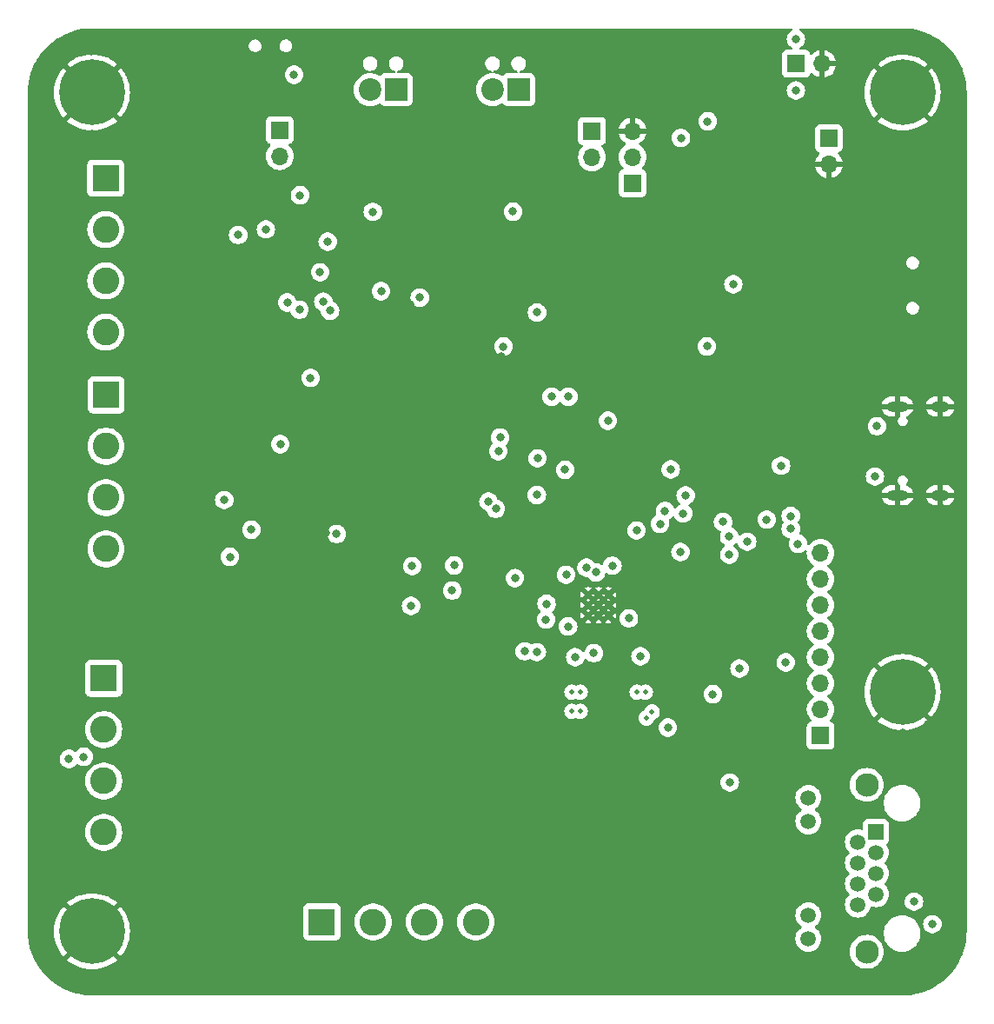
<source format=gbr>
%TF.GenerationSoftware,KiCad,Pcbnew,7.0.7*%
%TF.CreationDate,2024-04-15T16:49:56-05:00*%
%TF.ProjectId,Rev2.1,52657632-2e31-42e6-9b69-6361645f7063,rev?*%
%TF.SameCoordinates,Original*%
%TF.FileFunction,Copper,L2,Inr*%
%TF.FilePolarity,Positive*%
%FSLAX46Y46*%
G04 Gerber Fmt 4.6, Leading zero omitted, Abs format (unit mm)*
G04 Created by KiCad (PCBNEW 7.0.7) date 2024-04-15 16:49:56*
%MOMM*%
%LPD*%
G01*
G04 APERTURE LIST*
%TA.AperFunction,ComponentPad*%
%ADD10C,0.800000*%
%TD*%
%TA.AperFunction,ComponentPad*%
%ADD11C,6.400000*%
%TD*%
%TA.AperFunction,ComponentPad*%
%ADD12O,2.100000X1.000000*%
%TD*%
%TA.AperFunction,ComponentPad*%
%ADD13O,1.800000X1.000000*%
%TD*%
%TA.AperFunction,ComponentPad*%
%ADD14R,1.700000X1.700000*%
%TD*%
%TA.AperFunction,ComponentPad*%
%ADD15O,1.700000X1.700000*%
%TD*%
%TA.AperFunction,ComponentPad*%
%ADD16R,2.200000X2.200000*%
%TD*%
%TA.AperFunction,ComponentPad*%
%ADD17C,2.200000*%
%TD*%
%TA.AperFunction,ComponentPad*%
%ADD18R,2.600000X2.600000*%
%TD*%
%TA.AperFunction,ComponentPad*%
%ADD19C,2.600000*%
%TD*%
%TA.AperFunction,ComponentPad*%
%ADD20C,0.500000*%
%TD*%
%TA.AperFunction,ComponentPad*%
%ADD21R,1.500000X1.500000*%
%TD*%
%TA.AperFunction,ComponentPad*%
%ADD22C,1.500000*%
%TD*%
%TA.AperFunction,ComponentPad*%
%ADD23C,2.300000*%
%TD*%
%TA.AperFunction,ViaPad*%
%ADD24C,0.800000*%
%TD*%
%TA.AperFunction,ViaPad*%
%ADD25C,0.500000*%
%TD*%
G04 APERTURE END LIST*
D10*
%TO.N,GND*%
%TO.C,H4*%
X184000000Y-64500000D03*
X184702944Y-62802944D03*
X184702944Y-66197056D03*
X186400000Y-62100000D03*
D11*
X186400000Y-64500000D03*
D10*
X186400000Y-66900000D03*
X188097056Y-62802944D03*
X188097056Y-66197056D03*
X188800000Y-64500000D03*
%TD*%
D12*
%TO.N,GND*%
%TO.C,P2*%
X185895000Y-103720000D03*
D13*
X190075000Y-103720000D03*
D12*
X185895000Y-95080000D03*
D13*
X190075000Y-95080000D03*
%TD*%
D14*
%TO.N,+5V*%
%TO.C,J12*%
X176025000Y-61700000D03*
D15*
%TO.N,GND*%
X178565000Y-61700000D03*
%TD*%
D16*
%TO.N,/CAN2-*%
%TO.C,J2*%
X137050000Y-64225000D03*
D17*
%TO.N,/CAN2+*%
X134510000Y-64225000D03*
%TD*%
D18*
%TO.N,GPIO1*%
%TO.C,J7*%
X108750000Y-72850000D03*
D19*
%TO.N,GPIO2*%
X108750000Y-77850000D03*
%TO.N,GPIO3*%
X108750000Y-82850000D03*
%TO.N,GPIO4*%
X108750000Y-87850000D03*
%TD*%
D10*
%TO.N,GND*%
%TO.C,H1*%
X105000000Y-64500000D03*
X105702944Y-62802944D03*
X105702944Y-66197056D03*
X107400000Y-62100000D03*
D11*
X107400000Y-64500000D03*
D10*
X107400000Y-66900000D03*
X109097056Y-62802944D03*
X109097056Y-66197056D03*
X109800000Y-64500000D03*
%TD*%
%TO.N,GND*%
%TO.C,H2*%
X105000000Y-146200000D03*
X105702944Y-144502944D03*
X105702944Y-147897056D03*
X107400000Y-143800000D03*
D11*
X107400000Y-146200000D03*
D10*
X107400000Y-148600000D03*
X109097056Y-144502944D03*
X109097056Y-147897056D03*
X109800000Y-146200000D03*
%TD*%
D14*
%TO.N,/CAN1-*%
%TO.C,J3*%
X156125000Y-68250000D03*
D15*
%TO.N,/CAN1+*%
X156125000Y-70790000D03*
%TD*%
D14*
%TO.N,+3.3V*%
%TO.C,J11*%
X179200000Y-68950000D03*
D15*
%TO.N,GND*%
X179200000Y-71490000D03*
%TD*%
D20*
%TO.N,GND*%
%TO.C,U8*%
X157750000Y-115425000D03*
X157750000Y-114425000D03*
X157750000Y-113425000D03*
X156750000Y-115425000D03*
X156750000Y-114425000D03*
X156750000Y-113425000D03*
X155750000Y-115425000D03*
X155750000Y-114425000D03*
X155750000Y-113425000D03*
%TD*%
D14*
%TO.N,/CAN2-*%
%TO.C,J1*%
X125700000Y-68150000D03*
D15*
%TO.N,/CAN2+*%
X125700000Y-70690000D03*
%TD*%
D18*
%TO.N,Net-(J9-Pin_1)*%
%TO.C,J9*%
X129800000Y-145280000D03*
D19*
%TO.N,Net-(J9-Pin_2)*%
X134800000Y-145280000D03*
%TO.N,Net-(J9-Pin_3)*%
X139800000Y-145280000D03*
%TO.N,Net-(J9-Pin_4)*%
X144800000Y-145280000D03*
%TD*%
D14*
%TO.N,SYS_JTMS_SWDIO*%
%TO.C,J5*%
X160075000Y-73325000D03*
D15*
%TO.N,SYS_JTCK_SWCLK*%
X160075000Y-70785000D03*
%TO.N,GND*%
X160075000Y-68245000D03*
%TD*%
D16*
%TO.N,/CAN1-*%
%TO.C,J4*%
X148970000Y-64225000D03*
D17*
%TO.N,/CAN1+*%
X146430000Y-64225000D03*
%TD*%
D18*
%TO.N,GPIO5*%
%TO.C,J14*%
X108780000Y-93950000D03*
D19*
%TO.N,GPIO6*%
X108780000Y-98950000D03*
%TO.N,GPIO7*%
X108780000Y-103950000D03*
%TO.N,GPIO8*%
X108780000Y-108950000D03*
%TD*%
D21*
%TO.N,/Ethernet/TX->ESD+*%
%TO.C,J13*%
X183800000Y-136500000D03*
D22*
%TO.N,/Ethernet/TX->ESD-*%
X182020000Y-137516000D03*
%TO.N,/Ethernet/RX->ESD+*%
X183800000Y-138532000D03*
%TO.N,Net-(J13-Pad4)*%
X182020000Y-139548000D03*
X183800000Y-140564000D03*
%TO.N,/Ethernet/RX->ESD-*%
X182020000Y-141580000D03*
%TO.N,Net-(J13-Pad7)*%
X183800000Y-142596000D03*
X182020000Y-143612000D03*
%TO.N,Net-(J13-Pad9)*%
X177200000Y-133200000D03*
%TO.N,INTSEL_LED*%
X177200000Y-135490000D03*
%TO.N,Net-(J13-Pad11)*%
X177200000Y-144630000D03*
%TO.N,REGOFF_LED*%
X177200000Y-146920000D03*
D23*
%TO.N,N/C*%
X182910000Y-131930000D03*
X182910000Y-148190000D03*
%TD*%
D14*
%TO.N,GP5*%
%TO.C,J10*%
X178400000Y-127135000D03*
D15*
%TO.N,GP4*%
X178400000Y-124595000D03*
%TO.N,GP3*%
X178400000Y-122055000D03*
%TO.N,GP2*%
X178400000Y-119515000D03*
%TO.N,GP1*%
X178400000Y-116975000D03*
%TO.N,GP0*%
X178400000Y-114435000D03*
%TO.N,CTS*%
X178400000Y-111895000D03*
%TO.N,RTS*%
X178400000Y-109355000D03*
%TD*%
D10*
%TO.N,GND*%
%TO.C,H3*%
X184000000Y-122900000D03*
X184702944Y-121202944D03*
X184702944Y-124597056D03*
X186400000Y-120500000D03*
D11*
X186400000Y-122900000D03*
D10*
X186400000Y-125300000D03*
X188097056Y-121202944D03*
X188097056Y-124597056D03*
X188800000Y-122900000D03*
%TD*%
D18*
%TO.N,Net-(J8-Pin_1)*%
%TO.C,J8*%
X108550000Y-121550000D03*
D19*
%TO.N,Net-(J8-Pin_2)*%
X108550000Y-126550000D03*
%TO.N,Net-(J8-Pin_3)*%
X108550000Y-131550000D03*
%TO.N,Net-(J8-Pin_4)*%
X108550000Y-136550000D03*
%TD*%
D24*
%TO.N,+3.3V*%
X150775000Y-85925000D03*
X127100000Y-62775000D03*
X169550000Y-131700000D03*
X138600000Y-110625000D03*
X157683200Y-96469200D03*
X138500000Y-114500000D03*
X142500000Y-113000000D03*
X156508212Y-111232704D03*
X148625000Y-111800000D03*
X125750000Y-98750000D03*
X128700000Y-92300000D03*
X163525000Y-126350000D03*
X150750000Y-103700000D03*
X127675000Y-74500000D03*
X127625000Y-85650000D03*
X121650000Y-78375000D03*
X167900000Y-123100000D03*
X139344400Y-84480400D03*
X159721459Y-115713128D03*
X131250000Y-107500000D03*
X120294400Y-104190800D03*
X122936000Y-107086400D03*
X147497403Y-89237168D03*
X130375000Y-79025000D03*
X164800000Y-68925000D03*
X126425000Y-84950000D03*
X167400000Y-67300000D03*
X152196800Y-94132400D03*
X153800000Y-116500000D03*
X158118772Y-110581228D03*
X153500000Y-101250000D03*
X120853200Y-109728000D03*
X153822400Y-94132400D03*
X163800000Y-101200000D03*
X170500000Y-120600000D03*
X135575000Y-83850000D03*
%TO.N,GND*%
X170750000Y-112500000D03*
X130167358Y-107417358D03*
X190000000Y-93700000D03*
X107300000Y-60500000D03*
X182200000Y-64700000D03*
X186400000Y-68800000D03*
X162000000Y-95750000D03*
X178600000Y-59400000D03*
X122500000Y-92500000D03*
X152196800Y-98348800D03*
X170750000Y-102250000D03*
X183800000Y-95500000D03*
X147025000Y-77325000D03*
X183200000Y-125900000D03*
X140750000Y-113000000D03*
X182700000Y-62400000D03*
X138430000Y-85090000D03*
X138500000Y-131000000D03*
X183800000Y-61500000D03*
X190100000Y-104900000D03*
X162000000Y-140300000D03*
X116400000Y-59400000D03*
X182600000Y-80800000D03*
X121380900Y-96666800D03*
X170700000Y-132600000D03*
X137000000Y-114500000D03*
X179200000Y-73800000D03*
X185900000Y-93800000D03*
X129250000Y-75500000D03*
X175500000Y-73000000D03*
X142500000Y-131000000D03*
X120700000Y-132500000D03*
X147075000Y-127810000D03*
X187250000Y-107250000D03*
X183900000Y-103300000D03*
X135250000Y-131000000D03*
X170750000Y-110750000D03*
X133075000Y-77225000D03*
X186400000Y-126900000D03*
X188900000Y-126000000D03*
X164875362Y-123181410D03*
X167000000Y-114000000D03*
X104100000Y-67200000D03*
X153500000Y-103000000D03*
X172000000Y-87000000D03*
X190500000Y-123100000D03*
X158000000Y-90250000D03*
X177000000Y-71500000D03*
X152349200Y-85902800D03*
X190300000Y-90000000D03*
X120396000Y-106019600D03*
X185800000Y-105000000D03*
X168750000Y-97500000D03*
X155346400Y-94132400D03*
X103100000Y-64500000D03*
X128778000Y-104749600D03*
X159750000Y-90000000D03*
X130500000Y-132250000D03*
X111600000Y-64800000D03*
X166275000Y-128700000D03*
X189200000Y-67600000D03*
X142100000Y-83950000D03*
X107400000Y-68500000D03*
X162500000Y-114250000D03*
X184800000Y-90000000D03*
X167300000Y-144600000D03*
X127558800Y-83921600D03*
X147075000Y-126050000D03*
X110400000Y-143000000D03*
X120700000Y-125825000D03*
X183700000Y-67700000D03*
X104300000Y-61700000D03*
X122025000Y-97600000D03*
X123500000Y-96750000D03*
X148250000Y-119000000D03*
X149250000Y-142250000D03*
X183500000Y-119700000D03*
X103100000Y-146000000D03*
X190200000Y-76600000D03*
X182100000Y-122800000D03*
X172750000Y-98000000D03*
X107400000Y-142100000D03*
X170000000Y-80000000D03*
X186300000Y-60400000D03*
X146800000Y-114600000D03*
X184800000Y-76600000D03*
X189300000Y-61600000D03*
X110400000Y-149200000D03*
X170925000Y-123125000D03*
X125444330Y-104120301D03*
X111700000Y-146400000D03*
X160375000Y-111950000D03*
X144750000Y-113500000D03*
X126824500Y-79000000D03*
X107400000Y-150300000D03*
X166900000Y-147000000D03*
X120725000Y-135925000D03*
X168500000Y-65500000D03*
X110400000Y-61700000D03*
X122500000Y-62900000D03*
X120700000Y-129250000D03*
X127769306Y-79055694D03*
X186400000Y-118700000D03*
X148250000Y-123250000D03*
X147320000Y-90220800D03*
X110500000Y-67700000D03*
X149625000Y-110375000D03*
X103900000Y-143400000D03*
X160000000Y-65750000D03*
X187250000Y-112250000D03*
X190700000Y-64600000D03*
X189400000Y-120000000D03*
X104500000Y-149300000D03*
%TO.N,Net-(C11-Pad1)*%
X156300000Y-119100000D03*
X150750000Y-119000000D03*
X160850000Y-119400000D03*
X154500000Y-119500000D03*
%TO.N,+5V*%
X183700000Y-101900000D03*
X176000000Y-64300000D03*
X134775000Y-76125000D03*
X176000000Y-59300000D03*
X174550000Y-100850000D03*
X169900000Y-83175000D03*
X183900000Y-97000000D03*
X167325000Y-89225000D03*
X148425000Y-76100000D03*
%TO.N,Net-(D1-A)*%
X175500000Y-107000000D03*
X165000000Y-105500000D03*
%TO.N,Net-(D2-A)*%
X165250000Y-103750000D03*
X175500000Y-105750000D03*
%TO.N,GP5*%
X163250000Y-105250000D03*
X169500000Y-107750000D03*
%TO.N,GP4*%
X162750000Y-106500000D03*
X171250000Y-108250000D03*
%TO.N,GP3*%
X164750000Y-109250000D03*
X175000000Y-120000000D03*
%TO.N,CTS*%
X173150000Y-106100000D03*
X168900000Y-106325500D03*
%TO.N,RTS*%
X169500000Y-109500000D03*
X176200000Y-108450000D03*
D25*
%TO.N,/Ethernet/TX+*%
X161983833Y-124843147D03*
X161325000Y-122910302D03*
%TO.N,/Ethernet/TX-*%
X160525000Y-122910302D03*
X161418147Y-125408833D03*
%TO.N,/Ethernet/RX+*%
X154975000Y-124773300D03*
X154975000Y-122910302D03*
D24*
%TO.N,Net-(J13-Pad4)*%
X189300000Y-145500000D03*
X187500000Y-143300000D03*
D25*
%TO.N,/Ethernet/RX-*%
X154175000Y-122910302D03*
X154175000Y-124773300D03*
D24*
%TO.N,ETH_REF_CLK*%
X105150500Y-129400000D03*
X106600000Y-129200000D03*
%TO.N,Net-(U8-RXER{slash}PHYAD0)*%
X153609621Y-111466723D03*
X155583810Y-110774042D03*
%TO.N,ETH_TX_EN*%
X142700000Y-110550000D03*
X149575000Y-118925000D03*
%TO.N,ETH_TXD0*%
X151696766Y-114303234D03*
X146039623Y-104331611D03*
%TO.N,ETH_TXD1*%
X146745603Y-105039140D03*
X151650000Y-115825000D03*
%TO.N,USART1_TX*%
X160475000Y-107150000D03*
X147175000Y-98100000D03*
%TO.N,USART1_RX*%
X150825000Y-100125000D03*
X147000000Y-99425000D03*
%TO.N,LSM6DSOX_CS*%
X124350500Y-77825077D03*
X130600500Y-85750000D03*
%TO.N,LSM6DSOX_int1*%
X129625000Y-82000000D03*
X129950000Y-84875000D03*
%TD*%
%TA.AperFunction,Conductor*%
%TO.N,GND*%
G36*
X108792586Y-147239033D02*
G01*
X109021915Y-147468362D01*
X109055400Y-147529685D01*
X109050416Y-147599377D01*
X109008544Y-147655310D01*
X109003126Y-147659144D01*
X108916816Y-147716815D01*
X108916815Y-147716816D01*
X108859144Y-147803126D01*
X108805532Y-147847930D01*
X108736207Y-147856637D01*
X108673180Y-147826482D01*
X108668362Y-147821915D01*
X108439033Y-147592586D01*
X108405548Y-147531263D01*
X108410532Y-147461571D01*
X108446180Y-147410617D01*
X108534870Y-147334870D01*
X108610617Y-147246180D01*
X108669121Y-147207990D01*
X108738989Y-147207490D01*
X108792586Y-147239033D01*
G37*
%TD.AperFunction*%
%TA.AperFunction,Conductor*%
G36*
X106138428Y-147210531D02*
G01*
X106189381Y-147246179D01*
X106265130Y-147334870D01*
X106282061Y-147349330D01*
X106353816Y-147410615D01*
X106392009Y-147469122D01*
X106392507Y-147538990D01*
X106360965Y-147592586D01*
X106131636Y-147821915D01*
X106070313Y-147855400D01*
X106000621Y-147850416D01*
X105944688Y-147808544D01*
X105940853Y-147803124D01*
X105883184Y-147716816D01*
X105796873Y-147659145D01*
X105752068Y-147605533D01*
X105743361Y-147536208D01*
X105773515Y-147473180D01*
X105778083Y-147468362D01*
X106007413Y-147239032D01*
X106068736Y-147205547D01*
X106138428Y-147210531D01*
G37*
%TD.AperFunction*%
%TA.AperFunction,Conductor*%
G36*
X108799377Y-144549582D02*
G01*
X108855310Y-144591454D01*
X108859145Y-144596873D01*
X108916816Y-144683184D01*
X109003124Y-144740853D01*
X109047930Y-144794465D01*
X109056637Y-144863790D01*
X109026483Y-144926817D01*
X109021915Y-144931636D01*
X108792586Y-145160965D01*
X108731263Y-145194450D01*
X108661571Y-145189466D01*
X108610615Y-145153816D01*
X108562489Y-145097468D01*
X108534870Y-145065130D01*
X108446179Y-144989381D01*
X108407989Y-144930878D01*
X108407489Y-144861010D01*
X108439032Y-144807413D01*
X108668362Y-144578083D01*
X108729685Y-144544598D01*
X108799377Y-144549582D01*
G37*
%TD.AperFunction*%
%TA.AperFunction,Conductor*%
G36*
X106126818Y-144573516D02*
G01*
X106131637Y-144578084D01*
X106360966Y-144807413D01*
X106394451Y-144868736D01*
X106389467Y-144938428D01*
X106353817Y-144989384D01*
X106265130Y-145065130D01*
X106189384Y-145153817D01*
X106130877Y-145192010D01*
X106061009Y-145192508D01*
X106007413Y-145160966D01*
X105778084Y-144931637D01*
X105744599Y-144870314D01*
X105749583Y-144800622D01*
X105791455Y-144744689D01*
X105796874Y-144740854D01*
X105800487Y-144738439D01*
X105800489Y-144738439D01*
X105883184Y-144683184D01*
X105938439Y-144600489D01*
X105938439Y-144600487D01*
X105940854Y-144596874D01*
X105994466Y-144552069D01*
X106063791Y-144543362D01*
X106126818Y-144573516D01*
G37*
%TD.AperFunction*%
%TA.AperFunction,Conductor*%
G36*
X187792586Y-123939033D02*
G01*
X188021915Y-124168362D01*
X188055400Y-124229685D01*
X188050416Y-124299377D01*
X188008544Y-124355310D01*
X188003126Y-124359144D01*
X187916816Y-124416815D01*
X187916815Y-124416816D01*
X187859144Y-124503126D01*
X187805532Y-124547930D01*
X187736207Y-124556637D01*
X187673180Y-124526482D01*
X187668362Y-124521915D01*
X187439033Y-124292586D01*
X187405548Y-124231263D01*
X187410532Y-124161571D01*
X187446180Y-124110617D01*
X187534870Y-124034870D01*
X187610617Y-123946180D01*
X187669121Y-123907990D01*
X187738989Y-123907490D01*
X187792586Y-123939033D01*
G37*
%TD.AperFunction*%
%TA.AperFunction,Conductor*%
G36*
X185138428Y-123910531D02*
G01*
X185189381Y-123946179D01*
X185265130Y-124034870D01*
X185327218Y-124087898D01*
X185353816Y-124110615D01*
X185392009Y-124169122D01*
X185392507Y-124238990D01*
X185360965Y-124292586D01*
X185131636Y-124521915D01*
X185070313Y-124555400D01*
X185000621Y-124550416D01*
X184944688Y-124508544D01*
X184940853Y-124503124D01*
X184902423Y-124445610D01*
X184883184Y-124416816D01*
X184800489Y-124361561D01*
X184800488Y-124361560D01*
X184796873Y-124359145D01*
X184752068Y-124305533D01*
X184743361Y-124236208D01*
X184773515Y-124173180D01*
X184778083Y-124168362D01*
X185007413Y-123939032D01*
X185068736Y-123905547D01*
X185138428Y-123910531D01*
G37*
%TD.AperFunction*%
%TA.AperFunction,Conductor*%
G36*
X187799377Y-121249582D02*
G01*
X187855310Y-121291454D01*
X187859145Y-121296873D01*
X187916816Y-121383184D01*
X188003124Y-121440853D01*
X188047930Y-121494465D01*
X188056637Y-121563790D01*
X188026483Y-121626817D01*
X188021915Y-121631636D01*
X187792586Y-121860965D01*
X187731263Y-121894450D01*
X187661571Y-121889466D01*
X187610615Y-121853816D01*
X187581385Y-121819592D01*
X187534870Y-121765130D01*
X187446179Y-121689381D01*
X187407989Y-121630878D01*
X187407489Y-121561010D01*
X187439032Y-121507413D01*
X187668362Y-121278083D01*
X187729685Y-121244598D01*
X187799377Y-121249582D01*
G37*
%TD.AperFunction*%
%TA.AperFunction,Conductor*%
G36*
X185126818Y-121273516D02*
G01*
X185131637Y-121278084D01*
X185360966Y-121507413D01*
X185394451Y-121568736D01*
X185389467Y-121638428D01*
X185353817Y-121689384D01*
X185265130Y-121765130D01*
X185189384Y-121853817D01*
X185130877Y-121892010D01*
X185061009Y-121892508D01*
X185007413Y-121860966D01*
X184778084Y-121631637D01*
X184744599Y-121570314D01*
X184749583Y-121500622D01*
X184791455Y-121444689D01*
X184796874Y-121440854D01*
X184800487Y-121438439D01*
X184800489Y-121438439D01*
X184883184Y-121383184D01*
X184938439Y-121300489D01*
X184938439Y-121300487D01*
X184940854Y-121296874D01*
X184994466Y-121252069D01*
X185063791Y-121243362D01*
X185126818Y-121273516D01*
G37*
%TD.AperFunction*%
%TA.AperFunction,Conductor*%
G36*
X108792586Y-65539033D02*
G01*
X109021915Y-65768362D01*
X109055400Y-65829685D01*
X109050416Y-65899377D01*
X109008544Y-65955310D01*
X109003126Y-65959144D01*
X108916816Y-66016815D01*
X108916815Y-66016816D01*
X108859144Y-66103126D01*
X108805532Y-66147930D01*
X108736207Y-66156637D01*
X108673180Y-66126482D01*
X108668362Y-66121915D01*
X108439033Y-65892586D01*
X108405548Y-65831263D01*
X108410532Y-65761571D01*
X108446180Y-65710617D01*
X108534870Y-65634870D01*
X108610617Y-65546180D01*
X108669121Y-65507990D01*
X108738989Y-65507490D01*
X108792586Y-65539033D01*
G37*
%TD.AperFunction*%
%TA.AperFunction,Conductor*%
G36*
X106138428Y-65510531D02*
G01*
X106189381Y-65546179D01*
X106265130Y-65634870D01*
X106320949Y-65682544D01*
X106353816Y-65710615D01*
X106392009Y-65769122D01*
X106392507Y-65838990D01*
X106360965Y-65892586D01*
X106131636Y-66121915D01*
X106070313Y-66155400D01*
X106000621Y-66150416D01*
X105944688Y-66108544D01*
X105940853Y-66103124D01*
X105883184Y-66016816D01*
X105796873Y-65959145D01*
X105752068Y-65905533D01*
X105743361Y-65836208D01*
X105773515Y-65773180D01*
X105778083Y-65768362D01*
X106007413Y-65539032D01*
X106068736Y-65505547D01*
X106138428Y-65510531D01*
G37*
%TD.AperFunction*%
%TA.AperFunction,Conductor*%
G36*
X108799377Y-62849582D02*
G01*
X108855310Y-62891454D01*
X108859145Y-62896873D01*
X108861560Y-62900488D01*
X108861561Y-62900489D01*
X108916816Y-62983184D01*
X108987828Y-63030633D01*
X109003124Y-63040853D01*
X109047930Y-63094465D01*
X109056637Y-63163790D01*
X109026483Y-63226817D01*
X109021915Y-63231636D01*
X108792586Y-63460965D01*
X108731263Y-63494450D01*
X108661571Y-63489466D01*
X108610615Y-63453816D01*
X108589296Y-63428855D01*
X108534870Y-63365130D01*
X108446179Y-63289381D01*
X108407989Y-63230878D01*
X108407489Y-63161010D01*
X108439032Y-63107413D01*
X108668362Y-62878083D01*
X108729685Y-62844598D01*
X108799377Y-62849582D01*
G37*
%TD.AperFunction*%
%TA.AperFunction,Conductor*%
G36*
X106126818Y-62873516D02*
G01*
X106131637Y-62878084D01*
X106360966Y-63107413D01*
X106394451Y-63168736D01*
X106389467Y-63238428D01*
X106353817Y-63289384D01*
X106265130Y-63365130D01*
X106189384Y-63453817D01*
X106130877Y-63492010D01*
X106061009Y-63492508D01*
X106007413Y-63460966D01*
X105778084Y-63231637D01*
X105744599Y-63170314D01*
X105749583Y-63100622D01*
X105791455Y-63044689D01*
X105796874Y-63040854D01*
X105800487Y-63038439D01*
X105800489Y-63038439D01*
X105883184Y-62983184D01*
X105938439Y-62900489D01*
X105938439Y-62900487D01*
X105940854Y-62896874D01*
X105994466Y-62852069D01*
X106063791Y-62843362D01*
X106126818Y-62873516D01*
G37*
%TD.AperFunction*%
%TA.AperFunction,Conductor*%
G36*
X187792586Y-65539033D02*
G01*
X188021915Y-65768362D01*
X188055400Y-65829685D01*
X188050416Y-65899377D01*
X188008544Y-65955310D01*
X188003126Y-65959144D01*
X187916816Y-66016815D01*
X187916815Y-66016816D01*
X187859144Y-66103126D01*
X187805532Y-66147930D01*
X187736207Y-66156637D01*
X187673180Y-66126482D01*
X187668362Y-66121915D01*
X187439033Y-65892586D01*
X187405548Y-65831263D01*
X187410532Y-65761571D01*
X187446180Y-65710617D01*
X187534870Y-65634870D01*
X187610617Y-65546180D01*
X187669121Y-65507990D01*
X187738989Y-65507490D01*
X187792586Y-65539033D01*
G37*
%TD.AperFunction*%
%TA.AperFunction,Conductor*%
G36*
X185138428Y-65510531D02*
G01*
X185189381Y-65546179D01*
X185265130Y-65634870D01*
X185320949Y-65682544D01*
X185353816Y-65710615D01*
X185392009Y-65769122D01*
X185392507Y-65838990D01*
X185360965Y-65892586D01*
X185131636Y-66121915D01*
X185070313Y-66155400D01*
X185000621Y-66150416D01*
X184944688Y-66108544D01*
X184940853Y-66103124D01*
X184883184Y-66016816D01*
X184796873Y-65959145D01*
X184752068Y-65905533D01*
X184743361Y-65836208D01*
X184773515Y-65773180D01*
X184778083Y-65768362D01*
X185007413Y-65539032D01*
X185068736Y-65505547D01*
X185138428Y-65510531D01*
G37*
%TD.AperFunction*%
%TA.AperFunction,Conductor*%
G36*
X187799377Y-62849582D02*
G01*
X187855310Y-62891454D01*
X187859145Y-62896873D01*
X187861560Y-62900488D01*
X187861561Y-62900489D01*
X187916816Y-62983184D01*
X187987828Y-63030633D01*
X188003124Y-63040853D01*
X188047930Y-63094465D01*
X188056637Y-63163790D01*
X188026483Y-63226817D01*
X188021915Y-63231636D01*
X187792586Y-63460965D01*
X187731263Y-63494450D01*
X187661571Y-63489466D01*
X187610615Y-63453816D01*
X187589296Y-63428855D01*
X187534870Y-63365130D01*
X187446179Y-63289381D01*
X187407989Y-63230878D01*
X187407489Y-63161010D01*
X187439032Y-63107413D01*
X187668362Y-62878083D01*
X187729685Y-62844598D01*
X187799377Y-62849582D01*
G37*
%TD.AperFunction*%
%TA.AperFunction,Conductor*%
G36*
X185126818Y-62873516D02*
G01*
X185131637Y-62878084D01*
X185360966Y-63107413D01*
X185394451Y-63168736D01*
X185389467Y-63238428D01*
X185353817Y-63289384D01*
X185265130Y-63365130D01*
X185189384Y-63453817D01*
X185130877Y-63492010D01*
X185061009Y-63492508D01*
X185007413Y-63460966D01*
X184778084Y-63231637D01*
X184744599Y-63170314D01*
X184749583Y-63100622D01*
X184791455Y-63044689D01*
X184796874Y-63040854D01*
X184800487Y-63038439D01*
X184800489Y-63038439D01*
X184883184Y-62983184D01*
X184938439Y-62900489D01*
X184938439Y-62900487D01*
X184940854Y-62896874D01*
X184994466Y-62852069D01*
X185063791Y-62843362D01*
X185126818Y-62873516D01*
G37*
%TD.AperFunction*%
%TA.AperFunction,Conductor*%
G36*
X175626918Y-58270185D02*
G01*
X175672673Y-58322989D01*
X175682617Y-58392147D01*
X175653592Y-58455703D01*
X175610315Y-58487779D01*
X175547270Y-58515848D01*
X175547265Y-58515851D01*
X175394129Y-58627111D01*
X175267466Y-58767785D01*
X175172821Y-58931715D01*
X175172818Y-58931722D01*
X175114327Y-59111740D01*
X175114326Y-59111744D01*
X175094540Y-59300000D01*
X175114326Y-59488256D01*
X175114327Y-59488259D01*
X175172818Y-59668277D01*
X175172821Y-59668284D01*
X175267467Y-59832216D01*
X175394128Y-59972888D01*
X175394129Y-59972888D01*
X175547265Y-60084148D01*
X175547266Y-60084148D01*
X175547270Y-60084151D01*
X175610316Y-60112221D01*
X175663553Y-60157471D01*
X175683874Y-60224320D01*
X175664829Y-60291544D01*
X175612463Y-60337799D01*
X175559880Y-60349500D01*
X175127129Y-60349500D01*
X175127123Y-60349501D01*
X175067516Y-60355908D01*
X174932671Y-60406202D01*
X174932664Y-60406206D01*
X174817455Y-60492452D01*
X174817452Y-60492455D01*
X174731206Y-60607664D01*
X174731202Y-60607671D01*
X174680908Y-60742517D01*
X174674501Y-60802116D01*
X174674500Y-60802135D01*
X174674500Y-62597870D01*
X174674501Y-62597876D01*
X174680908Y-62657483D01*
X174731202Y-62792328D01*
X174731206Y-62792335D01*
X174817452Y-62907544D01*
X174817455Y-62907547D01*
X174932664Y-62993793D01*
X174932671Y-62993797D01*
X175067517Y-63044091D01*
X175067516Y-63044091D01*
X175073079Y-63044689D01*
X175127127Y-63050500D01*
X176922872Y-63050499D01*
X176982483Y-63044091D01*
X177117331Y-62993796D01*
X177232546Y-62907546D01*
X177318796Y-62792331D01*
X177368002Y-62660401D01*
X177409872Y-62604468D01*
X177475337Y-62580050D01*
X177543610Y-62594901D01*
X177571865Y-62616053D01*
X177693917Y-62738105D01*
X177887421Y-62873600D01*
X178101507Y-62973429D01*
X178101516Y-62973433D01*
X178314999Y-63030633D01*
X178314999Y-62312301D01*
X178334683Y-62245262D01*
X178387487Y-62199507D01*
X178456646Y-62189563D01*
X178463380Y-62190531D01*
X178529237Y-62200000D01*
X178529238Y-62200000D01*
X178600762Y-62200000D01*
X178600763Y-62200000D01*
X178673353Y-62189563D01*
X178742512Y-62199507D01*
X178795315Y-62245262D01*
X178815000Y-62312301D01*
X178815000Y-63030633D01*
X179028483Y-62973433D01*
X179028492Y-62973429D01*
X179242578Y-62873600D01*
X179436082Y-62738105D01*
X179603105Y-62571082D01*
X179738600Y-62377578D01*
X179838429Y-62163492D01*
X179838432Y-62163486D01*
X179895636Y-61950000D01*
X179178347Y-61950000D01*
X179111308Y-61930315D01*
X179065553Y-61877511D01*
X179055609Y-61808353D01*
X179059369Y-61791067D01*
X179065000Y-61771888D01*
X179065000Y-61628111D01*
X179059369Y-61608933D01*
X179059370Y-61539064D01*
X179097145Y-61480286D01*
X179160701Y-61451262D01*
X179178347Y-61450000D01*
X179895636Y-61450000D01*
X179895635Y-61449999D01*
X179838432Y-61236513D01*
X179838429Y-61236507D01*
X179738600Y-61022422D01*
X179738599Y-61022420D01*
X179603113Y-60828926D01*
X179603108Y-60828920D01*
X179436082Y-60661894D01*
X179242578Y-60526399D01*
X179028492Y-60426570D01*
X179028486Y-60426567D01*
X178815000Y-60369364D01*
X178815000Y-61087698D01*
X178795315Y-61154737D01*
X178742511Y-61200492D01*
X178673355Y-61210436D01*
X178600766Y-61200000D01*
X178600763Y-61200000D01*
X178529237Y-61200000D01*
X178456646Y-61210437D01*
X178387487Y-61200493D01*
X178334683Y-61154738D01*
X178314999Y-61087699D01*
X178314999Y-60369364D01*
X178101513Y-60426567D01*
X178101507Y-60426570D01*
X177887422Y-60526399D01*
X177887420Y-60526400D01*
X177693926Y-60661886D01*
X177571865Y-60783947D01*
X177510542Y-60817431D01*
X177440850Y-60812447D01*
X177384917Y-60770575D01*
X177368002Y-60739598D01*
X177318797Y-60607671D01*
X177318793Y-60607664D01*
X177232547Y-60492455D01*
X177232544Y-60492452D01*
X177117335Y-60406206D01*
X177117328Y-60406202D01*
X176982482Y-60355908D01*
X176982483Y-60355908D01*
X176922883Y-60349501D01*
X176922881Y-60349500D01*
X176922873Y-60349500D01*
X176922865Y-60349500D01*
X176440120Y-60349500D01*
X176373081Y-60329815D01*
X176327326Y-60277011D01*
X176317382Y-60207853D01*
X176346407Y-60144297D01*
X176389683Y-60112221D01*
X176452730Y-60084151D01*
X176605871Y-59972888D01*
X176732533Y-59832216D01*
X176827179Y-59668284D01*
X176885674Y-59488256D01*
X176905460Y-59300000D01*
X176885674Y-59111744D01*
X176827179Y-58931716D01*
X176732533Y-58767784D01*
X176605871Y-58627112D01*
X176605870Y-58627111D01*
X176452734Y-58515851D01*
X176452729Y-58515848D01*
X176389685Y-58487779D01*
X176336448Y-58442529D01*
X176316127Y-58375679D01*
X176335173Y-58308456D01*
X176387539Y-58262201D01*
X176440121Y-58250500D01*
X186365649Y-58250500D01*
X186400000Y-58250500D01*
X186864737Y-58267889D01*
X186869312Y-58268232D01*
X187329160Y-58320045D01*
X187333713Y-58320732D01*
X187750013Y-58399500D01*
X187788357Y-58406755D01*
X187792879Y-58407787D01*
X188002547Y-58463967D01*
X188239838Y-58527549D01*
X188244259Y-58528914D01*
X188681010Y-58681739D01*
X188685327Y-58683434D01*
X189109438Y-58868472D01*
X189113611Y-58870481D01*
X189522707Y-59086694D01*
X189526707Y-59089004D01*
X189918505Y-59335187D01*
X189922337Y-59337800D01*
X190294626Y-59612561D01*
X190298253Y-59615453D01*
X190648989Y-59917286D01*
X190652389Y-59920441D01*
X190979558Y-60247610D01*
X190982713Y-60251010D01*
X191284546Y-60601746D01*
X191287438Y-60605373D01*
X191562199Y-60977662D01*
X191564812Y-60981494D01*
X191810995Y-61373292D01*
X191813310Y-61377301D01*
X191879496Y-61502531D01*
X192029515Y-61786382D01*
X192031527Y-61790561D01*
X192216565Y-62214672D01*
X192218260Y-62218989D01*
X192371085Y-62655740D01*
X192372453Y-62660172D01*
X192492212Y-63107120D01*
X192493244Y-63111642D01*
X192579266Y-63566280D01*
X192579957Y-63570861D01*
X192601951Y-63766063D01*
X192631765Y-64030668D01*
X192632111Y-64035286D01*
X192649500Y-64500000D01*
X192649500Y-146165649D01*
X192649500Y-146200000D01*
X192633491Y-146627864D01*
X192632112Y-146664706D01*
X192631765Y-146669331D01*
X192579958Y-147129133D01*
X192579266Y-147133719D01*
X192493244Y-147588357D01*
X192492212Y-147592879D01*
X192372453Y-148039827D01*
X192371085Y-148044259D01*
X192218260Y-148481010D01*
X192216565Y-148485327D01*
X192031527Y-148909438D01*
X192029515Y-148913617D01*
X191813314Y-149322691D01*
X191810995Y-149326707D01*
X191564812Y-149718505D01*
X191562199Y-149722337D01*
X191287438Y-150094626D01*
X191284546Y-150098253D01*
X190982713Y-150448989D01*
X190979558Y-150452389D01*
X190652389Y-150779558D01*
X190648989Y-150782713D01*
X190298253Y-151084546D01*
X190294626Y-151087438D01*
X189922337Y-151362199D01*
X189918505Y-151364812D01*
X189526707Y-151610995D01*
X189522691Y-151613314D01*
X189113617Y-151829515D01*
X189109438Y-151831527D01*
X188685327Y-152016565D01*
X188681010Y-152018260D01*
X188244259Y-152171085D01*
X188239827Y-152172453D01*
X187792879Y-152292212D01*
X187788357Y-152293244D01*
X187333719Y-152379266D01*
X187329134Y-152379957D01*
X187246698Y-152389246D01*
X186869331Y-152431765D01*
X186864711Y-152432111D01*
X186400000Y-152449500D01*
X107400000Y-152449500D01*
X106935286Y-152432111D01*
X106930668Y-152431765D01*
X106700767Y-152405861D01*
X106470861Y-152379957D01*
X106466280Y-152379266D01*
X106011642Y-152293244D01*
X106007120Y-152292212D01*
X105560172Y-152172453D01*
X105555740Y-152171085D01*
X105118989Y-152018260D01*
X105114672Y-152016565D01*
X104690561Y-151831527D01*
X104686382Y-151829515D01*
X104526668Y-151745104D01*
X104277301Y-151613310D01*
X104273292Y-151610995D01*
X103881494Y-151364812D01*
X103877662Y-151362199D01*
X103505373Y-151087438D01*
X103501746Y-151084546D01*
X103151010Y-150782713D01*
X103147610Y-150779558D01*
X102820441Y-150452389D01*
X102817286Y-150448989D01*
X102515453Y-150098253D01*
X102512561Y-150094626D01*
X102237800Y-149722337D01*
X102235187Y-149718505D01*
X101989004Y-149326707D01*
X101986694Y-149322707D01*
X101770481Y-148913611D01*
X101768472Y-148909438D01*
X101583434Y-148485327D01*
X101581739Y-148481010D01*
X101428914Y-148044259D01*
X101427546Y-148039827D01*
X101423088Y-148023191D01*
X101359316Y-147785188D01*
X101307787Y-147592879D01*
X101306755Y-147588357D01*
X101274648Y-147418666D01*
X101220732Y-147133713D01*
X101220045Y-147129160D01*
X101168232Y-146669312D01*
X101167889Y-146664737D01*
X101150500Y-146200000D01*
X103694922Y-146200000D01*
X103715219Y-146587287D01*
X103775886Y-146970323D01*
X103775887Y-146970330D01*
X103876262Y-147344936D01*
X104015244Y-147706994D01*
X104191310Y-148052543D01*
X104402531Y-148377793D01*
X104611095Y-148635350D01*
X104611096Y-148635350D01*
X105274250Y-147972195D01*
X105335573Y-147938710D01*
X105405264Y-147943694D01*
X105461198Y-147985565D01*
X105465033Y-147990985D01*
X105522704Y-148077296D01*
X105609012Y-148134965D01*
X105653818Y-148188577D01*
X105662525Y-148257902D01*
X105632371Y-148320929D01*
X105627803Y-148325748D01*
X104964648Y-148988902D01*
X104964649Y-148988904D01*
X105222206Y-149197468D01*
X105547456Y-149408689D01*
X105893005Y-149584755D01*
X106255063Y-149723737D01*
X106629669Y-149824112D01*
X106629676Y-149824113D01*
X107012712Y-149884780D01*
X107399999Y-149905078D01*
X107400001Y-149905078D01*
X107787287Y-149884780D01*
X108170323Y-149824113D01*
X108170330Y-149824112D01*
X108544936Y-149723737D01*
X108906994Y-149584755D01*
X109252543Y-149408689D01*
X109577783Y-149197476D01*
X109577785Y-149197475D01*
X109835349Y-148988902D01*
X109172196Y-148325749D01*
X109138711Y-148264426D01*
X109143695Y-148194734D01*
X109185567Y-148138801D01*
X109190986Y-148134966D01*
X109194599Y-148132551D01*
X109194601Y-148132551D01*
X109277296Y-148077296D01*
X109332551Y-147994601D01*
X109332551Y-147994599D01*
X109334966Y-147990986D01*
X109388578Y-147946181D01*
X109457903Y-147937474D01*
X109520930Y-147967628D01*
X109525749Y-147972196D01*
X110188902Y-148635349D01*
X110397475Y-148377785D01*
X110397476Y-148377783D01*
X110519424Y-148190000D01*
X181254396Y-148190000D01*
X181274778Y-148448990D01*
X181335427Y-148701610D01*
X181434843Y-148941623D01*
X181434845Y-148941627D01*
X181434846Y-148941628D01*
X181570588Y-149163140D01*
X181739311Y-149360689D01*
X181936860Y-149529412D01*
X182158372Y-149665154D01*
X182158374Y-149665154D01*
X182158376Y-149665156D01*
X182212356Y-149687515D01*
X182398390Y-149764573D01*
X182651006Y-149825221D01*
X182910000Y-149845604D01*
X183168994Y-149825221D01*
X183421610Y-149764573D01*
X183661628Y-149665154D01*
X183883140Y-149529412D01*
X184080689Y-149360689D01*
X184249412Y-149163140D01*
X184385154Y-148941628D01*
X184484573Y-148701610D01*
X184545221Y-148448994D01*
X184565604Y-148190000D01*
X184545221Y-147931006D01*
X184484573Y-147678390D01*
X184397891Y-147469122D01*
X184385156Y-147438376D01*
X184368144Y-147410615D01*
X184249412Y-147216860D01*
X184080689Y-147019311D01*
X183883140Y-146850588D01*
X183661628Y-146714846D01*
X183661627Y-146714845D01*
X183661623Y-146714843D01*
X183451657Y-146627873D01*
X183421610Y-146615427D01*
X183421611Y-146615427D01*
X183283921Y-146582370D01*
X183168994Y-146554779D01*
X183168992Y-146554778D01*
X183168991Y-146554778D01*
X183029648Y-146543812D01*
X184554500Y-146543812D01*
X184594383Y-146808420D01*
X184594385Y-146808426D01*
X184673265Y-147064149D01*
X184789370Y-147305245D01*
X184789371Y-147305246D01*
X184789372Y-147305247D01*
X184789375Y-147305253D01*
X184866699Y-147418666D01*
X184940125Y-147526363D01*
X185122141Y-147722531D01*
X185122145Y-147722534D01*
X185122146Y-147722535D01*
X185331371Y-147889386D01*
X185563128Y-148023191D01*
X185812239Y-148120960D01*
X186073139Y-148180509D01*
X186073145Y-148180509D01*
X186073148Y-148180510D01*
X186273179Y-148195500D01*
X186273185Y-148195500D01*
X186406821Y-148195500D01*
X186606851Y-148180510D01*
X186606853Y-148180509D01*
X186606861Y-148180509D01*
X186867761Y-148120960D01*
X187116872Y-148023191D01*
X187348629Y-147889386D01*
X187557854Y-147722535D01*
X187563161Y-147716816D01*
X187598815Y-147678389D01*
X187739875Y-147526363D01*
X187890625Y-147305254D01*
X188006736Y-147064146D01*
X188085615Y-146808425D01*
X188101653Y-146702024D01*
X188125499Y-146543812D01*
X188125500Y-146543803D01*
X188125500Y-146276196D01*
X188125499Y-146276187D01*
X188085616Y-146011579D01*
X188085614Y-146011573D01*
X188085613Y-146011569D01*
X188006736Y-145755854D01*
X187967040Y-145673425D01*
X187890629Y-145514754D01*
X187890628Y-145514753D01*
X187890627Y-145514752D01*
X187890625Y-145514747D01*
X187880571Y-145500000D01*
X188394540Y-145500000D01*
X188414326Y-145688256D01*
X188414327Y-145688259D01*
X188472818Y-145868277D01*
X188472821Y-145868284D01*
X188567467Y-146032216D01*
X188640317Y-146113124D01*
X188694129Y-146172888D01*
X188847265Y-146284148D01*
X188847270Y-146284151D01*
X189020192Y-146361142D01*
X189020197Y-146361144D01*
X189205354Y-146400500D01*
X189205355Y-146400500D01*
X189394644Y-146400500D01*
X189394646Y-146400500D01*
X189579803Y-146361144D01*
X189752730Y-146284151D01*
X189905871Y-146172888D01*
X190032533Y-146032216D01*
X190127179Y-145868284D01*
X190185674Y-145688256D01*
X190205460Y-145500000D01*
X190185674Y-145311744D01*
X190127179Y-145131716D01*
X190032533Y-144967784D01*
X189905871Y-144827112D01*
X189878758Y-144807413D01*
X189752734Y-144715851D01*
X189752729Y-144715848D01*
X189579807Y-144638857D01*
X189579802Y-144638855D01*
X189434000Y-144607865D01*
X189394646Y-144599500D01*
X189205354Y-144599500D01*
X189172897Y-144606398D01*
X189020197Y-144638855D01*
X189020192Y-144638857D01*
X188847270Y-144715848D01*
X188847265Y-144715851D01*
X188694129Y-144827111D01*
X188567466Y-144967785D01*
X188472821Y-145131715D01*
X188472818Y-145131722D01*
X188420209Y-145293637D01*
X188414326Y-145311744D01*
X188394540Y-145500000D01*
X187880571Y-145500000D01*
X187739875Y-145293637D01*
X187705542Y-145256635D01*
X187557858Y-145097468D01*
X187449301Y-145010897D01*
X187348629Y-144930614D01*
X187116872Y-144796809D01*
X186867761Y-144699040D01*
X186867756Y-144699038D01*
X186867747Y-144699036D01*
X186645811Y-144648381D01*
X186606861Y-144639491D01*
X186606860Y-144639490D01*
X186606856Y-144639490D01*
X186606851Y-144639489D01*
X186406821Y-144624500D01*
X186406815Y-144624500D01*
X186273185Y-144624500D01*
X186273179Y-144624500D01*
X186073148Y-144639489D01*
X186073143Y-144639490D01*
X185812252Y-144699036D01*
X185812233Y-144699042D01*
X185563127Y-144796809D01*
X185331371Y-144930614D01*
X185122141Y-145097468D01*
X184940125Y-145293636D01*
X184789371Y-145514752D01*
X184789370Y-145514753D01*
X184673266Y-145755848D01*
X184673259Y-145755867D01*
X184594386Y-146011569D01*
X184594383Y-146011579D01*
X184554500Y-146276187D01*
X184554500Y-146543812D01*
X183029648Y-146543812D01*
X182910000Y-146534396D01*
X182651009Y-146554778D01*
X182398389Y-146615427D01*
X182158376Y-146714843D01*
X181936859Y-146850588D01*
X181739311Y-147019311D01*
X181570588Y-147216859D01*
X181434843Y-147438376D01*
X181335427Y-147678389D01*
X181274778Y-147931009D01*
X181254396Y-148190000D01*
X110519424Y-148190000D01*
X110608689Y-148052543D01*
X110784755Y-147706994D01*
X110923737Y-147344936D01*
X111024112Y-146970330D01*
X111024113Y-146970323D01*
X111078352Y-146627870D01*
X127999500Y-146627870D01*
X127999501Y-146627876D01*
X128005908Y-146687483D01*
X128056202Y-146822328D01*
X128056206Y-146822335D01*
X128142452Y-146937544D01*
X128142455Y-146937547D01*
X128257664Y-147023793D01*
X128257671Y-147023797D01*
X128392517Y-147074091D01*
X128392516Y-147074091D01*
X128399444Y-147074835D01*
X128452127Y-147080500D01*
X131147872Y-147080499D01*
X131207483Y-147074091D01*
X131342331Y-147023796D01*
X131457546Y-146937546D01*
X131543796Y-146822331D01*
X131594091Y-146687483D01*
X131600500Y-146627873D01*
X131600500Y-145280004D01*
X132994451Y-145280004D01*
X133014616Y-145549101D01*
X133074664Y-145812188D01*
X133074666Y-145812195D01*
X133128331Y-145948931D01*
X133173257Y-146063398D01*
X133308185Y-146297102D01*
X133418550Y-146435495D01*
X133476442Y-146508089D01*
X133645236Y-146664706D01*
X133674259Y-146691635D01*
X133897226Y-146843651D01*
X134140359Y-146960738D01*
X134398228Y-147040280D01*
X134398229Y-147040280D01*
X134398232Y-147040281D01*
X134665063Y-147080499D01*
X134665068Y-147080499D01*
X134665071Y-147080500D01*
X134665072Y-147080500D01*
X134934928Y-147080500D01*
X134934929Y-147080500D01*
X134934936Y-147080499D01*
X135201767Y-147040281D01*
X135201768Y-147040280D01*
X135201772Y-147040280D01*
X135459641Y-146960738D01*
X135702775Y-146843651D01*
X135925741Y-146691635D01*
X136085066Y-146543803D01*
X136123557Y-146508089D01*
X136123557Y-146508087D01*
X136123561Y-146508085D01*
X136291815Y-146297102D01*
X136426743Y-146063398D01*
X136525334Y-145812195D01*
X136585383Y-145549103D01*
X136603170Y-145311744D01*
X136605549Y-145280004D01*
X137994451Y-145280004D01*
X138014616Y-145549101D01*
X138074664Y-145812188D01*
X138074666Y-145812195D01*
X138128331Y-145948931D01*
X138173257Y-146063398D01*
X138308185Y-146297102D01*
X138418550Y-146435495D01*
X138476442Y-146508089D01*
X138645236Y-146664706D01*
X138674259Y-146691635D01*
X138897226Y-146843651D01*
X139140359Y-146960738D01*
X139398228Y-147040280D01*
X139398229Y-147040280D01*
X139398232Y-147040281D01*
X139665063Y-147080499D01*
X139665068Y-147080499D01*
X139665071Y-147080500D01*
X139665072Y-147080500D01*
X139934928Y-147080500D01*
X139934929Y-147080500D01*
X139934936Y-147080499D01*
X140201767Y-147040281D01*
X140201768Y-147040280D01*
X140201772Y-147040280D01*
X140459641Y-146960738D01*
X140702775Y-146843651D01*
X140925741Y-146691635D01*
X141085066Y-146543803D01*
X141123557Y-146508089D01*
X141123557Y-146508087D01*
X141123561Y-146508085D01*
X141291815Y-146297102D01*
X141426743Y-146063398D01*
X141525334Y-145812195D01*
X141585383Y-145549103D01*
X141603170Y-145311744D01*
X141605549Y-145280004D01*
X142994451Y-145280004D01*
X143014616Y-145549101D01*
X143074664Y-145812188D01*
X143074666Y-145812195D01*
X143128331Y-145948931D01*
X143173257Y-146063398D01*
X143308185Y-146297102D01*
X143418550Y-146435495D01*
X143476442Y-146508089D01*
X143645236Y-146664706D01*
X143674259Y-146691635D01*
X143897226Y-146843651D01*
X144140359Y-146960738D01*
X144398228Y-147040280D01*
X144398229Y-147040280D01*
X144398232Y-147040281D01*
X144665063Y-147080499D01*
X144665068Y-147080499D01*
X144665071Y-147080500D01*
X144665072Y-147080500D01*
X144934928Y-147080500D01*
X144934929Y-147080500D01*
X144934936Y-147080499D01*
X145201767Y-147040281D01*
X145201768Y-147040280D01*
X145201772Y-147040280D01*
X145459641Y-146960738D01*
X145544230Y-146920002D01*
X175944723Y-146920002D01*
X175949126Y-146970330D01*
X175963420Y-147133719D01*
X175963793Y-147137975D01*
X175963793Y-147137979D01*
X176020422Y-147349322D01*
X176020424Y-147349326D01*
X176020425Y-147349330D01*
X176049002Y-147410614D01*
X176112897Y-147547638D01*
X176112898Y-147547639D01*
X176238402Y-147726877D01*
X176393123Y-147881598D01*
X176572361Y-148007102D01*
X176770670Y-148099575D01*
X176982023Y-148156207D01*
X177164926Y-148172208D01*
X177199998Y-148175277D01*
X177200000Y-148175277D01*
X177200002Y-148175277D01*
X177228254Y-148172805D01*
X177417977Y-148156207D01*
X177629330Y-148099575D01*
X177827639Y-148007102D01*
X178006877Y-147881598D01*
X178161598Y-147726877D01*
X178287102Y-147547639D01*
X178379575Y-147349330D01*
X178436207Y-147137977D01*
X178455277Y-146920000D01*
X178436207Y-146702023D01*
X178391291Y-146534396D01*
X178379577Y-146490677D01*
X178379576Y-146490676D01*
X178379575Y-146490670D01*
X178287102Y-146292362D01*
X178287100Y-146292359D01*
X178287099Y-146292357D01*
X178161599Y-146113124D01*
X178111871Y-146063396D01*
X178006877Y-145958402D01*
X177890013Y-145876573D01*
X177846390Y-145821998D01*
X177839198Y-145752499D01*
X177870720Y-145690145D01*
X177890010Y-145673429D01*
X178006877Y-145591598D01*
X178161598Y-145436877D01*
X178287102Y-145257639D01*
X178379575Y-145059330D01*
X178436207Y-144847977D01*
X178455277Y-144630000D01*
X178436207Y-144412023D01*
X178390017Y-144239639D01*
X178379577Y-144200677D01*
X178379576Y-144200676D01*
X178379575Y-144200670D01*
X178287102Y-144002362D01*
X178287100Y-144002359D01*
X178287099Y-144002357D01*
X178161599Y-143823124D01*
X178103123Y-143764648D01*
X178006877Y-143668402D01*
X177926330Y-143612002D01*
X180764723Y-143612002D01*
X180765638Y-143622455D01*
X180783193Y-143823124D01*
X180783793Y-143829975D01*
X180783793Y-143829979D01*
X180840422Y-144041322D01*
X180840424Y-144041326D01*
X180840425Y-144041330D01*
X180860393Y-144084151D01*
X180932897Y-144239638D01*
X180932898Y-144239639D01*
X181058402Y-144418877D01*
X181213123Y-144573598D01*
X181392361Y-144699102D01*
X181590670Y-144791575D01*
X181590676Y-144791576D01*
X181590677Y-144791577D01*
X181621364Y-144799799D01*
X181802023Y-144848207D01*
X181984926Y-144864208D01*
X182019998Y-144867277D01*
X182020000Y-144867277D01*
X182020002Y-144867277D01*
X182048254Y-144864805D01*
X182237977Y-144848207D01*
X182449330Y-144791575D01*
X182647639Y-144699102D01*
X182826877Y-144573598D01*
X182981598Y-144418877D01*
X183107102Y-144239639D01*
X183199575Y-144041330D01*
X183245381Y-143870378D01*
X183281746Y-143810718D01*
X183344593Y-143780189D01*
X183397249Y-143782697D01*
X183430648Y-143791646D01*
X183582023Y-143832207D01*
X183764926Y-143848208D01*
X183799998Y-143851277D01*
X183800000Y-143851277D01*
X183800002Y-143851277D01*
X183828254Y-143848805D01*
X184017977Y-143832207D01*
X184229330Y-143775575D01*
X184427639Y-143683102D01*
X184606877Y-143557598D01*
X184761598Y-143402877D01*
X184833633Y-143300000D01*
X186594540Y-143300000D01*
X186614326Y-143488256D01*
X186614327Y-143488259D01*
X186672818Y-143668277D01*
X186672821Y-143668284D01*
X186767467Y-143832216D01*
X186857435Y-143932135D01*
X186894129Y-143972888D01*
X187047265Y-144084148D01*
X187047270Y-144084151D01*
X187220192Y-144161142D01*
X187220197Y-144161144D01*
X187405354Y-144200500D01*
X187405355Y-144200500D01*
X187594644Y-144200500D01*
X187594646Y-144200500D01*
X187779803Y-144161144D01*
X187952730Y-144084151D01*
X188105871Y-143972888D01*
X188232533Y-143832216D01*
X188327179Y-143668284D01*
X188385674Y-143488256D01*
X188405460Y-143300000D01*
X188385674Y-143111744D01*
X188327179Y-142931716D01*
X188232533Y-142767784D01*
X188105871Y-142627112D01*
X188035366Y-142575887D01*
X187952734Y-142515851D01*
X187952729Y-142515848D01*
X187779807Y-142438857D01*
X187779802Y-142438855D01*
X187634001Y-142407865D01*
X187594646Y-142399500D01*
X187405354Y-142399500D01*
X187372897Y-142406398D01*
X187220197Y-142438855D01*
X187220192Y-142438857D01*
X187047270Y-142515848D01*
X187047265Y-142515851D01*
X186894129Y-142627111D01*
X186767466Y-142767785D01*
X186672821Y-142931715D01*
X186672818Y-142931722D01*
X186642403Y-143025331D01*
X186614326Y-143111744D01*
X186594540Y-143300000D01*
X184833633Y-143300000D01*
X184887102Y-143223639D01*
X184979575Y-143025330D01*
X185036207Y-142813977D01*
X185055277Y-142596000D01*
X185053517Y-142575887D01*
X185051569Y-142553618D01*
X185036207Y-142378023D01*
X184979575Y-142166670D01*
X184887102Y-141968362D01*
X184887100Y-141968359D01*
X184887099Y-141968357D01*
X184761597Y-141789121D01*
X184640156Y-141667680D01*
X184606671Y-141606357D01*
X184611655Y-141536665D01*
X184640152Y-141492322D01*
X184761598Y-141370877D01*
X184887102Y-141191639D01*
X184979575Y-140993330D01*
X185036207Y-140781977D01*
X185055277Y-140564000D01*
X185036207Y-140346023D01*
X184979575Y-140134670D01*
X184887102Y-139936362D01*
X184887100Y-139936359D01*
X184887099Y-139936357D01*
X184761597Y-139757121D01*
X184640156Y-139635680D01*
X184606671Y-139574357D01*
X184611655Y-139504665D01*
X184640152Y-139460322D01*
X184761598Y-139338877D01*
X184887102Y-139159639D01*
X184979575Y-138961330D01*
X185036207Y-138749977D01*
X185055277Y-138532000D01*
X185036207Y-138314023D01*
X184990552Y-138143638D01*
X184979577Y-138102677D01*
X184979576Y-138102676D01*
X184979575Y-138102670D01*
X184887102Y-137904362D01*
X184887100Y-137904359D01*
X184887099Y-137904357D01*
X184826676Y-137818064D01*
X184804349Y-137751858D01*
X184821359Y-137684091D01*
X184853939Y-137647676D01*
X184907546Y-137607546D01*
X184993796Y-137492331D01*
X185044091Y-137357483D01*
X185050500Y-137297873D01*
X185050499Y-135702128D01*
X185044091Y-135642517D01*
X184993796Y-135507669D01*
X184993795Y-135507668D01*
X184993793Y-135507664D01*
X184907547Y-135392455D01*
X184907544Y-135392452D01*
X184792335Y-135306206D01*
X184792328Y-135306202D01*
X184657482Y-135255908D01*
X184657483Y-135255908D01*
X184597883Y-135249501D01*
X184597881Y-135249500D01*
X184597873Y-135249500D01*
X184597864Y-135249500D01*
X183002129Y-135249500D01*
X183002123Y-135249501D01*
X182942516Y-135255908D01*
X182807671Y-135306202D01*
X182807664Y-135306206D01*
X182692455Y-135392452D01*
X182692452Y-135392455D01*
X182606206Y-135507664D01*
X182606202Y-135507671D01*
X182555908Y-135642517D01*
X182549501Y-135702116D01*
X182549501Y-135702123D01*
X182549500Y-135702135D01*
X182549500Y-136201665D01*
X182529815Y-136268704D01*
X182477011Y-136314459D01*
X182407853Y-136324403D01*
X182393407Y-136321440D01*
X182237977Y-136279793D01*
X182020002Y-136260723D01*
X182019998Y-136260723D01*
X181928774Y-136268704D01*
X181802023Y-136279793D01*
X181802020Y-136279793D01*
X181590677Y-136336422D01*
X181590668Y-136336426D01*
X181392361Y-136428898D01*
X181392357Y-136428900D01*
X181213121Y-136554402D01*
X181058402Y-136709121D01*
X180932900Y-136888357D01*
X180932898Y-136888361D01*
X180840426Y-137086668D01*
X180840422Y-137086677D01*
X180783793Y-137298020D01*
X180783793Y-137298024D01*
X180766794Y-137492331D01*
X180764723Y-137516000D01*
X180783018Y-137725123D01*
X180783793Y-137733975D01*
X180783793Y-137733979D01*
X180840422Y-137945322D01*
X180840424Y-137945326D01*
X180840425Y-137945330D01*
X180886661Y-138044484D01*
X180932897Y-138143638D01*
X180932898Y-138143639D01*
X181058402Y-138322877D01*
X181058406Y-138322881D01*
X181179843Y-138444318D01*
X181213328Y-138505641D01*
X181208344Y-138575333D01*
X181179844Y-138619680D01*
X181058400Y-138741124D01*
X180932900Y-138920357D01*
X180932898Y-138920361D01*
X180840426Y-139118668D01*
X180840422Y-139118677D01*
X180783793Y-139330020D01*
X180783793Y-139330023D01*
X180764723Y-139548000D01*
X180783018Y-139757123D01*
X180783793Y-139765975D01*
X180783793Y-139765979D01*
X180840422Y-139977322D01*
X180840424Y-139977326D01*
X180840425Y-139977330D01*
X180886661Y-140076484D01*
X180932897Y-140175638D01*
X180932898Y-140175639D01*
X181058402Y-140354877D01*
X181058405Y-140354880D01*
X181058406Y-140354881D01*
X181179843Y-140476318D01*
X181213328Y-140537641D01*
X181208344Y-140607333D01*
X181179844Y-140651680D01*
X181058400Y-140773124D01*
X180932900Y-140952357D01*
X180932898Y-140952361D01*
X180840426Y-141150668D01*
X180840422Y-141150677D01*
X180783793Y-141362020D01*
X180783793Y-141362023D01*
X180764723Y-141580000D01*
X180783018Y-141789123D01*
X180783793Y-141797975D01*
X180783793Y-141797979D01*
X180840422Y-142009322D01*
X180840424Y-142009326D01*
X180840425Y-142009330D01*
X180886661Y-142108484D01*
X180932897Y-142207638D01*
X180932898Y-142207639D01*
X181058402Y-142386877D01*
X181058406Y-142386880D01*
X181058406Y-142386881D01*
X181179843Y-142508318D01*
X181213328Y-142569641D01*
X181208344Y-142639333D01*
X181179844Y-142683680D01*
X181058400Y-142805124D01*
X180932900Y-142984357D01*
X180932898Y-142984361D01*
X180840426Y-143182668D01*
X180840422Y-143182677D01*
X180783793Y-143394020D01*
X180783793Y-143394024D01*
X180764723Y-143611997D01*
X180764723Y-143612002D01*
X177926330Y-143612002D01*
X177827639Y-143542898D01*
X177827640Y-143542898D01*
X177827638Y-143542897D01*
X177710459Y-143488256D01*
X177629330Y-143450425D01*
X177629326Y-143450424D01*
X177629322Y-143450422D01*
X177417977Y-143393793D01*
X177200002Y-143374723D01*
X177199998Y-143374723D01*
X177054682Y-143387436D01*
X176982023Y-143393793D01*
X176982020Y-143393793D01*
X176770677Y-143450422D01*
X176770668Y-143450426D01*
X176572361Y-143542898D01*
X176572357Y-143542900D01*
X176393121Y-143668402D01*
X176238402Y-143823121D01*
X176112900Y-144002357D01*
X176112898Y-144002361D01*
X176020426Y-144200668D01*
X176020422Y-144200677D01*
X175963793Y-144412020D01*
X175963793Y-144412023D01*
X175962013Y-144432370D01*
X175944723Y-144629997D01*
X175944723Y-144630002D01*
X175952234Y-144715849D01*
X175959111Y-144794465D01*
X175963793Y-144847975D01*
X175963793Y-144847979D01*
X176020422Y-145059322D01*
X176020424Y-145059326D01*
X176020425Y-145059330D01*
X176038208Y-145097465D01*
X176112897Y-145257638D01*
X176112898Y-145257639D01*
X176238402Y-145436877D01*
X176238406Y-145436880D01*
X176238406Y-145436881D01*
X176393122Y-145591597D01*
X176509984Y-145673426D01*
X176553609Y-145728003D01*
X176560801Y-145797501D01*
X176529278Y-145859856D01*
X176509984Y-145876575D01*
X176393118Y-145958405D01*
X176238402Y-146113121D01*
X176112900Y-146292357D01*
X176112898Y-146292361D01*
X176020426Y-146490668D01*
X176020422Y-146490677D01*
X175963793Y-146702020D01*
X175963793Y-146702024D01*
X175944723Y-146919997D01*
X175944723Y-146920002D01*
X145544230Y-146920002D01*
X145702775Y-146843651D01*
X145925741Y-146691635D01*
X146085066Y-146543803D01*
X146123557Y-146508089D01*
X146123557Y-146508087D01*
X146123561Y-146508085D01*
X146291815Y-146297102D01*
X146426743Y-146063398D01*
X146525334Y-145812195D01*
X146585383Y-145549103D01*
X146603170Y-145311744D01*
X146605549Y-145280004D01*
X146605549Y-145279995D01*
X146585383Y-145010898D01*
X146575543Y-144967785D01*
X146525334Y-144747805D01*
X146426743Y-144496602D01*
X146291815Y-144262898D01*
X146123561Y-144051915D01*
X146123560Y-144051914D01*
X146123557Y-144051910D01*
X145925741Y-143868365D01*
X145702775Y-143716349D01*
X145702769Y-143716346D01*
X145702768Y-143716345D01*
X145702767Y-143716344D01*
X145459643Y-143599263D01*
X145459645Y-143599263D01*
X145201773Y-143519720D01*
X145201767Y-143519718D01*
X144934936Y-143479500D01*
X144934929Y-143479500D01*
X144665071Y-143479500D01*
X144665063Y-143479500D01*
X144398232Y-143519718D01*
X144398226Y-143519720D01*
X144140358Y-143599262D01*
X143897230Y-143716346D01*
X143674258Y-143868365D01*
X143476442Y-144051910D01*
X143308185Y-144262898D01*
X143173258Y-144496599D01*
X143173256Y-144496603D01*
X143074666Y-144747804D01*
X143074664Y-144747811D01*
X143014616Y-145010898D01*
X142994451Y-145279995D01*
X142994451Y-145280004D01*
X141605549Y-145280004D01*
X141605549Y-145279995D01*
X141585383Y-145010898D01*
X141575543Y-144967785D01*
X141525334Y-144747805D01*
X141426743Y-144496602D01*
X141291815Y-144262898D01*
X141123561Y-144051915D01*
X141123560Y-144051914D01*
X141123557Y-144051910D01*
X140925741Y-143868365D01*
X140702775Y-143716349D01*
X140702769Y-143716346D01*
X140702768Y-143716345D01*
X140702767Y-143716344D01*
X140459643Y-143599263D01*
X140459645Y-143599263D01*
X140201773Y-143519720D01*
X140201767Y-143519718D01*
X139934936Y-143479500D01*
X139934929Y-143479500D01*
X139665071Y-143479500D01*
X139665063Y-143479500D01*
X139398232Y-143519718D01*
X139398226Y-143519720D01*
X139140358Y-143599262D01*
X138897230Y-143716346D01*
X138674258Y-143868365D01*
X138476442Y-144051910D01*
X138308185Y-144262898D01*
X138173258Y-144496599D01*
X138173256Y-144496603D01*
X138074666Y-144747804D01*
X138074664Y-144747811D01*
X138014616Y-145010898D01*
X137994451Y-145279995D01*
X137994451Y-145280004D01*
X136605549Y-145280004D01*
X136605549Y-145279995D01*
X136585383Y-145010898D01*
X136575543Y-144967785D01*
X136525334Y-144747805D01*
X136426743Y-144496602D01*
X136291815Y-144262898D01*
X136123561Y-144051915D01*
X136123560Y-144051914D01*
X136123557Y-144051910D01*
X135925741Y-143868365D01*
X135702775Y-143716349D01*
X135702769Y-143716346D01*
X135702768Y-143716345D01*
X135702767Y-143716344D01*
X135459643Y-143599263D01*
X135459645Y-143599263D01*
X135201773Y-143519720D01*
X135201767Y-143519718D01*
X134934936Y-143479500D01*
X134934929Y-143479500D01*
X134665071Y-143479500D01*
X134665063Y-143479500D01*
X134398232Y-143519718D01*
X134398226Y-143519720D01*
X134140358Y-143599262D01*
X133897230Y-143716346D01*
X133674258Y-143868365D01*
X133476442Y-144051910D01*
X133308185Y-144262898D01*
X133173258Y-144496599D01*
X133173256Y-144496603D01*
X133074666Y-144747804D01*
X133074664Y-144747811D01*
X133014616Y-145010898D01*
X132994451Y-145279995D01*
X132994451Y-145280004D01*
X131600500Y-145280004D01*
X131600499Y-143932128D01*
X131594091Y-143872517D01*
X131592542Y-143868365D01*
X131543797Y-143737671D01*
X131543793Y-143737664D01*
X131457547Y-143622455D01*
X131457544Y-143622452D01*
X131342335Y-143536206D01*
X131342328Y-143536202D01*
X131207482Y-143485908D01*
X131207483Y-143485908D01*
X131147883Y-143479501D01*
X131147881Y-143479500D01*
X131147873Y-143479500D01*
X131147864Y-143479500D01*
X128452129Y-143479500D01*
X128452123Y-143479501D01*
X128392516Y-143485908D01*
X128257671Y-143536202D01*
X128257664Y-143536206D01*
X128142455Y-143622452D01*
X128142452Y-143622455D01*
X128056206Y-143737664D01*
X128056202Y-143737671D01*
X128005908Y-143872517D01*
X127999501Y-143932116D01*
X127999501Y-143932123D01*
X127999500Y-143932135D01*
X127999500Y-146627870D01*
X111078352Y-146627870D01*
X111084780Y-146587287D01*
X111105078Y-146200000D01*
X111105078Y-146199999D01*
X111084780Y-145812712D01*
X111024113Y-145429676D01*
X111024112Y-145429669D01*
X110923737Y-145055063D01*
X110784755Y-144693005D01*
X110608689Y-144347456D01*
X110397468Y-144022206D01*
X110188904Y-143764649D01*
X110188902Y-143764648D01*
X109525748Y-144427803D01*
X109464425Y-144461288D01*
X109394733Y-144456304D01*
X109338800Y-144414432D01*
X109334965Y-144409012D01*
X109277296Y-144322704D01*
X109190985Y-144265033D01*
X109146180Y-144211421D01*
X109137473Y-144142096D01*
X109167627Y-144079068D01*
X109172195Y-144074250D01*
X109835350Y-143411096D01*
X109835350Y-143411095D01*
X109577793Y-143202531D01*
X109252543Y-142991310D01*
X108906994Y-142815244D01*
X108544936Y-142676262D01*
X108170330Y-142575887D01*
X108170323Y-142575886D01*
X107787287Y-142515219D01*
X107400001Y-142494922D01*
X107399999Y-142494922D01*
X107012712Y-142515219D01*
X106629676Y-142575886D01*
X106629669Y-142575887D01*
X106255063Y-142676262D01*
X105893005Y-142815244D01*
X105547456Y-142991310D01*
X105222206Y-143202531D01*
X104964648Y-143411095D01*
X104964648Y-143411096D01*
X105627803Y-144074251D01*
X105661288Y-144135574D01*
X105656304Y-144205266D01*
X105614432Y-144261199D01*
X105609013Y-144265034D01*
X105522704Y-144322704D01*
X105465034Y-144409013D01*
X105411422Y-144453818D01*
X105342097Y-144462525D01*
X105279069Y-144432370D01*
X105274251Y-144427803D01*
X104611096Y-143764648D01*
X104611095Y-143764648D01*
X104402531Y-144022206D01*
X104191310Y-144347456D01*
X104015244Y-144693005D01*
X103876262Y-145055063D01*
X103775887Y-145429669D01*
X103775886Y-145429676D01*
X103715219Y-145812712D01*
X103694922Y-146199999D01*
X103694922Y-146200000D01*
X101150500Y-146200000D01*
X101150500Y-146165649D01*
X101150500Y-136550004D01*
X106744451Y-136550004D01*
X106764616Y-136819101D01*
X106824664Y-137082188D01*
X106824666Y-137082195D01*
X106909373Y-137298024D01*
X106923257Y-137333398D01*
X107058185Y-137567102D01*
X107194080Y-137737509D01*
X107226442Y-137778089D01*
X107362528Y-137904357D01*
X107424259Y-137961635D01*
X107647226Y-138113651D01*
X107890359Y-138230738D01*
X108148228Y-138310280D01*
X108148229Y-138310280D01*
X108148232Y-138310281D01*
X108415063Y-138350499D01*
X108415068Y-138350499D01*
X108415071Y-138350500D01*
X108415072Y-138350500D01*
X108684928Y-138350500D01*
X108684929Y-138350500D01*
X108684936Y-138350499D01*
X108951767Y-138310281D01*
X108951768Y-138310280D01*
X108951772Y-138310280D01*
X109209641Y-138230738D01*
X109452775Y-138113651D01*
X109675741Y-137961635D01*
X109873561Y-137778085D01*
X110041815Y-137567102D01*
X110176743Y-137333398D01*
X110275334Y-137082195D01*
X110335383Y-136819103D01*
X110346588Y-136669575D01*
X110355549Y-136550004D01*
X110355549Y-136549995D01*
X110336581Y-136296881D01*
X110335383Y-136280897D01*
X110275334Y-136017805D01*
X110176743Y-135766602D01*
X110041815Y-135532898D01*
X110007605Y-135490000D01*
X175944723Y-135490000D01*
X175963281Y-135702129D01*
X175963793Y-135707975D01*
X175963793Y-135707979D01*
X176020422Y-135919322D01*
X176020424Y-135919326D01*
X176020425Y-135919330D01*
X176066344Y-136017804D01*
X176112897Y-136117638D01*
X176112898Y-136117639D01*
X176238402Y-136296877D01*
X176393123Y-136451598D01*
X176572361Y-136577102D01*
X176770670Y-136669575D01*
X176982023Y-136726207D01*
X177164926Y-136742208D01*
X177199998Y-136745277D01*
X177200000Y-136745277D01*
X177200002Y-136745277D01*
X177228254Y-136742805D01*
X177417977Y-136726207D01*
X177629330Y-136669575D01*
X177827639Y-136577102D01*
X178006877Y-136451598D01*
X178161598Y-136296877D01*
X178287102Y-136117639D01*
X178379575Y-135919330D01*
X178436207Y-135707977D01*
X178455277Y-135490000D01*
X178436207Y-135272023D01*
X178379575Y-135060670D01*
X178287102Y-134862362D01*
X178287100Y-134862359D01*
X178287099Y-134862357D01*
X178161599Y-134683124D01*
X178161596Y-134683121D01*
X178006877Y-134528402D01*
X177890013Y-134446573D01*
X177846390Y-134391998D01*
X177839198Y-134322499D01*
X177870720Y-134260145D01*
X177890010Y-134243429D01*
X178006877Y-134161598D01*
X178161598Y-134006877D01*
X178275778Y-133843812D01*
X184554500Y-133843812D01*
X184594383Y-134108420D01*
X184594385Y-134108426D01*
X184673265Y-134364149D01*
X184789370Y-134605245D01*
X184789371Y-134605246D01*
X184789372Y-134605247D01*
X184789375Y-134605253D01*
X184887721Y-134749500D01*
X184940125Y-134826363D01*
X185122141Y-135022531D01*
X185122145Y-135022534D01*
X185122146Y-135022535D01*
X185331371Y-135189386D01*
X185563128Y-135323191D01*
X185812239Y-135420960D01*
X186073139Y-135480509D01*
X186073145Y-135480509D01*
X186073148Y-135480510D01*
X186273179Y-135495500D01*
X186273185Y-135495500D01*
X186406821Y-135495500D01*
X186606851Y-135480510D01*
X186606853Y-135480509D01*
X186606861Y-135480509D01*
X186867761Y-135420960D01*
X187116872Y-135323191D01*
X187348629Y-135189386D01*
X187557854Y-135022535D01*
X187591433Y-134986346D01*
X187598616Y-134978603D01*
X187739875Y-134826363D01*
X187890625Y-134605254D01*
X188006736Y-134364146D01*
X188085615Y-134108425D01*
X188125500Y-133843805D01*
X188125500Y-133576195D01*
X188101653Y-133417977D01*
X188085616Y-133311579D01*
X188085614Y-133311573D01*
X188085613Y-133311569D01*
X188006736Y-133055854D01*
X187971181Y-132982023D01*
X187890629Y-132814754D01*
X187890628Y-132814753D01*
X187890627Y-132814752D01*
X187890625Y-132814747D01*
X187739875Y-132593637D01*
X187638287Y-132484151D01*
X187557858Y-132397468D01*
X187477514Y-132333396D01*
X187348629Y-132230614D01*
X187116872Y-132096809D01*
X186867761Y-131999040D01*
X186867756Y-131999038D01*
X186867747Y-131999036D01*
X186629784Y-131944723D01*
X186606861Y-131939491D01*
X186606860Y-131939490D01*
X186606856Y-131939490D01*
X186606851Y-131939489D01*
X186406821Y-131924500D01*
X186406815Y-131924500D01*
X186273185Y-131924500D01*
X186273179Y-131924500D01*
X186073148Y-131939489D01*
X186073143Y-131939490D01*
X185812252Y-131999036D01*
X185812233Y-131999042D01*
X185563127Y-132096809D01*
X185331371Y-132230614D01*
X185122141Y-132397468D01*
X184940125Y-132593636D01*
X184789371Y-132814752D01*
X184789370Y-132814753D01*
X184673266Y-133055848D01*
X184673259Y-133055867D01*
X184594386Y-133311569D01*
X184594383Y-133311579D01*
X184554500Y-133576187D01*
X184554500Y-133843812D01*
X178275778Y-133843812D01*
X178287102Y-133827639D01*
X178379575Y-133629330D01*
X178436207Y-133417977D01*
X178455277Y-133200000D01*
X178436207Y-132982023D01*
X178379575Y-132770670D01*
X178287102Y-132572362D01*
X178287100Y-132572359D01*
X178287099Y-132572357D01*
X178161599Y-132393124D01*
X178101871Y-132333396D01*
X178006877Y-132238402D01*
X177827639Y-132112898D01*
X177827640Y-132112898D01*
X177827638Y-132112897D01*
X177728484Y-132066661D01*
X177629330Y-132020425D01*
X177629326Y-132020424D01*
X177629322Y-132020422D01*
X177417977Y-131963793D01*
X177200002Y-131944723D01*
X177199998Y-131944723D01*
X177054682Y-131957436D01*
X176982023Y-131963793D01*
X176982020Y-131963793D01*
X176770677Y-132020422D01*
X176770668Y-132020426D01*
X176572361Y-132112898D01*
X176572357Y-132112900D01*
X176393121Y-132238402D01*
X176238402Y-132393121D01*
X176112900Y-132572357D01*
X176112898Y-132572361D01*
X176020426Y-132770668D01*
X176020422Y-132770677D01*
X175963793Y-132982020D01*
X175963793Y-132982024D01*
X175944723Y-133199997D01*
X175944723Y-133200002D01*
X175963793Y-133417975D01*
X175963793Y-133417979D01*
X176020422Y-133629322D01*
X176020424Y-133629326D01*
X176020425Y-133629330D01*
X176066661Y-133728484D01*
X176112897Y-133827638D01*
X176124222Y-133843812D01*
X176238402Y-134006877D01*
X176238406Y-134006880D01*
X176238406Y-134006881D01*
X176393122Y-134161597D01*
X176509984Y-134243426D01*
X176553609Y-134298003D01*
X176560801Y-134367501D01*
X176529278Y-134429856D01*
X176509984Y-134446575D01*
X176393118Y-134528405D01*
X176238402Y-134683121D01*
X176112900Y-134862357D01*
X176112898Y-134862361D01*
X176020426Y-135060668D01*
X176020422Y-135060677D01*
X175963793Y-135272020D01*
X175963793Y-135272023D01*
X175944723Y-135490000D01*
X110007605Y-135490000D01*
X109873561Y-135321915D01*
X109873560Y-135321914D01*
X109873557Y-135321910D01*
X109675741Y-135138365D01*
X109675740Y-135138364D01*
X109452775Y-134986349D01*
X109452769Y-134986346D01*
X109452768Y-134986345D01*
X109452767Y-134986344D01*
X109209643Y-134869263D01*
X109209645Y-134869263D01*
X108951773Y-134789720D01*
X108951767Y-134789718D01*
X108684936Y-134749500D01*
X108684929Y-134749500D01*
X108415071Y-134749500D01*
X108415063Y-134749500D01*
X108148232Y-134789718D01*
X108148226Y-134789720D01*
X107890358Y-134869262D01*
X107647230Y-134986346D01*
X107424258Y-135138365D01*
X107226442Y-135321910D01*
X107058185Y-135532898D01*
X106923258Y-135766599D01*
X106923256Y-135766603D01*
X106824666Y-136017804D01*
X106824664Y-136017811D01*
X106764616Y-136280898D01*
X106744451Y-136549995D01*
X106744451Y-136550004D01*
X101150500Y-136550004D01*
X101150500Y-131550004D01*
X106744451Y-131550004D01*
X106764616Y-131819101D01*
X106824664Y-132082188D01*
X106824666Y-132082195D01*
X106883545Y-132232216D01*
X106923257Y-132333398D01*
X107058185Y-132567102D01*
X107149513Y-132681623D01*
X107226442Y-132778089D01*
X107361216Y-132903140D01*
X107424259Y-132961635D01*
X107647226Y-133113651D01*
X107890359Y-133230738D01*
X108148228Y-133310280D01*
X108148229Y-133310280D01*
X108148232Y-133310281D01*
X108415063Y-133350499D01*
X108415068Y-133350499D01*
X108415071Y-133350500D01*
X108415072Y-133350500D01*
X108684928Y-133350500D01*
X108684929Y-133350500D01*
X108684936Y-133350499D01*
X108951767Y-133310281D01*
X108951768Y-133310280D01*
X108951772Y-133310280D01*
X109209641Y-133230738D01*
X109452775Y-133113651D01*
X109675741Y-132961635D01*
X109873561Y-132778085D01*
X110041815Y-132567102D01*
X110176743Y-132333398D01*
X110275334Y-132082195D01*
X110335383Y-131819103D01*
X110344308Y-131700000D01*
X168644540Y-131700000D01*
X168664326Y-131888256D01*
X168664327Y-131888259D01*
X168722818Y-132068277D01*
X168722821Y-132068284D01*
X168817467Y-132232216D01*
X168908570Y-132333396D01*
X168944129Y-132372888D01*
X169097265Y-132484148D01*
X169097270Y-132484151D01*
X169270192Y-132561142D01*
X169270197Y-132561144D01*
X169455354Y-132600500D01*
X169455355Y-132600500D01*
X169644644Y-132600500D01*
X169644646Y-132600500D01*
X169829803Y-132561144D01*
X170002730Y-132484151D01*
X170155871Y-132372888D01*
X170282533Y-132232216D01*
X170377179Y-132068284D01*
X170422110Y-131930000D01*
X181254396Y-131930000D01*
X181274778Y-132188990D01*
X181335427Y-132441610D01*
X181434843Y-132681623D01*
X181434845Y-132681627D01*
X181434846Y-132681628D01*
X181570588Y-132903140D01*
X181739311Y-133100689D01*
X181936860Y-133269412D01*
X182158372Y-133405154D01*
X182158374Y-133405154D01*
X182158376Y-133405156D01*
X182189329Y-133417977D01*
X182398390Y-133504573D01*
X182651006Y-133565221D01*
X182910000Y-133585604D01*
X183168994Y-133565221D01*
X183421610Y-133504573D01*
X183661628Y-133405154D01*
X183883140Y-133269412D01*
X184080689Y-133100689D01*
X184249412Y-132903140D01*
X184385154Y-132681628D01*
X184484573Y-132441610D01*
X184545221Y-132188994D01*
X184565604Y-131930000D01*
X184545221Y-131671006D01*
X184484573Y-131418390D01*
X184385154Y-131178372D01*
X184249412Y-130956860D01*
X184080689Y-130759311D01*
X183883140Y-130590588D01*
X183661628Y-130454846D01*
X183661627Y-130454845D01*
X183661623Y-130454843D01*
X183495627Y-130386086D01*
X183421610Y-130355427D01*
X183421611Y-130355427D01*
X183282002Y-130321910D01*
X183168994Y-130294779D01*
X183168992Y-130294778D01*
X183168991Y-130294778D01*
X182910000Y-130274396D01*
X182651009Y-130294778D01*
X182398389Y-130355427D01*
X182158376Y-130454843D01*
X181936859Y-130590588D01*
X181739311Y-130759311D01*
X181570588Y-130956859D01*
X181434843Y-131178376D01*
X181335427Y-131418389D01*
X181274778Y-131671009D01*
X181254396Y-131930000D01*
X170422110Y-131930000D01*
X170435674Y-131888256D01*
X170455460Y-131700000D01*
X170435674Y-131511744D01*
X170377179Y-131331716D01*
X170282533Y-131167784D01*
X170155871Y-131027112D01*
X170155870Y-131027111D01*
X170002734Y-130915851D01*
X170002729Y-130915848D01*
X169829807Y-130838857D01*
X169829802Y-130838855D01*
X169684001Y-130807865D01*
X169644646Y-130799500D01*
X169455354Y-130799500D01*
X169422897Y-130806398D01*
X169270197Y-130838855D01*
X169270192Y-130838857D01*
X169097270Y-130915848D01*
X169097265Y-130915851D01*
X168944129Y-131027111D01*
X168817466Y-131167785D01*
X168722821Y-131331715D01*
X168722818Y-131331722D01*
X168664327Y-131511740D01*
X168664326Y-131511744D01*
X168644540Y-131700000D01*
X110344308Y-131700000D01*
X110355549Y-131550000D01*
X110345686Y-131418390D01*
X110335383Y-131280898D01*
X110309566Y-131167785D01*
X110275334Y-131017805D01*
X110176743Y-130766602D01*
X110041815Y-130532898D01*
X109873561Y-130321915D01*
X109873560Y-130321914D01*
X109873557Y-130321910D01*
X109675741Y-130138365D01*
X109579704Y-130072888D01*
X109452775Y-129986349D01*
X109452769Y-129986346D01*
X109452768Y-129986345D01*
X109452767Y-129986344D01*
X109209643Y-129869263D01*
X109209645Y-129869263D01*
X108951773Y-129789720D01*
X108951767Y-129789718D01*
X108684936Y-129749500D01*
X108684929Y-129749500D01*
X108415071Y-129749500D01*
X108415063Y-129749500D01*
X108148232Y-129789718D01*
X108148226Y-129789720D01*
X107890358Y-129869262D01*
X107647230Y-129986346D01*
X107424258Y-130138365D01*
X107226442Y-130321910D01*
X107058185Y-130532898D01*
X106923258Y-130766599D01*
X106923256Y-130766603D01*
X106824666Y-131017804D01*
X106824664Y-131017811D01*
X106764616Y-131280898D01*
X106744451Y-131549995D01*
X106744451Y-131550004D01*
X101150500Y-131550004D01*
X101150500Y-129400000D01*
X104245040Y-129400000D01*
X104264826Y-129588256D01*
X104264827Y-129588259D01*
X104323318Y-129768277D01*
X104323321Y-129768284D01*
X104417967Y-129932216D01*
X104466709Y-129986349D01*
X104544629Y-130072888D01*
X104697765Y-130184148D01*
X104697770Y-130184151D01*
X104870692Y-130261142D01*
X104870697Y-130261144D01*
X105055854Y-130300500D01*
X105055855Y-130300500D01*
X105245144Y-130300500D01*
X105245146Y-130300500D01*
X105430303Y-130261144D01*
X105603230Y-130184151D01*
X105756371Y-130072888D01*
X105883033Y-129932216D01*
X105883034Y-129932213D01*
X105884553Y-129930527D01*
X105944040Y-129893878D01*
X106013897Y-129895209D01*
X106049585Y-129913178D01*
X106147266Y-129984148D01*
X106147270Y-129984151D01*
X106320192Y-130061142D01*
X106320197Y-130061144D01*
X106505354Y-130100500D01*
X106505355Y-130100500D01*
X106694644Y-130100500D01*
X106694646Y-130100500D01*
X106879803Y-130061144D01*
X107052730Y-129984151D01*
X107205871Y-129872888D01*
X107332533Y-129732216D01*
X107427179Y-129568284D01*
X107485674Y-129388256D01*
X107505460Y-129200000D01*
X107485674Y-129011744D01*
X107427179Y-128831716D01*
X107332533Y-128667784D01*
X107205871Y-128527112D01*
X107205870Y-128527111D01*
X107052734Y-128415851D01*
X107052729Y-128415848D01*
X106879807Y-128338857D01*
X106879802Y-128338855D01*
X106734001Y-128307865D01*
X106694646Y-128299500D01*
X106505354Y-128299500D01*
X106472897Y-128306398D01*
X106320197Y-128338855D01*
X106320192Y-128338857D01*
X106147270Y-128415848D01*
X106147265Y-128415851D01*
X105994129Y-128527111D01*
X105994128Y-128527112D01*
X105865945Y-128669473D01*
X105806459Y-128706121D01*
X105736602Y-128704790D01*
X105700911Y-128686818D01*
X105603234Y-128615851D01*
X105603229Y-128615848D01*
X105430307Y-128538857D01*
X105430302Y-128538855D01*
X105284500Y-128507865D01*
X105245146Y-128499500D01*
X105055854Y-128499500D01*
X105023397Y-128506398D01*
X104870697Y-128538855D01*
X104870692Y-128538857D01*
X104697770Y-128615848D01*
X104697765Y-128615851D01*
X104544629Y-128727111D01*
X104417966Y-128867785D01*
X104323321Y-129031715D01*
X104323318Y-129031722D01*
X104268642Y-129200000D01*
X104264826Y-129211744D01*
X104245040Y-129400000D01*
X101150500Y-129400000D01*
X101150500Y-126550004D01*
X106744451Y-126550004D01*
X106764616Y-126819101D01*
X106824664Y-127082188D01*
X106824666Y-127082195D01*
X106890721Y-127250500D01*
X106923257Y-127333398D01*
X107058185Y-127567102D01*
X107194080Y-127737509D01*
X107226442Y-127778089D01*
X107413183Y-127951358D01*
X107424259Y-127961635D01*
X107647226Y-128113651D01*
X107890359Y-128230738D01*
X108148228Y-128310280D01*
X108148229Y-128310280D01*
X108148232Y-128310281D01*
X108415063Y-128350499D01*
X108415068Y-128350499D01*
X108415071Y-128350500D01*
X108415072Y-128350500D01*
X108684928Y-128350500D01*
X108684929Y-128350500D01*
X108737694Y-128342547D01*
X108951767Y-128310281D01*
X108951768Y-128310280D01*
X108951772Y-128310280D01*
X109209641Y-128230738D01*
X109452775Y-128113651D01*
X109675741Y-127961635D01*
X109873561Y-127778085D01*
X110041815Y-127567102D01*
X110176743Y-127333398D01*
X110275334Y-127082195D01*
X110335383Y-126819103D01*
X110355549Y-126550000D01*
X110354669Y-126538259D01*
X110340561Y-126350000D01*
X162619540Y-126350000D01*
X162639326Y-126538256D01*
X162639327Y-126538259D01*
X162697818Y-126718277D01*
X162697821Y-126718284D01*
X162792467Y-126882216D01*
X162919128Y-127022888D01*
X162919129Y-127022888D01*
X163072265Y-127134148D01*
X163072270Y-127134151D01*
X163245192Y-127211142D01*
X163245197Y-127211144D01*
X163430354Y-127250500D01*
X163430355Y-127250500D01*
X163619644Y-127250500D01*
X163619646Y-127250500D01*
X163804803Y-127211144D01*
X163977730Y-127134151D01*
X164130871Y-127022888D01*
X164257533Y-126882216D01*
X164352179Y-126718284D01*
X164410674Y-126538256D01*
X164430460Y-126350000D01*
X164410674Y-126161744D01*
X164352179Y-125981716D01*
X164257533Y-125817784D01*
X164130871Y-125677112D01*
X164130870Y-125677111D01*
X163977734Y-125565851D01*
X163977729Y-125565848D01*
X163804807Y-125488857D01*
X163804802Y-125488855D01*
X163659000Y-125457865D01*
X163619646Y-125449500D01*
X163430354Y-125449500D01*
X163397897Y-125456398D01*
X163245197Y-125488855D01*
X163245192Y-125488857D01*
X163072270Y-125565848D01*
X163072265Y-125565851D01*
X162919129Y-125677111D01*
X162792466Y-125817785D01*
X162697821Y-125981715D01*
X162697818Y-125981722D01*
X162639327Y-126161740D01*
X162639326Y-126161744D01*
X162619540Y-126350000D01*
X110340561Y-126350000D01*
X110335383Y-126280898D01*
X110335383Y-126280897D01*
X110275334Y-126017805D01*
X110176743Y-125766602D01*
X110041815Y-125532898D01*
X109873561Y-125321915D01*
X109873560Y-125321914D01*
X109873557Y-125321910D01*
X109675741Y-125138365D01*
X109675741Y-125138364D01*
X109452775Y-124986349D01*
X109452769Y-124986346D01*
X109452768Y-124986345D01*
X109452767Y-124986344D01*
X109209643Y-124869263D01*
X109209645Y-124869263D01*
X108951773Y-124789720D01*
X108951767Y-124789718D01*
X108842853Y-124773302D01*
X153419751Y-124773302D01*
X153438685Y-124941356D01*
X153494545Y-125100994D01*
X153494547Y-125100997D01*
X153584518Y-125244184D01*
X153584523Y-125244190D01*
X153704109Y-125363776D01*
X153704115Y-125363781D01*
X153847302Y-125453752D01*
X153847305Y-125453754D01*
X153847309Y-125453755D01*
X153847310Y-125453756D01*
X153919913Y-125479160D01*
X154006943Y-125509614D01*
X154174997Y-125528549D01*
X154175000Y-125528549D01*
X154175003Y-125528549D01*
X154275835Y-125517187D01*
X154343059Y-125509613D01*
X154502690Y-125453756D01*
X154509024Y-125449775D01*
X154576258Y-125430772D01*
X154640975Y-125449775D01*
X154647304Y-125453752D01*
X154647312Y-125453757D01*
X154683450Y-125466402D01*
X154806941Y-125509613D01*
X154848955Y-125514346D01*
X154974997Y-125528549D01*
X154975000Y-125528549D01*
X154975003Y-125528549D01*
X155143056Y-125509614D01*
X155143059Y-125509613D01*
X155302690Y-125453756D01*
X155302692Y-125453754D01*
X155302694Y-125453754D01*
X155302697Y-125453752D01*
X155374181Y-125408835D01*
X160662898Y-125408835D01*
X160681832Y-125576889D01*
X160737692Y-125736527D01*
X160737694Y-125736530D01*
X160827665Y-125879717D01*
X160827670Y-125879723D01*
X160947256Y-125999309D01*
X160947262Y-125999314D01*
X161090449Y-126089285D01*
X161090452Y-126089287D01*
X161090456Y-126089288D01*
X161090457Y-126089289D01*
X161145899Y-126108689D01*
X161250090Y-126145147D01*
X161418144Y-126164082D01*
X161418147Y-126164082D01*
X161418150Y-126164082D01*
X161586203Y-126145147D01*
X161586206Y-126145146D01*
X161745837Y-126089289D01*
X161745839Y-126089287D01*
X161745841Y-126089287D01*
X161745844Y-126089285D01*
X161889031Y-125999314D01*
X161889032Y-125999313D01*
X161889037Y-125999310D01*
X162008624Y-125879723D01*
X162032828Y-125841203D01*
X162098599Y-125736530D01*
X162098602Y-125736525D01*
X162116683Y-125684853D01*
X162134071Y-125635158D01*
X162174792Y-125578383D01*
X162210157Y-125559071D01*
X162311523Y-125523603D01*
X162311525Y-125523602D01*
X162311530Y-125523599D01*
X162454717Y-125433628D01*
X162454718Y-125433627D01*
X162454723Y-125433624D01*
X162574310Y-125314037D01*
X162620343Y-125240776D01*
X162664285Y-125170844D01*
X162664287Y-125170841D01*
X162664287Y-125170839D01*
X162664289Y-125170837D01*
X162720146Y-125011206D01*
X162720146Y-125011205D01*
X162720147Y-125011203D01*
X162739082Y-124843149D01*
X162739082Y-124843144D01*
X162720147Y-124675090D01*
X162678698Y-124556637D01*
X162664289Y-124515457D01*
X162664288Y-124515455D01*
X162664287Y-124515452D01*
X162664285Y-124515449D01*
X162574314Y-124372262D01*
X162574309Y-124372256D01*
X162454723Y-124252670D01*
X162454717Y-124252665D01*
X162311530Y-124162694D01*
X162311527Y-124162692D01*
X162151889Y-124106832D01*
X161983836Y-124087898D01*
X161983830Y-124087898D01*
X161815776Y-124106832D01*
X161656138Y-124162692D01*
X161656135Y-124162694D01*
X161512948Y-124252665D01*
X161512942Y-124252670D01*
X161393356Y-124372256D01*
X161393351Y-124372262D01*
X161303381Y-124515447D01*
X161303377Y-124515455D01*
X161267907Y-124616822D01*
X161227185Y-124673597D01*
X161191822Y-124692907D01*
X161090455Y-124728377D01*
X161090447Y-124728381D01*
X160947262Y-124818351D01*
X160947256Y-124818356D01*
X160827670Y-124937942D01*
X160827665Y-124937948D01*
X160737694Y-125081135D01*
X160737692Y-125081138D01*
X160681832Y-125240776D01*
X160662898Y-125408830D01*
X160662898Y-125408835D01*
X155374181Y-125408835D01*
X155445884Y-125363781D01*
X155445885Y-125363780D01*
X155445890Y-125363777D01*
X155565477Y-125244190D01*
X155567622Y-125240776D01*
X155655452Y-125100997D01*
X155655454Y-125100994D01*
X155655454Y-125100992D01*
X155655456Y-125100990D01*
X155711313Y-124941359D01*
X155711313Y-124941358D01*
X155711314Y-124941356D01*
X155730249Y-124773302D01*
X155730249Y-124773297D01*
X155711314Y-124605243D01*
X155655454Y-124445605D01*
X155655452Y-124445602D01*
X155565481Y-124302415D01*
X155565476Y-124302409D01*
X155445890Y-124182823D01*
X155445884Y-124182818D01*
X155302697Y-124092847D01*
X155302694Y-124092845D01*
X155143056Y-124036985D01*
X154975003Y-124018051D01*
X154974997Y-124018051D01*
X154806943Y-124036985D01*
X154677250Y-124082367D01*
X154647310Y-124092844D01*
X154647308Y-124092844D01*
X154647308Y-124092845D01*
X154640967Y-124096829D01*
X154573730Y-124115825D01*
X154509033Y-124096829D01*
X154505284Y-124094473D01*
X154502690Y-124092844D01*
X154437844Y-124070153D01*
X154343056Y-124036985D01*
X154175003Y-124018051D01*
X154174997Y-124018051D01*
X154006943Y-124036985D01*
X153847305Y-124092845D01*
X153847302Y-124092847D01*
X153704115Y-124182818D01*
X153704109Y-124182823D01*
X153584523Y-124302409D01*
X153584518Y-124302415D01*
X153494547Y-124445602D01*
X153494545Y-124445605D01*
X153438685Y-124605243D01*
X153419751Y-124773297D01*
X153419751Y-124773302D01*
X108842853Y-124773302D01*
X108684936Y-124749500D01*
X108684929Y-124749500D01*
X108415071Y-124749500D01*
X108415063Y-124749500D01*
X108148232Y-124789718D01*
X108148226Y-124789720D01*
X107890358Y-124869262D01*
X107647230Y-124986346D01*
X107424258Y-125138365D01*
X107226442Y-125321910D01*
X107058185Y-125532898D01*
X106923258Y-125766599D01*
X106923256Y-125766603D01*
X106824666Y-126017804D01*
X106824664Y-126017811D01*
X106764616Y-126280898D01*
X106744451Y-126549995D01*
X106744451Y-126550004D01*
X101150500Y-126550004D01*
X101150500Y-122897870D01*
X106749500Y-122897870D01*
X106749501Y-122897876D01*
X106755908Y-122957483D01*
X106806202Y-123092328D01*
X106806206Y-123092335D01*
X106892452Y-123207544D01*
X106892455Y-123207547D01*
X107007664Y-123293793D01*
X107007671Y-123293797D01*
X107142517Y-123344091D01*
X107142516Y-123344091D01*
X107149444Y-123344835D01*
X107202127Y-123350500D01*
X109897872Y-123350499D01*
X109957483Y-123344091D01*
X110092331Y-123293796D01*
X110207546Y-123207546D01*
X110293796Y-123092331D01*
X110344091Y-122957483D01*
X110349163Y-122910304D01*
X153419751Y-122910304D01*
X153438685Y-123078358D01*
X153494545Y-123237996D01*
X153494547Y-123237999D01*
X153584518Y-123381186D01*
X153584523Y-123381192D01*
X153704109Y-123500778D01*
X153704115Y-123500783D01*
X153847302Y-123590754D01*
X153847305Y-123590756D01*
X153847309Y-123590757D01*
X153847310Y-123590758D01*
X153919913Y-123616162D01*
X154006943Y-123646616D01*
X154174997Y-123665551D01*
X154175000Y-123665551D01*
X154175003Y-123665551D01*
X154275835Y-123654189D01*
X154343059Y-123646615D01*
X154502690Y-123590758D01*
X154509024Y-123586777D01*
X154576258Y-123567774D01*
X154640975Y-123586777D01*
X154647304Y-123590754D01*
X154647312Y-123590759D01*
X154721020Y-123616550D01*
X154806941Y-123646615D01*
X154848955Y-123651348D01*
X154974997Y-123665551D01*
X154975000Y-123665551D01*
X154975003Y-123665551D01*
X155143056Y-123646616D01*
X155184209Y-123632216D01*
X155302690Y-123590758D01*
X155302692Y-123590756D01*
X155302694Y-123590756D01*
X155302697Y-123590754D01*
X155445884Y-123500783D01*
X155445885Y-123500782D01*
X155445890Y-123500779D01*
X155565477Y-123381192D01*
X155584763Y-123350499D01*
X155655452Y-123237999D01*
X155655454Y-123237996D01*
X155655454Y-123237994D01*
X155655456Y-123237992D01*
X155711313Y-123078361D01*
X155711313Y-123078360D01*
X155711314Y-123078358D01*
X155730249Y-122910304D01*
X159769751Y-122910304D01*
X159788685Y-123078358D01*
X159844545Y-123237996D01*
X159844547Y-123237999D01*
X159934518Y-123381186D01*
X159934523Y-123381192D01*
X160054109Y-123500778D01*
X160054115Y-123500783D01*
X160197302Y-123590754D01*
X160197305Y-123590756D01*
X160197309Y-123590757D01*
X160197310Y-123590758D01*
X160269913Y-123616162D01*
X160356943Y-123646616D01*
X160524997Y-123665551D01*
X160525000Y-123665551D01*
X160525003Y-123665551D01*
X160625835Y-123654189D01*
X160693059Y-123646615D01*
X160852690Y-123590758D01*
X160859024Y-123586777D01*
X160926258Y-123567774D01*
X160990975Y-123586777D01*
X160997304Y-123590754D01*
X160997312Y-123590759D01*
X161071020Y-123616550D01*
X161156941Y-123646615D01*
X161198955Y-123651348D01*
X161324997Y-123665551D01*
X161325000Y-123665551D01*
X161325003Y-123665551D01*
X161493056Y-123646616D01*
X161534209Y-123632216D01*
X161652690Y-123590758D01*
X161652692Y-123590756D01*
X161652694Y-123590756D01*
X161652697Y-123590754D01*
X161795884Y-123500783D01*
X161795885Y-123500782D01*
X161795890Y-123500779D01*
X161915477Y-123381192D01*
X161934763Y-123350499D01*
X162005452Y-123237999D01*
X162005454Y-123237996D01*
X162005454Y-123237994D01*
X162005456Y-123237992D01*
X162053741Y-123100000D01*
X166994540Y-123100000D01*
X167014326Y-123288256D01*
X167014327Y-123288259D01*
X167072818Y-123468277D01*
X167072821Y-123468284D01*
X167167467Y-123632216D01*
X167249747Y-123723597D01*
X167294129Y-123772888D01*
X167447265Y-123884148D01*
X167447270Y-123884151D01*
X167620192Y-123961142D01*
X167620197Y-123961144D01*
X167805354Y-124000500D01*
X167805355Y-124000500D01*
X167994644Y-124000500D01*
X167994646Y-124000500D01*
X168179803Y-123961144D01*
X168352730Y-123884151D01*
X168505871Y-123772888D01*
X168632533Y-123632216D01*
X168727179Y-123468284D01*
X168785674Y-123288256D01*
X168805460Y-123100000D01*
X168785674Y-122911744D01*
X168727179Y-122731716D01*
X168632533Y-122567784D01*
X168505871Y-122427112D01*
X168505870Y-122427111D01*
X168352734Y-122315851D01*
X168352729Y-122315848D01*
X168179807Y-122238857D01*
X168179802Y-122238855D01*
X168034001Y-122207865D01*
X167994646Y-122199500D01*
X167805354Y-122199500D01*
X167772897Y-122206398D01*
X167620197Y-122238855D01*
X167620192Y-122238857D01*
X167447270Y-122315848D01*
X167447265Y-122315851D01*
X167294129Y-122427111D01*
X167167466Y-122567785D01*
X167072821Y-122731715D01*
X167072818Y-122731722D01*
X167014794Y-122910304D01*
X167014326Y-122911744D01*
X166994540Y-123100000D01*
X162053741Y-123100000D01*
X162061313Y-123078361D01*
X162061313Y-123078360D01*
X162061314Y-123078358D01*
X162080249Y-122910304D01*
X162080249Y-122910299D01*
X162061314Y-122742245D01*
X162005454Y-122582607D01*
X162005452Y-122582604D01*
X161915481Y-122439417D01*
X161915476Y-122439411D01*
X161795890Y-122319825D01*
X161795884Y-122319820D01*
X161652697Y-122229849D01*
X161652694Y-122229847D01*
X161493056Y-122173987D01*
X161325003Y-122155053D01*
X161324997Y-122155053D01*
X161156943Y-122173987D01*
X161027250Y-122219369D01*
X160997310Y-122229846D01*
X160997308Y-122229846D01*
X160997308Y-122229847D01*
X160990967Y-122233831D01*
X160923730Y-122252827D01*
X160859033Y-122233831D01*
X160855284Y-122231475D01*
X160852690Y-122229846D01*
X160765966Y-122199500D01*
X160693056Y-122173987D01*
X160525003Y-122155053D01*
X160524997Y-122155053D01*
X160356943Y-122173987D01*
X160197305Y-122229847D01*
X160197302Y-122229849D01*
X160054115Y-122319820D01*
X160054109Y-122319825D01*
X159934523Y-122439411D01*
X159934518Y-122439417D01*
X159844547Y-122582604D01*
X159844545Y-122582607D01*
X159788685Y-122742245D01*
X159769751Y-122910299D01*
X159769751Y-122910304D01*
X155730249Y-122910304D01*
X155730249Y-122910299D01*
X155711314Y-122742245D01*
X155655454Y-122582607D01*
X155655452Y-122582604D01*
X155565481Y-122439417D01*
X155565476Y-122439411D01*
X155445890Y-122319825D01*
X155445884Y-122319820D01*
X155302697Y-122229849D01*
X155302694Y-122229847D01*
X155143056Y-122173987D01*
X154975003Y-122155053D01*
X154974997Y-122155053D01*
X154806943Y-122173987D01*
X154677250Y-122219369D01*
X154647310Y-122229846D01*
X154647308Y-122229846D01*
X154647308Y-122229847D01*
X154640967Y-122233831D01*
X154573730Y-122252827D01*
X154509033Y-122233831D01*
X154505284Y-122231475D01*
X154502690Y-122229846D01*
X154415966Y-122199500D01*
X154343056Y-122173987D01*
X154175003Y-122155053D01*
X154174997Y-122155053D01*
X154006943Y-122173987D01*
X153847305Y-122229847D01*
X153847302Y-122229849D01*
X153704115Y-122319820D01*
X153704109Y-122319825D01*
X153584523Y-122439411D01*
X153584518Y-122439417D01*
X153494547Y-122582604D01*
X153494545Y-122582607D01*
X153438685Y-122742245D01*
X153419751Y-122910299D01*
X153419751Y-122910304D01*
X110349163Y-122910304D01*
X110350500Y-122897873D01*
X110350499Y-120600000D01*
X169594540Y-120600000D01*
X169614326Y-120788256D01*
X169614327Y-120788259D01*
X169672818Y-120968277D01*
X169672821Y-120968284D01*
X169767467Y-121132216D01*
X169894128Y-121272888D01*
X169894129Y-121272888D01*
X170047265Y-121384148D01*
X170047270Y-121384151D01*
X170220192Y-121461142D01*
X170220197Y-121461144D01*
X170405354Y-121500500D01*
X170405355Y-121500500D01*
X170594644Y-121500500D01*
X170594646Y-121500500D01*
X170779803Y-121461144D01*
X170952730Y-121384151D01*
X171105871Y-121272888D01*
X171232533Y-121132216D01*
X171327179Y-120968284D01*
X171385674Y-120788256D01*
X171405460Y-120600000D01*
X171385674Y-120411744D01*
X171327179Y-120231716D01*
X171232533Y-120067784D01*
X171171500Y-120000000D01*
X174094540Y-120000000D01*
X174114326Y-120188256D01*
X174114327Y-120188259D01*
X174172818Y-120368277D01*
X174172821Y-120368284D01*
X174267467Y-120532216D01*
X174394129Y-120672888D01*
X174547265Y-120784148D01*
X174547270Y-120784151D01*
X174720192Y-120861142D01*
X174720197Y-120861144D01*
X174905354Y-120900500D01*
X174905355Y-120900500D01*
X175094644Y-120900500D01*
X175094646Y-120900500D01*
X175279803Y-120861144D01*
X175452730Y-120784151D01*
X175605871Y-120672888D01*
X175732533Y-120532216D01*
X175827179Y-120368284D01*
X175885674Y-120188256D01*
X175905460Y-120000000D01*
X175885674Y-119811744D01*
X175831068Y-119643685D01*
X175827181Y-119631722D01*
X175827180Y-119631721D01*
X175827179Y-119631716D01*
X175732533Y-119467784D01*
X175605871Y-119327112D01*
X175584719Y-119311744D01*
X175452734Y-119215851D01*
X175452729Y-119215848D01*
X175279807Y-119138857D01*
X175279802Y-119138855D01*
X175134000Y-119107865D01*
X175094646Y-119099500D01*
X174905354Y-119099500D01*
X174872897Y-119106398D01*
X174720197Y-119138855D01*
X174720192Y-119138857D01*
X174547270Y-119215848D01*
X174547265Y-119215851D01*
X174394129Y-119327111D01*
X174267466Y-119467785D01*
X174172821Y-119631715D01*
X174172818Y-119631722D01*
X174116126Y-119806204D01*
X174114326Y-119811744D01*
X174094540Y-120000000D01*
X171171500Y-120000000D01*
X171105871Y-119927112D01*
X171105870Y-119927111D01*
X170952734Y-119815851D01*
X170952729Y-119815848D01*
X170779807Y-119738857D01*
X170779802Y-119738855D01*
X170634001Y-119707865D01*
X170594646Y-119699500D01*
X170405354Y-119699500D01*
X170372897Y-119706398D01*
X170220197Y-119738855D01*
X170220192Y-119738857D01*
X170047270Y-119815848D01*
X170047265Y-119815851D01*
X169894129Y-119927111D01*
X169767466Y-120067785D01*
X169672821Y-120231715D01*
X169672818Y-120231722D01*
X169630767Y-120361144D01*
X169614326Y-120411744D01*
X169594540Y-120600000D01*
X110350499Y-120600000D01*
X110350499Y-120202128D01*
X110344091Y-120142517D01*
X110332371Y-120111095D01*
X110293797Y-120007671D01*
X110293793Y-120007664D01*
X110207547Y-119892455D01*
X110207544Y-119892452D01*
X110092335Y-119806206D01*
X110092328Y-119806202D01*
X109957482Y-119755908D01*
X109957483Y-119755908D01*
X109897883Y-119749501D01*
X109897881Y-119749500D01*
X109897873Y-119749500D01*
X109897864Y-119749500D01*
X107202129Y-119749500D01*
X107202123Y-119749501D01*
X107142516Y-119755908D01*
X107007671Y-119806202D01*
X107007664Y-119806206D01*
X106892455Y-119892452D01*
X106892452Y-119892455D01*
X106806206Y-120007664D01*
X106806202Y-120007671D01*
X106755908Y-120142517D01*
X106750499Y-120192834D01*
X106749501Y-120202123D01*
X106749500Y-120202135D01*
X106749500Y-122897870D01*
X101150500Y-122897870D01*
X101150500Y-118925000D01*
X148669540Y-118925000D01*
X148689326Y-119113256D01*
X148689327Y-119113259D01*
X148747818Y-119293277D01*
X148747821Y-119293284D01*
X148842467Y-119457216D01*
X148960456Y-119588256D01*
X148969129Y-119597888D01*
X149122265Y-119709148D01*
X149122270Y-119709151D01*
X149295192Y-119786142D01*
X149295197Y-119786144D01*
X149480354Y-119825500D01*
X149480355Y-119825500D01*
X149669644Y-119825500D01*
X149669646Y-119825500D01*
X149854803Y-119786144D01*
X150027730Y-119709151D01*
X150037998Y-119701690D01*
X150103802Y-119678209D01*
X150171857Y-119694033D01*
X150183770Y-119701689D01*
X150297265Y-119784148D01*
X150297270Y-119784151D01*
X150470192Y-119861142D01*
X150470197Y-119861144D01*
X150655354Y-119900500D01*
X150655355Y-119900500D01*
X150844644Y-119900500D01*
X150844646Y-119900500D01*
X151029803Y-119861144D01*
X151202730Y-119784151D01*
X151355871Y-119672888D01*
X151482533Y-119532216D01*
X151501133Y-119500000D01*
X153594540Y-119500000D01*
X153614326Y-119688256D01*
X153614327Y-119688259D01*
X153672818Y-119868277D01*
X153672821Y-119868284D01*
X153767467Y-120032216D01*
X153838491Y-120111096D01*
X153894129Y-120172888D01*
X154047265Y-120284148D01*
X154047270Y-120284151D01*
X154220192Y-120361142D01*
X154220197Y-120361144D01*
X154405354Y-120400500D01*
X154405355Y-120400500D01*
X154594644Y-120400500D01*
X154594646Y-120400500D01*
X154779803Y-120361144D01*
X154952730Y-120284151D01*
X155105871Y-120172888D01*
X155232533Y-120032216D01*
X155327179Y-119868284D01*
X155380891Y-119702973D01*
X155420328Y-119645300D01*
X155484687Y-119618101D01*
X155553533Y-119630015D01*
X155590972Y-119658321D01*
X155694129Y-119772888D01*
X155847265Y-119884148D01*
X155847270Y-119884151D01*
X156020192Y-119961142D01*
X156020197Y-119961144D01*
X156205354Y-120000500D01*
X156205355Y-120000500D01*
X156394644Y-120000500D01*
X156394646Y-120000500D01*
X156579803Y-119961144D01*
X156752730Y-119884151D01*
X156905871Y-119772888D01*
X157032533Y-119632216D01*
X157127179Y-119468284D01*
X157149366Y-119400000D01*
X159944540Y-119400000D01*
X159964326Y-119588256D01*
X159964327Y-119588259D01*
X160022818Y-119768277D01*
X160022821Y-119768284D01*
X160117467Y-119932216D01*
X160207506Y-120032214D01*
X160244129Y-120072888D01*
X160397265Y-120184148D01*
X160397270Y-120184151D01*
X160570192Y-120261142D01*
X160570197Y-120261144D01*
X160755354Y-120300500D01*
X160755355Y-120300500D01*
X160944644Y-120300500D01*
X160944646Y-120300500D01*
X161129803Y-120261144D01*
X161302730Y-120184151D01*
X161455871Y-120072888D01*
X161582533Y-119932216D01*
X161677179Y-119768284D01*
X161735674Y-119588256D01*
X161755460Y-119400000D01*
X161735674Y-119211744D01*
X161677179Y-119031716D01*
X161582533Y-118867784D01*
X161455871Y-118727112D01*
X161440369Y-118715849D01*
X161302734Y-118615851D01*
X161302729Y-118615848D01*
X161129807Y-118538857D01*
X161129802Y-118538855D01*
X160984000Y-118507865D01*
X160944646Y-118499500D01*
X160755354Y-118499500D01*
X160722897Y-118506398D01*
X160570197Y-118538855D01*
X160570192Y-118538857D01*
X160397270Y-118615848D01*
X160397265Y-118615851D01*
X160244129Y-118727111D01*
X160117466Y-118867785D01*
X160022821Y-119031715D01*
X160022818Y-119031722D01*
X159964327Y-119211740D01*
X159964326Y-119211744D01*
X159944540Y-119400000D01*
X157149366Y-119400000D01*
X157185674Y-119288256D01*
X157205460Y-119100000D01*
X157185674Y-118911744D01*
X157127179Y-118731716D01*
X157032533Y-118567784D01*
X156905871Y-118427112D01*
X156858624Y-118392785D01*
X156752734Y-118315851D01*
X156752729Y-118315848D01*
X156579807Y-118238857D01*
X156579802Y-118238855D01*
X156434000Y-118207865D01*
X156394646Y-118199500D01*
X156205354Y-118199500D01*
X156172897Y-118206398D01*
X156020197Y-118238855D01*
X156020192Y-118238857D01*
X155847270Y-118315848D01*
X155847265Y-118315851D01*
X155694129Y-118427111D01*
X155567466Y-118567785D01*
X155472821Y-118731715D01*
X155472819Y-118731719D01*
X155419108Y-118897025D01*
X155379670Y-118954700D01*
X155315311Y-118981898D01*
X155246465Y-118969983D01*
X155209027Y-118941678D01*
X155105870Y-118827111D01*
X154952734Y-118715851D01*
X154952729Y-118715848D01*
X154779807Y-118638857D01*
X154779802Y-118638855D01*
X154634001Y-118607865D01*
X154594646Y-118599500D01*
X154405354Y-118599500D01*
X154372897Y-118606398D01*
X154220197Y-118638855D01*
X154220192Y-118638857D01*
X154047270Y-118715848D01*
X154047265Y-118715851D01*
X153894129Y-118827111D01*
X153767466Y-118967785D01*
X153672821Y-119131715D01*
X153672818Y-119131722D01*
X153620326Y-119293277D01*
X153614326Y-119311744D01*
X153594540Y-119500000D01*
X151501133Y-119500000D01*
X151577179Y-119368284D01*
X151635674Y-119188256D01*
X151655460Y-119000000D01*
X151635674Y-118811744D01*
X151577179Y-118631716D01*
X151482533Y-118467784D01*
X151355871Y-118327112D01*
X151340369Y-118315849D01*
X151202734Y-118215851D01*
X151202729Y-118215848D01*
X151029807Y-118138857D01*
X151029802Y-118138855D01*
X150884000Y-118107865D01*
X150844646Y-118099500D01*
X150655354Y-118099500D01*
X150622897Y-118106398D01*
X150470197Y-118138855D01*
X150470192Y-118138857D01*
X150297270Y-118215848D01*
X150297262Y-118215853D01*
X150286996Y-118223312D01*
X150221189Y-118246790D01*
X150153136Y-118230963D01*
X150141229Y-118223310D01*
X150027734Y-118140851D01*
X150027729Y-118140848D01*
X149854807Y-118063857D01*
X149854802Y-118063855D01*
X149709001Y-118032865D01*
X149669646Y-118024500D01*
X149480354Y-118024500D01*
X149447897Y-118031398D01*
X149295197Y-118063855D01*
X149295192Y-118063857D01*
X149122270Y-118140848D01*
X149122265Y-118140851D01*
X148969129Y-118252111D01*
X148842466Y-118392785D01*
X148747821Y-118556715D01*
X148747818Y-118556722D01*
X148689327Y-118736740D01*
X148689326Y-118736744D01*
X148669540Y-118925000D01*
X101150500Y-118925000D01*
X101150500Y-115825000D01*
X150744540Y-115825000D01*
X150764326Y-116013256D01*
X150764327Y-116013259D01*
X150822818Y-116193277D01*
X150822821Y-116193284D01*
X150917467Y-116357216D01*
X150943399Y-116386016D01*
X151044129Y-116497888D01*
X151197265Y-116609148D01*
X151197270Y-116609151D01*
X151370192Y-116686142D01*
X151370197Y-116686144D01*
X151555354Y-116725500D01*
X151555355Y-116725500D01*
X151744644Y-116725500D01*
X151744646Y-116725500D01*
X151929803Y-116686144D01*
X152102730Y-116609151D01*
X152252964Y-116500000D01*
X152894540Y-116500000D01*
X152914326Y-116688256D01*
X152914327Y-116688259D01*
X152972818Y-116868277D01*
X152972821Y-116868284D01*
X153067467Y-117032216D01*
X153194129Y-117172887D01*
X153194129Y-117172888D01*
X153347265Y-117284148D01*
X153347270Y-117284151D01*
X153520192Y-117361142D01*
X153520197Y-117361144D01*
X153705354Y-117400500D01*
X153705355Y-117400500D01*
X153894644Y-117400500D01*
X153894646Y-117400500D01*
X154079803Y-117361144D01*
X154252730Y-117284151D01*
X154405871Y-117172888D01*
X154532533Y-117032216D01*
X154627179Y-116868284D01*
X154685674Y-116688256D01*
X154705460Y-116500000D01*
X154685674Y-116311744D01*
X154627179Y-116131716D01*
X154611908Y-116105266D01*
X155423285Y-116105266D01*
X155582056Y-116160824D01*
X155749996Y-116179746D01*
X155750004Y-116179746D01*
X155917943Y-116160824D01*
X156076713Y-116105267D01*
X156076714Y-116105266D01*
X156423285Y-116105266D01*
X156582056Y-116160824D01*
X156749996Y-116179746D01*
X156750004Y-116179746D01*
X156917943Y-116160824D01*
X157076713Y-116105267D01*
X157076713Y-116105266D01*
X157423285Y-116105266D01*
X157582056Y-116160824D01*
X157749996Y-116179746D01*
X157750004Y-116179746D01*
X157917943Y-116160824D01*
X158076713Y-116105267D01*
X158076714Y-116105266D01*
X157750001Y-115778553D01*
X157750000Y-115778553D01*
X157423285Y-116105266D01*
X157076713Y-116105266D01*
X156750001Y-115778553D01*
X156750000Y-115778553D01*
X156423285Y-116105266D01*
X156076714Y-116105266D01*
X155750001Y-115778553D01*
X155750000Y-115778553D01*
X155423285Y-116105266D01*
X154611908Y-116105266D01*
X154532533Y-115967784D01*
X154405871Y-115827112D01*
X154402963Y-115824999D01*
X154252734Y-115715851D01*
X154252729Y-115715848D01*
X154079807Y-115638857D01*
X154079802Y-115638855D01*
X153934001Y-115607865D01*
X153894646Y-115599500D01*
X153705354Y-115599500D01*
X153672897Y-115606398D01*
X153520197Y-115638855D01*
X153520192Y-115638857D01*
X153347270Y-115715848D01*
X153347265Y-115715851D01*
X153194129Y-115827111D01*
X153067466Y-115967785D01*
X152972821Y-116131715D01*
X152972818Y-116131722D01*
X152919061Y-116297171D01*
X152914326Y-116311744D01*
X152894540Y-116500000D01*
X152252964Y-116500000D01*
X152255871Y-116497888D01*
X152382533Y-116357216D01*
X152477179Y-116193284D01*
X152535674Y-116013256D01*
X152555460Y-115825000D01*
X152535674Y-115636744D01*
X152477179Y-115456716D01*
X152458870Y-115425003D01*
X154995254Y-115425003D01*
X155014175Y-115592938D01*
X155014176Y-115592943D01*
X155069732Y-115751714D01*
X155396447Y-115425000D01*
X155396447Y-115424999D01*
X155363955Y-115392507D01*
X155649999Y-115392507D01*
X155650000Y-115392508D01*
X155650000Y-115457492D01*
X155688197Y-115510065D01*
X155734162Y-115525000D01*
X155734163Y-115525000D01*
X155765837Y-115525000D01*
X155765838Y-115525000D01*
X155811803Y-115510065D01*
X155850000Y-115457492D01*
X155850000Y-115425000D01*
X156103553Y-115425000D01*
X156250000Y-115571447D01*
X156396447Y-115425000D01*
X156363954Y-115392507D01*
X156649999Y-115392507D01*
X156650000Y-115392508D01*
X156650000Y-115457492D01*
X156688197Y-115510065D01*
X156734162Y-115525000D01*
X156734163Y-115525000D01*
X156765837Y-115525000D01*
X156765838Y-115525000D01*
X156811803Y-115510065D01*
X156850000Y-115457492D01*
X156850000Y-115425000D01*
X157103553Y-115425000D01*
X157250000Y-115571447D01*
X157396447Y-115425000D01*
X157396447Y-115424999D01*
X157363956Y-115392508D01*
X157649999Y-115392508D01*
X157650000Y-115392508D01*
X157650000Y-115457492D01*
X157688197Y-115510065D01*
X157734162Y-115525000D01*
X157734163Y-115525000D01*
X157765837Y-115525000D01*
X157765838Y-115525000D01*
X157811803Y-115510065D01*
X157850000Y-115457492D01*
X157850000Y-115424999D01*
X158103552Y-115424999D01*
X158430266Y-115751713D01*
X158430267Y-115751713D01*
X158443769Y-115713128D01*
X158815999Y-115713128D01*
X158835785Y-115901384D01*
X158835786Y-115901387D01*
X158894277Y-116081405D01*
X158894280Y-116081412D01*
X158988926Y-116245344D01*
X159089656Y-116357216D01*
X159115588Y-116386016D01*
X159268724Y-116497276D01*
X159268729Y-116497279D01*
X159441651Y-116574270D01*
X159441656Y-116574272D01*
X159626813Y-116613628D01*
X159626814Y-116613628D01*
X159816103Y-116613628D01*
X159816105Y-116613628D01*
X160001262Y-116574272D01*
X160174189Y-116497279D01*
X160327330Y-116386016D01*
X160453992Y-116245344D01*
X160548638Y-116081412D01*
X160607133Y-115901384D01*
X160626919Y-115713128D01*
X160607133Y-115524872D01*
X160548638Y-115344844D01*
X160453992Y-115180912D01*
X160327330Y-115040240D01*
X160316286Y-115032216D01*
X160174193Y-114928979D01*
X160174188Y-114928976D01*
X160001266Y-114851985D01*
X160001261Y-114851983D01*
X159855460Y-114820993D01*
X159816105Y-114812628D01*
X159626813Y-114812628D01*
X159594356Y-114819526D01*
X159441656Y-114851983D01*
X159441651Y-114851985D01*
X159268729Y-114928976D01*
X159268724Y-114928979D01*
X159115588Y-115040239D01*
X158988925Y-115180913D01*
X158894280Y-115344843D01*
X158894277Y-115344850D01*
X158840596Y-115510064D01*
X158835785Y-115524872D01*
X158815999Y-115713128D01*
X158443769Y-115713128D01*
X158485824Y-115592943D01*
X158504746Y-115425003D01*
X158504746Y-115424996D01*
X158485824Y-115257056D01*
X158430266Y-115098285D01*
X158103552Y-115424998D01*
X158103552Y-115424999D01*
X157850000Y-115424999D01*
X157850000Y-115392508D01*
X157811803Y-115339935D01*
X157811802Y-115339934D01*
X157765839Y-115325000D01*
X157765838Y-115325000D01*
X157734162Y-115325000D01*
X157734160Y-115325000D01*
X157688196Y-115339935D01*
X157649999Y-115392508D01*
X157363956Y-115392508D01*
X157250000Y-115278553D01*
X157103553Y-115425000D01*
X156850000Y-115425000D01*
X156850000Y-115392508D01*
X156811803Y-115339935D01*
X156811802Y-115339934D01*
X156765839Y-115325000D01*
X156765838Y-115325000D01*
X156734162Y-115325000D01*
X156734160Y-115325000D01*
X156688196Y-115339935D01*
X156649999Y-115392507D01*
X156363954Y-115392507D01*
X156250000Y-115278553D01*
X156103553Y-115425000D01*
X155850000Y-115425000D01*
X155850000Y-115392508D01*
X155811803Y-115339935D01*
X155811802Y-115339934D01*
X155765839Y-115325000D01*
X155765838Y-115325000D01*
X155734162Y-115325000D01*
X155734160Y-115325000D01*
X155688196Y-115339935D01*
X155649999Y-115392507D01*
X155363955Y-115392507D01*
X155069732Y-115098285D01*
X155014176Y-115257053D01*
X155014175Y-115257058D01*
X154995254Y-115424996D01*
X154995254Y-115425003D01*
X152458870Y-115425003D01*
X152401133Y-115325000D01*
X152382535Y-115292787D01*
X152382534Y-115292786D01*
X152382533Y-115292784D01*
X152270718Y-115168601D01*
X152240490Y-115105613D01*
X152249115Y-115036278D01*
X152289985Y-114985313D01*
X152302637Y-114976122D01*
X152348668Y-114925000D01*
X155603553Y-114925000D01*
X155750000Y-115071446D01*
X155896447Y-114925000D01*
X156603553Y-114925000D01*
X156750000Y-115071447D01*
X156896447Y-114925000D01*
X157603553Y-114925000D01*
X157750000Y-115071446D01*
X157896447Y-114925000D01*
X157750000Y-114778553D01*
X157603553Y-114925000D01*
X156896447Y-114925000D01*
X156750000Y-114778553D01*
X156603553Y-114925000D01*
X155896447Y-114925000D01*
X155750000Y-114778553D01*
X155603553Y-114925000D01*
X152348668Y-114925000D01*
X152429299Y-114835450D01*
X152523945Y-114671518D01*
X152582440Y-114491490D01*
X152589428Y-114425003D01*
X154995254Y-114425003D01*
X155014175Y-114592938D01*
X155014176Y-114592943D01*
X155069732Y-114751714D01*
X155396447Y-114425000D01*
X155396447Y-114424999D01*
X155363955Y-114392507D01*
X155649999Y-114392507D01*
X155650000Y-114392508D01*
X155650000Y-114457492D01*
X155677751Y-114495687D01*
X155680883Y-114499999D01*
X155688197Y-114510065D01*
X155734162Y-114525000D01*
X155734163Y-114525000D01*
X155765837Y-114525000D01*
X155765838Y-114525000D01*
X155811803Y-114510065D01*
X155850000Y-114457492D01*
X155850000Y-114425000D01*
X156103553Y-114425000D01*
X156250000Y-114571447D01*
X156396447Y-114425000D01*
X156363955Y-114392508D01*
X156649999Y-114392508D01*
X156650000Y-114392508D01*
X156650000Y-114457492D01*
X156677751Y-114495687D01*
X156680883Y-114499999D01*
X156688197Y-114510065D01*
X156734162Y-114525000D01*
X156734163Y-114525000D01*
X156765837Y-114525000D01*
X156765838Y-114525000D01*
X156811803Y-114510065D01*
X156850000Y-114457492D01*
X156850000Y-114425000D01*
X157103553Y-114425000D01*
X157250000Y-114571447D01*
X157396447Y-114425000D01*
X157363955Y-114392508D01*
X157649999Y-114392508D01*
X157650000Y-114392508D01*
X157650000Y-114457492D01*
X157677751Y-114495687D01*
X157680883Y-114499999D01*
X157688197Y-114510065D01*
X157734162Y-114525000D01*
X157734163Y-114525000D01*
X157765837Y-114525000D01*
X157765838Y-114525000D01*
X157811803Y-114510065D01*
X157850000Y-114457492D01*
X157850000Y-114425000D01*
X158103553Y-114425000D01*
X158430266Y-114751714D01*
X158430267Y-114751713D01*
X158485824Y-114592943D01*
X158504746Y-114425003D01*
X158504746Y-114424996D01*
X158485824Y-114257056D01*
X158430266Y-114098285D01*
X158103553Y-114424999D01*
X158103553Y-114425000D01*
X157850000Y-114425000D01*
X157850000Y-114392508D01*
X157811803Y-114339935D01*
X157811802Y-114339934D01*
X157765839Y-114325000D01*
X157765838Y-114325000D01*
X157734162Y-114325000D01*
X157734160Y-114325000D01*
X157688196Y-114339935D01*
X157649999Y-114392508D01*
X157363955Y-114392508D01*
X157250000Y-114278552D01*
X157103553Y-114425000D01*
X156850000Y-114425000D01*
X156850000Y-114392508D01*
X156811803Y-114339935D01*
X156811802Y-114339934D01*
X156765839Y-114325000D01*
X156765838Y-114325000D01*
X156734162Y-114325000D01*
X156734160Y-114325000D01*
X156688196Y-114339935D01*
X156649999Y-114392508D01*
X156363955Y-114392508D01*
X156250000Y-114278552D01*
X156103553Y-114425000D01*
X155850000Y-114425000D01*
X155850000Y-114392508D01*
X155811803Y-114339935D01*
X155811802Y-114339934D01*
X155765839Y-114325000D01*
X155765838Y-114325000D01*
X155734162Y-114325000D01*
X155734160Y-114325000D01*
X155688196Y-114339935D01*
X155649999Y-114392507D01*
X155363955Y-114392507D01*
X155069732Y-114098285D01*
X155014176Y-114257053D01*
X155014175Y-114257058D01*
X154995254Y-114424996D01*
X154995254Y-114425003D01*
X152589428Y-114425003D01*
X152602226Y-114303234D01*
X152582440Y-114114978D01*
X152523945Y-113934950D01*
X152518199Y-113924998D01*
X155603553Y-113924998D01*
X155750000Y-114071446D01*
X155896446Y-113924998D01*
X156603553Y-113924998D01*
X156750000Y-114071446D01*
X156896446Y-113924998D01*
X157603553Y-113924998D01*
X157750000Y-114071446D01*
X157896447Y-113925000D01*
X157896447Y-113924999D01*
X157750001Y-113778553D01*
X157603553Y-113924998D01*
X156896446Y-113924998D01*
X156750000Y-113778553D01*
X156603553Y-113924998D01*
X155896446Y-113924998D01*
X155750000Y-113778553D01*
X155603553Y-113924998D01*
X152518199Y-113924998D01*
X152429299Y-113771018D01*
X152302637Y-113630346D01*
X152302636Y-113630345D01*
X152149500Y-113519085D01*
X152149495Y-113519082D01*
X151976573Y-113442091D01*
X151976568Y-113442089D01*
X151896182Y-113425003D01*
X154995254Y-113425003D01*
X155014175Y-113592938D01*
X155014176Y-113592943D01*
X155069732Y-113751713D01*
X155069732Y-113751714D01*
X155363954Y-113457492D01*
X155650000Y-113457492D01*
X155688197Y-113510065D01*
X155734162Y-113525000D01*
X155734163Y-113525000D01*
X155765837Y-113525000D01*
X155765838Y-113525000D01*
X155811803Y-113510065D01*
X155850000Y-113457492D01*
X155850000Y-113424998D01*
X156103553Y-113424998D01*
X156250000Y-113571446D01*
X156363953Y-113457492D01*
X156650000Y-113457492D01*
X156688197Y-113510065D01*
X156734162Y-113525000D01*
X156734163Y-113525000D01*
X156765837Y-113525000D01*
X156765838Y-113525000D01*
X156811803Y-113510065D01*
X156850000Y-113457492D01*
X156850000Y-113424998D01*
X157103553Y-113424998D01*
X157250000Y-113571446D01*
X157363954Y-113457492D01*
X157650000Y-113457492D01*
X157688197Y-113510065D01*
X157734162Y-113525000D01*
X157734163Y-113525000D01*
X157765837Y-113525000D01*
X157765838Y-113525000D01*
X157811803Y-113510065D01*
X157850000Y-113457492D01*
X157850000Y-113425001D01*
X158103553Y-113425001D01*
X158430266Y-113751714D01*
X158430267Y-113751713D01*
X158485824Y-113592943D01*
X158504746Y-113425003D01*
X158504746Y-113424996D01*
X158485824Y-113257056D01*
X158430266Y-113098285D01*
X158103553Y-113424999D01*
X158103553Y-113425001D01*
X157850000Y-113425001D01*
X157850000Y-113392508D01*
X157811803Y-113339935D01*
X157811802Y-113339934D01*
X157765839Y-113325000D01*
X157765838Y-113325000D01*
X157734162Y-113325000D01*
X157734160Y-113325000D01*
X157688196Y-113339935D01*
X157667605Y-113368277D01*
X157650000Y-113392508D01*
X157650000Y-113457492D01*
X157363954Y-113457492D01*
X157396447Y-113424999D01*
X157250001Y-113278553D01*
X157103553Y-113424998D01*
X156850000Y-113424998D01*
X156850000Y-113392508D01*
X156811803Y-113339935D01*
X156811802Y-113339934D01*
X156765839Y-113325000D01*
X156765838Y-113325000D01*
X156734162Y-113325000D01*
X156734160Y-113325000D01*
X156688196Y-113339935D01*
X156667605Y-113368277D01*
X156650000Y-113392508D01*
X156650000Y-113457492D01*
X156363953Y-113457492D01*
X156396447Y-113424998D01*
X156250000Y-113278552D01*
X156103553Y-113424998D01*
X155850000Y-113424998D01*
X155850000Y-113392508D01*
X155811803Y-113339935D01*
X155811802Y-113339934D01*
X155765839Y-113325000D01*
X155765838Y-113325000D01*
X155734162Y-113325000D01*
X155734160Y-113325000D01*
X155688196Y-113339935D01*
X155667605Y-113368277D01*
X155650000Y-113392508D01*
X155650000Y-113457492D01*
X155363954Y-113457492D01*
X155396447Y-113424999D01*
X155396447Y-113424998D01*
X155069732Y-113098285D01*
X155014176Y-113257053D01*
X155014175Y-113257058D01*
X154995254Y-113424996D01*
X154995254Y-113425003D01*
X151896182Y-113425003D01*
X151830767Y-113411099D01*
X151791412Y-113402734D01*
X151602120Y-113402734D01*
X151569663Y-113409632D01*
X151416963Y-113442089D01*
X151416958Y-113442091D01*
X151244036Y-113519082D01*
X151244031Y-113519085D01*
X151090895Y-113630345D01*
X150964232Y-113771019D01*
X150869587Y-113934949D01*
X150869584Y-113934956D01*
X150825236Y-114071446D01*
X150811092Y-114114978D01*
X150791306Y-114303234D01*
X150811092Y-114491490D01*
X150811093Y-114491493D01*
X150869584Y-114671511D01*
X150869587Y-114671518D01*
X150964233Y-114835450D01*
X151076045Y-114959629D01*
X151106275Y-115022620D01*
X151097650Y-115091955D01*
X151056785Y-115142916D01*
X151044128Y-115152112D01*
X150917466Y-115292785D01*
X150822821Y-115456715D01*
X150822818Y-115456722D01*
X150776427Y-115599500D01*
X150764326Y-115636744D01*
X150744540Y-115825000D01*
X101150500Y-115825000D01*
X101150500Y-114500000D01*
X137594540Y-114500000D01*
X137614326Y-114688256D01*
X137614327Y-114688259D01*
X137672818Y-114868277D01*
X137672821Y-114868284D01*
X137767467Y-115032216D01*
X137840056Y-115112834D01*
X137894129Y-115172888D01*
X138047265Y-115284148D01*
X138047270Y-115284151D01*
X138220192Y-115361142D01*
X138220197Y-115361144D01*
X138405354Y-115400500D01*
X138405355Y-115400500D01*
X138594644Y-115400500D01*
X138594646Y-115400500D01*
X138779803Y-115361144D01*
X138952730Y-115284151D01*
X139105871Y-115172888D01*
X139232533Y-115032216D01*
X139327179Y-114868284D01*
X139385674Y-114688256D01*
X139405460Y-114500000D01*
X139385674Y-114311744D01*
X139327179Y-114131716D01*
X139232533Y-113967784D01*
X139105871Y-113827112D01*
X139105870Y-113827111D01*
X138952734Y-113715851D01*
X138952729Y-113715848D01*
X138779807Y-113638857D01*
X138779802Y-113638855D01*
X138634000Y-113607865D01*
X138594646Y-113599500D01*
X138405354Y-113599500D01*
X138372897Y-113606398D01*
X138220197Y-113638855D01*
X138220192Y-113638857D01*
X138047270Y-113715848D01*
X138047265Y-113715851D01*
X137894129Y-113827111D01*
X137767466Y-113967785D01*
X137672821Y-114131715D01*
X137672818Y-114131722D01*
X137617091Y-114303234D01*
X137614326Y-114311744D01*
X137594540Y-114500000D01*
X101150500Y-114500000D01*
X101150500Y-113000000D01*
X141594540Y-113000000D01*
X141614326Y-113188256D01*
X141614327Y-113188259D01*
X141672818Y-113368277D01*
X141672821Y-113368284D01*
X141767467Y-113532216D01*
X141863487Y-113638857D01*
X141894129Y-113672888D01*
X142047265Y-113784148D01*
X142047270Y-113784151D01*
X142220192Y-113861142D01*
X142220197Y-113861144D01*
X142405354Y-113900500D01*
X142405355Y-113900500D01*
X142594644Y-113900500D01*
X142594646Y-113900500D01*
X142779803Y-113861144D01*
X142952730Y-113784151D01*
X143105871Y-113672888D01*
X143232533Y-113532216D01*
X143327179Y-113368284D01*
X143385674Y-113188256D01*
X143405460Y-113000000D01*
X143385674Y-112811744D01*
X143363900Y-112744732D01*
X155423284Y-112744732D01*
X155750000Y-113071446D01*
X155750001Y-113071446D01*
X156076714Y-112744732D01*
X156423284Y-112744732D01*
X156750000Y-113071446D01*
X156750001Y-113071446D01*
X157076714Y-112744732D01*
X157423285Y-112744732D01*
X157750000Y-113071447D01*
X157750001Y-113071447D01*
X158076714Y-112744732D01*
X157917943Y-112689176D01*
X157917938Y-112689175D01*
X157750004Y-112670254D01*
X157749996Y-112670254D01*
X157582058Y-112689175D01*
X157582053Y-112689176D01*
X157423285Y-112744732D01*
X157076714Y-112744732D01*
X156917943Y-112689176D01*
X156917938Y-112689175D01*
X156750004Y-112670254D01*
X156749996Y-112670254D01*
X156582058Y-112689175D01*
X156582053Y-112689176D01*
X156423285Y-112744732D01*
X156423284Y-112744732D01*
X156076714Y-112744732D01*
X155917943Y-112689176D01*
X155917938Y-112689175D01*
X155750004Y-112670254D01*
X155749996Y-112670254D01*
X155582058Y-112689175D01*
X155582053Y-112689176D01*
X155423285Y-112744732D01*
X155423284Y-112744732D01*
X143363900Y-112744732D01*
X143327179Y-112631716D01*
X143232533Y-112467784D01*
X143105871Y-112327112D01*
X143105870Y-112327111D01*
X142952734Y-112215851D01*
X142952729Y-112215848D01*
X142779807Y-112138857D01*
X142779802Y-112138855D01*
X142634000Y-112107865D01*
X142594646Y-112099500D01*
X142405354Y-112099500D01*
X142372897Y-112106398D01*
X142220197Y-112138855D01*
X142220192Y-112138857D01*
X142047270Y-112215848D01*
X142047265Y-112215851D01*
X141894129Y-112327111D01*
X141767466Y-112467785D01*
X141672821Y-112631715D01*
X141672818Y-112631722D01*
X141614327Y-112811740D01*
X141614326Y-112811744D01*
X141594540Y-113000000D01*
X101150500Y-113000000D01*
X101150500Y-111800000D01*
X147719540Y-111800000D01*
X147739326Y-111988256D01*
X147739327Y-111988259D01*
X147797818Y-112168277D01*
X147797821Y-112168284D01*
X147892467Y-112332216D01*
X147923988Y-112367223D01*
X148019129Y-112472888D01*
X148172265Y-112584148D01*
X148172270Y-112584151D01*
X148345192Y-112661142D01*
X148345197Y-112661144D01*
X148530354Y-112700500D01*
X148530355Y-112700500D01*
X148719644Y-112700500D01*
X148719646Y-112700500D01*
X148904803Y-112661144D01*
X149077730Y-112584151D01*
X149230871Y-112472888D01*
X149357533Y-112332216D01*
X149452179Y-112168284D01*
X149510674Y-111988256D01*
X149530460Y-111800000D01*
X149510674Y-111611744D01*
X149463554Y-111466723D01*
X152704161Y-111466723D01*
X152723947Y-111654979D01*
X152723948Y-111654982D01*
X152782439Y-111835000D01*
X152782442Y-111835007D01*
X152877088Y-111998939D01*
X152893220Y-112016855D01*
X153003750Y-112139611D01*
X153156886Y-112250871D01*
X153156891Y-112250874D01*
X153329813Y-112327865D01*
X153329818Y-112327867D01*
X153514975Y-112367223D01*
X153514976Y-112367223D01*
X153704265Y-112367223D01*
X153704267Y-112367223D01*
X153889424Y-112327867D01*
X154062351Y-112250874D01*
X154215492Y-112139611D01*
X154342154Y-111998939D01*
X154436800Y-111835007D01*
X154495295Y-111654979D01*
X154515081Y-111466723D01*
X154495295Y-111278467D01*
X154436800Y-111098439D01*
X154342154Y-110934507D01*
X154215492Y-110793835D01*
X154215491Y-110793834D01*
X154188250Y-110774042D01*
X154678350Y-110774042D01*
X154698136Y-110962298D01*
X154698137Y-110962301D01*
X154756628Y-111142319D01*
X154756631Y-111142326D01*
X154851277Y-111306258D01*
X154954557Y-111420962D01*
X154977939Y-111446930D01*
X155131075Y-111558190D01*
X155131080Y-111558193D01*
X155304002Y-111635184D01*
X155304007Y-111635186D01*
X155489164Y-111674542D01*
X155489165Y-111674542D01*
X155651908Y-111674542D01*
X155718947Y-111694227D01*
X155759294Y-111736541D01*
X155775678Y-111764918D01*
X155775679Y-111764920D01*
X155902341Y-111905592D01*
X156055477Y-112016852D01*
X156055482Y-112016855D01*
X156228404Y-112093846D01*
X156228409Y-112093848D01*
X156413566Y-112133204D01*
X156413567Y-112133204D01*
X156602856Y-112133204D01*
X156602858Y-112133204D01*
X156788015Y-112093848D01*
X156960942Y-112016855D01*
X157114083Y-111905592D01*
X157240745Y-111764920D01*
X157335391Y-111600988D01*
X157393886Y-111420960D01*
X157396171Y-111399214D01*
X157422753Y-111334603D01*
X157480049Y-111294617D01*
X157549868Y-111291955D01*
X157592377Y-111311858D01*
X157666042Y-111365379D01*
X157838964Y-111442370D01*
X157838969Y-111442372D01*
X158024126Y-111481728D01*
X158024127Y-111481728D01*
X158213416Y-111481728D01*
X158213418Y-111481728D01*
X158398575Y-111442372D01*
X158571502Y-111365379D01*
X158724643Y-111254116D01*
X158851305Y-111113444D01*
X158945951Y-110949512D01*
X159004446Y-110769484D01*
X159024232Y-110581228D01*
X159004446Y-110392972D01*
X158945951Y-110212944D01*
X158851305Y-110049012D01*
X158724643Y-109908340D01*
X158724642Y-109908339D01*
X158571506Y-109797079D01*
X158571501Y-109797076D01*
X158398579Y-109720085D01*
X158398574Y-109720083D01*
X158248835Y-109688256D01*
X158213418Y-109680728D01*
X158024126Y-109680728D01*
X157991669Y-109687626D01*
X157838969Y-109720083D01*
X157838964Y-109720085D01*
X157666042Y-109797076D01*
X157666037Y-109797079D01*
X157512901Y-109908339D01*
X157386238Y-110049013D01*
X157291593Y-110212943D01*
X157291590Y-110212950D01*
X157240055Y-110371560D01*
X157233098Y-110392972D01*
X157231754Y-110405764D01*
X157230813Y-110414717D01*
X157204227Y-110479332D01*
X157146929Y-110519315D01*
X157077110Y-110521974D01*
X157034608Y-110502073D01*
X156960945Y-110448554D01*
X156960941Y-110448552D01*
X156788019Y-110371561D01*
X156788014Y-110371559D01*
X156642212Y-110340569D01*
X156602858Y-110332204D01*
X156440114Y-110332204D01*
X156373075Y-110312519D01*
X156332727Y-110270204D01*
X156316343Y-110241826D01*
X156189681Y-110101154D01*
X156182978Y-110096284D01*
X156036544Y-109989893D01*
X156036539Y-109989890D01*
X155863617Y-109912899D01*
X155863612Y-109912897D01*
X155717811Y-109881907D01*
X155678456Y-109873542D01*
X155489164Y-109873542D01*
X155456707Y-109880440D01*
X155304007Y-109912897D01*
X155304002Y-109912899D01*
X155131080Y-109989890D01*
X155131075Y-109989893D01*
X154977939Y-110101153D01*
X154851276Y-110241827D01*
X154756631Y-110405757D01*
X154756628Y-110405764D01*
X154706574Y-110559816D01*
X154698136Y-110585786D01*
X154678350Y-110774042D01*
X154188250Y-110774042D01*
X154062355Y-110682574D01*
X154062350Y-110682571D01*
X153889428Y-110605580D01*
X153889423Y-110605578D01*
X153743622Y-110574588D01*
X153704267Y-110566223D01*
X153514975Y-110566223D01*
X153482518Y-110573121D01*
X153329818Y-110605578D01*
X153329813Y-110605580D01*
X153156891Y-110682571D01*
X153156886Y-110682574D01*
X153003750Y-110793834D01*
X152877087Y-110934508D01*
X152782442Y-111098438D01*
X152782439Y-111098445D01*
X152723948Y-111278463D01*
X152723947Y-111278467D01*
X152704161Y-111466723D01*
X149463554Y-111466723D01*
X149452179Y-111431716D01*
X149357533Y-111267784D01*
X149230871Y-111127112D01*
X149212056Y-111113442D01*
X149077734Y-111015851D01*
X149077729Y-111015848D01*
X148904807Y-110938857D01*
X148904802Y-110938855D01*
X148759000Y-110907865D01*
X148719646Y-110899500D01*
X148530354Y-110899500D01*
X148497897Y-110906398D01*
X148345197Y-110938855D01*
X148345192Y-110938857D01*
X148172270Y-111015848D01*
X148172265Y-111015851D01*
X148019129Y-111127111D01*
X147892466Y-111267785D01*
X147797821Y-111431715D01*
X147797818Y-111431722D01*
X147742823Y-111600981D01*
X147739326Y-111611744D01*
X147719540Y-111800000D01*
X101150500Y-111800000D01*
X101150500Y-108950004D01*
X106974451Y-108950004D01*
X106994616Y-109219101D01*
X107054664Y-109482188D01*
X107054666Y-109482195D01*
X107148031Y-109720084D01*
X107153257Y-109733398D01*
X107288185Y-109967102D01*
X107388414Y-110092785D01*
X107456442Y-110178089D01*
X107622540Y-110332204D01*
X107654259Y-110361635D01*
X107877226Y-110513651D01*
X108120359Y-110630738D01*
X108378228Y-110710280D01*
X108378229Y-110710280D01*
X108378232Y-110710281D01*
X108645063Y-110750499D01*
X108645068Y-110750499D01*
X108645071Y-110750500D01*
X108645072Y-110750500D01*
X108914928Y-110750500D01*
X108914929Y-110750500D01*
X108914936Y-110750499D01*
X109181767Y-110710281D01*
X109181768Y-110710280D01*
X109181772Y-110710280D01*
X109439641Y-110630738D01*
X109682775Y-110513651D01*
X109905741Y-110361635D01*
X110065993Y-110212943D01*
X110103557Y-110178089D01*
X110103557Y-110178087D01*
X110103561Y-110178085D01*
X110271815Y-109967102D01*
X110406743Y-109733398D01*
X110408862Y-109728000D01*
X119947740Y-109728000D01*
X119967526Y-109916256D01*
X119967527Y-109916259D01*
X120026018Y-110096277D01*
X120026021Y-110096284D01*
X120120667Y-110260216D01*
X120240672Y-110393495D01*
X120247329Y-110400888D01*
X120400465Y-110512148D01*
X120400470Y-110512151D01*
X120573392Y-110589142D01*
X120573397Y-110589144D01*
X120758554Y-110628500D01*
X120758555Y-110628500D01*
X120947844Y-110628500D01*
X120947846Y-110628500D01*
X120964312Y-110625000D01*
X137694540Y-110625000D01*
X137714326Y-110813256D01*
X137714327Y-110813259D01*
X137772818Y-110993277D01*
X137772821Y-110993284D01*
X137867467Y-111157216D01*
X137967023Y-111267784D01*
X137994129Y-111297888D01*
X138147265Y-111409148D01*
X138147270Y-111409151D01*
X138320192Y-111486142D01*
X138320197Y-111486144D01*
X138505354Y-111525500D01*
X138505355Y-111525500D01*
X138694644Y-111525500D01*
X138694646Y-111525500D01*
X138879803Y-111486144D01*
X139052730Y-111409151D01*
X139205871Y-111297888D01*
X139332533Y-111157216D01*
X139427179Y-110993284D01*
X139485674Y-110813256D01*
X139505460Y-110625000D01*
X139497577Y-110550000D01*
X141794540Y-110550000D01*
X141814326Y-110738256D01*
X141814327Y-110738259D01*
X141872818Y-110918277D01*
X141872821Y-110918284D01*
X141967467Y-111082216D01*
X142088980Y-111217169D01*
X142094129Y-111222888D01*
X142247265Y-111334148D01*
X142247270Y-111334151D01*
X142420192Y-111411142D01*
X142420197Y-111411144D01*
X142605354Y-111450500D01*
X142605355Y-111450500D01*
X142794644Y-111450500D01*
X142794646Y-111450500D01*
X142979803Y-111411144D01*
X143152730Y-111334151D01*
X143305871Y-111222888D01*
X143432533Y-111082216D01*
X143527179Y-110918284D01*
X143585674Y-110738256D01*
X143605460Y-110550000D01*
X143585674Y-110361744D01*
X143527179Y-110181716D01*
X143432533Y-110017784D01*
X143305871Y-109877112D01*
X143305870Y-109877111D01*
X143152734Y-109765851D01*
X143152729Y-109765848D01*
X142979807Y-109688857D01*
X142979802Y-109688855D01*
X142834001Y-109657865D01*
X142794646Y-109649500D01*
X142605354Y-109649500D01*
X142572897Y-109656398D01*
X142420197Y-109688855D01*
X142420192Y-109688857D01*
X142247270Y-109765848D01*
X142247265Y-109765851D01*
X142094129Y-109877111D01*
X141967466Y-110017785D01*
X141872821Y-110181715D01*
X141872818Y-110181722D01*
X141814361Y-110361635D01*
X141814326Y-110361744D01*
X141794540Y-110550000D01*
X139497577Y-110550000D01*
X139485674Y-110436744D01*
X139427179Y-110256716D01*
X139332533Y-110092784D01*
X139205871Y-109952112D01*
X139205870Y-109952111D01*
X139052734Y-109840851D01*
X139052729Y-109840848D01*
X138879807Y-109763857D01*
X138879802Y-109763855D01*
X138711112Y-109728000D01*
X138694646Y-109724500D01*
X138505354Y-109724500D01*
X138488888Y-109728000D01*
X138320197Y-109763855D01*
X138320192Y-109763857D01*
X138147270Y-109840848D01*
X138147265Y-109840851D01*
X137994129Y-109952111D01*
X137867466Y-110092785D01*
X137772821Y-110256715D01*
X137772818Y-110256722D01*
X137726102Y-110400500D01*
X137714326Y-110436744D01*
X137694540Y-110625000D01*
X120964312Y-110625000D01*
X121133003Y-110589144D01*
X121305930Y-110512151D01*
X121459071Y-110400888D01*
X121585733Y-110260216D01*
X121680379Y-110096284D01*
X121738874Y-109916256D01*
X121758660Y-109728000D01*
X121738874Y-109539744D01*
X121680379Y-109359716D01*
X121617035Y-109250000D01*
X163844540Y-109250000D01*
X163864326Y-109438256D01*
X163864327Y-109438259D01*
X163922818Y-109618277D01*
X163922821Y-109618284D01*
X164017467Y-109782216D01*
X164099698Y-109873542D01*
X164144129Y-109922888D01*
X164297265Y-110034148D01*
X164297270Y-110034151D01*
X164470192Y-110111142D01*
X164470197Y-110111144D01*
X164655354Y-110150500D01*
X164655355Y-110150500D01*
X164844644Y-110150500D01*
X164844646Y-110150500D01*
X165029803Y-110111144D01*
X165202730Y-110034151D01*
X165355871Y-109922888D01*
X165482533Y-109782216D01*
X165577179Y-109618284D01*
X165635674Y-109438256D01*
X165655460Y-109250000D01*
X165635674Y-109061744D01*
X165577179Y-108881716D01*
X165482533Y-108717784D01*
X165355871Y-108577112D01*
X165355870Y-108577111D01*
X165202734Y-108465851D01*
X165202729Y-108465848D01*
X165029807Y-108388857D01*
X165029802Y-108388855D01*
X164884001Y-108357865D01*
X164844646Y-108349500D01*
X164655354Y-108349500D01*
X164622897Y-108356398D01*
X164470197Y-108388855D01*
X164470192Y-108388857D01*
X164297270Y-108465848D01*
X164297265Y-108465851D01*
X164144129Y-108577111D01*
X164017466Y-108717785D01*
X163922821Y-108881715D01*
X163922818Y-108881722D01*
X163870314Y-109043314D01*
X163864326Y-109061744D01*
X163844540Y-109250000D01*
X121617035Y-109250000D01*
X121585733Y-109195784D01*
X121459071Y-109055112D01*
X121444662Y-109044643D01*
X121305934Y-108943851D01*
X121305929Y-108943848D01*
X121133007Y-108866857D01*
X121133002Y-108866855D01*
X120987200Y-108835865D01*
X120947846Y-108827500D01*
X120758554Y-108827500D01*
X120726097Y-108834398D01*
X120573397Y-108866855D01*
X120573392Y-108866857D01*
X120400470Y-108943848D01*
X120400465Y-108943851D01*
X120247329Y-109055111D01*
X120120666Y-109195785D01*
X120026021Y-109359715D01*
X120026018Y-109359722D01*
X119967527Y-109539740D01*
X119967526Y-109539744D01*
X119947740Y-109728000D01*
X110408862Y-109728000D01*
X110505334Y-109482195D01*
X110565383Y-109219103D01*
X110577175Y-109061744D01*
X110585549Y-108950004D01*
X110585549Y-108949995D01*
X110565383Y-108680898D01*
X110565383Y-108680897D01*
X110505334Y-108417805D01*
X110406743Y-108166602D01*
X110271815Y-107932898D01*
X110103561Y-107721915D01*
X110103560Y-107721914D01*
X110103557Y-107721910D01*
X109905741Y-107538365D01*
X109849470Y-107500000D01*
X109682775Y-107386349D01*
X109682769Y-107386346D01*
X109682768Y-107386345D01*
X109682767Y-107386344D01*
X109439643Y-107269263D01*
X109439645Y-107269263D01*
X109181773Y-107189720D01*
X109181767Y-107189718D01*
X108914936Y-107149500D01*
X108914929Y-107149500D01*
X108645071Y-107149500D01*
X108645063Y-107149500D01*
X108378232Y-107189718D01*
X108378226Y-107189720D01*
X108120358Y-107269262D01*
X107877230Y-107386346D01*
X107654258Y-107538365D01*
X107456442Y-107721910D01*
X107288185Y-107932898D01*
X107153258Y-108166599D01*
X107153256Y-108166603D01*
X107054666Y-108417804D01*
X107054664Y-108417811D01*
X106994616Y-108680898D01*
X106974451Y-108949995D01*
X106974451Y-108950004D01*
X101150500Y-108950004D01*
X101150500Y-107086400D01*
X122030540Y-107086400D01*
X122050326Y-107274656D01*
X122050327Y-107274659D01*
X122108818Y-107454677D01*
X122108821Y-107454684D01*
X122203467Y-107618616D01*
X122296474Y-107721910D01*
X122330129Y-107759288D01*
X122483265Y-107870548D01*
X122483270Y-107870551D01*
X122656192Y-107947542D01*
X122656197Y-107947544D01*
X122841354Y-107986900D01*
X122841355Y-107986900D01*
X123030644Y-107986900D01*
X123030646Y-107986900D01*
X123215803Y-107947544D01*
X123388730Y-107870551D01*
X123541871Y-107759288D01*
X123668533Y-107618616D01*
X123737016Y-107500000D01*
X130344540Y-107500000D01*
X130364326Y-107688256D01*
X130364327Y-107688259D01*
X130422818Y-107868277D01*
X130422821Y-107868284D01*
X130517467Y-108032216D01*
X130638466Y-108166599D01*
X130644129Y-108172888D01*
X130797265Y-108284148D01*
X130797270Y-108284151D01*
X130970192Y-108361142D01*
X130970197Y-108361144D01*
X131155354Y-108400500D01*
X131155355Y-108400500D01*
X131344644Y-108400500D01*
X131344646Y-108400500D01*
X131529803Y-108361144D01*
X131702730Y-108284151D01*
X131855871Y-108172888D01*
X131982533Y-108032216D01*
X132077179Y-107868284D01*
X132135674Y-107688256D01*
X132155460Y-107500000D01*
X132135674Y-107311744D01*
X132083120Y-107150000D01*
X159569540Y-107150000D01*
X159589326Y-107338256D01*
X159589327Y-107338259D01*
X159647818Y-107518277D01*
X159647821Y-107518284D01*
X159742467Y-107682216D01*
X159827911Y-107777111D01*
X159869129Y-107822888D01*
X160022265Y-107934148D01*
X160022270Y-107934151D01*
X160195192Y-108011142D01*
X160195197Y-108011144D01*
X160380354Y-108050500D01*
X160380355Y-108050500D01*
X160569644Y-108050500D01*
X160569646Y-108050500D01*
X160754803Y-108011144D01*
X160927730Y-107934151D01*
X161080871Y-107822888D01*
X161207533Y-107682216D01*
X161302179Y-107518284D01*
X161360674Y-107338256D01*
X161380460Y-107150000D01*
X161360674Y-106961744D01*
X161302179Y-106781716D01*
X161207533Y-106617784D01*
X161101480Y-106500000D01*
X161844540Y-106500000D01*
X161864326Y-106688256D01*
X161864327Y-106688259D01*
X161922818Y-106868277D01*
X161922821Y-106868284D01*
X162017467Y-107032216D01*
X162144128Y-107172887D01*
X162144129Y-107172888D01*
X162297265Y-107284148D01*
X162297270Y-107284151D01*
X162470192Y-107361142D01*
X162470197Y-107361144D01*
X162655354Y-107400500D01*
X162655355Y-107400500D01*
X162844644Y-107400500D01*
X162844646Y-107400500D01*
X163029803Y-107361144D01*
X163202730Y-107284151D01*
X163355871Y-107172888D01*
X163482533Y-107032216D01*
X163577179Y-106868284D01*
X163635674Y-106688256D01*
X163655460Y-106500000D01*
X163635674Y-106311744D01*
X163599852Y-106201498D01*
X163597858Y-106131661D01*
X163633938Y-106071828D01*
X163667347Y-106049904D01*
X163702730Y-106034151D01*
X163855871Y-105922888D01*
X163958101Y-105809350D01*
X164017587Y-105772702D01*
X164087444Y-105774033D01*
X164145492Y-105812919D01*
X164168181Y-105854004D01*
X164172819Y-105868280D01*
X164172821Y-105868284D01*
X164267467Y-106032216D01*
X164362035Y-106137244D01*
X164394129Y-106172888D01*
X164547265Y-106284148D01*
X164547270Y-106284151D01*
X164720192Y-106361142D01*
X164720197Y-106361144D01*
X164905354Y-106400500D01*
X164905355Y-106400500D01*
X165094644Y-106400500D01*
X165094646Y-106400500D01*
X165279803Y-106361144D01*
X165359860Y-106325500D01*
X167994540Y-106325500D01*
X168014326Y-106513756D01*
X168014327Y-106513759D01*
X168072818Y-106693777D01*
X168072820Y-106693782D01*
X168072821Y-106693784D01*
X168167467Y-106857716D01*
X168266573Y-106967784D01*
X168294129Y-106998388D01*
X168447265Y-107109648D01*
X168447270Y-107109651D01*
X168625845Y-107189159D01*
X168679082Y-107234409D01*
X168699403Y-107301258D01*
X168682798Y-107364435D01*
X168672821Y-107381716D01*
X168672818Y-107381722D01*
X168621922Y-107538365D01*
X168614326Y-107561744D01*
X168594540Y-107750000D01*
X168614326Y-107938256D01*
X168614327Y-107938259D01*
X168672818Y-108118277D01*
X168672821Y-108118284D01*
X168767467Y-108282216D01*
X168863487Y-108388857D01*
X168894129Y-108422888D01*
X169034236Y-108524682D01*
X169076902Y-108580012D01*
X169082881Y-108649625D01*
X169050275Y-108711420D01*
X169034236Y-108725318D01*
X168894129Y-108827111D01*
X168767466Y-108967785D01*
X168672821Y-109131715D01*
X168672818Y-109131722D01*
X168614521Y-109311144D01*
X168614326Y-109311744D01*
X168594540Y-109500000D01*
X168614326Y-109688256D01*
X168614327Y-109688259D01*
X168672818Y-109868277D01*
X168672821Y-109868284D01*
X168767467Y-110032216D01*
X168873971Y-110150500D01*
X168894129Y-110172888D01*
X169047265Y-110284148D01*
X169047270Y-110284151D01*
X169220192Y-110361142D01*
X169220197Y-110361144D01*
X169405354Y-110400500D01*
X169405355Y-110400500D01*
X169594644Y-110400500D01*
X169594646Y-110400500D01*
X169779803Y-110361144D01*
X169952730Y-110284151D01*
X170105871Y-110172888D01*
X170232533Y-110032216D01*
X170327179Y-109868284D01*
X170385674Y-109688256D01*
X170405460Y-109500000D01*
X170385674Y-109311744D01*
X170327179Y-109131716D01*
X170232533Y-108967784D01*
X170105871Y-108827112D01*
X170093720Y-108818284D01*
X169965763Y-108725318D01*
X169923097Y-108669988D01*
X169917118Y-108600375D01*
X169949723Y-108538580D01*
X169965763Y-108524682D01*
X170105871Y-108422888D01*
X170149506Y-108374426D01*
X170208991Y-108337778D01*
X170278848Y-108339108D01*
X170336897Y-108377995D01*
X170360513Y-108432426D01*
X170362976Y-108431903D01*
X170364326Y-108438257D01*
X170422818Y-108618277D01*
X170422821Y-108618284D01*
X170517467Y-108782216D01*
X170615720Y-108891337D01*
X170644129Y-108922888D01*
X170797265Y-109034148D01*
X170797270Y-109034151D01*
X170970192Y-109111142D01*
X170970197Y-109111144D01*
X171155354Y-109150500D01*
X171155355Y-109150500D01*
X171344644Y-109150500D01*
X171344646Y-109150500D01*
X171529803Y-109111144D01*
X171702730Y-109034151D01*
X171855871Y-108922888D01*
X171982533Y-108782216D01*
X172077179Y-108618284D01*
X172135674Y-108438256D01*
X172155460Y-108250000D01*
X172135674Y-108061744D01*
X172077179Y-107881716D01*
X171982533Y-107717784D01*
X171855871Y-107577112D01*
X171855870Y-107577111D01*
X171702734Y-107465851D01*
X171702729Y-107465848D01*
X171529807Y-107388857D01*
X171529802Y-107388855D01*
X171384000Y-107357865D01*
X171344646Y-107349500D01*
X171155354Y-107349500D01*
X171122897Y-107356398D01*
X170970197Y-107388855D01*
X170970192Y-107388857D01*
X170797270Y-107465848D01*
X170797265Y-107465851D01*
X170644131Y-107577110D01*
X170600493Y-107625574D01*
X170541006Y-107662221D01*
X170471149Y-107660890D01*
X170413101Y-107622002D01*
X170389486Y-107567573D01*
X170387024Y-107568097D01*
X170385674Y-107561749D01*
X170385674Y-107561744D01*
X170327179Y-107381716D01*
X170232533Y-107217784D01*
X170105871Y-107077112D01*
X170044077Y-107032216D01*
X169952734Y-106965851D01*
X169952729Y-106965848D01*
X169774154Y-106886340D01*
X169720917Y-106841090D01*
X169700596Y-106774240D01*
X169717205Y-106711058D01*
X169727179Y-106693784D01*
X169785674Y-106513756D01*
X169805460Y-106325500D01*
X169785674Y-106137244D01*
X169773573Y-106100000D01*
X172244540Y-106100000D01*
X172264326Y-106288256D01*
X172264327Y-106288259D01*
X172322818Y-106468277D01*
X172322821Y-106468284D01*
X172417467Y-106632216D01*
X172544128Y-106772887D01*
X172544129Y-106772888D01*
X172697265Y-106884148D01*
X172697270Y-106884151D01*
X172870192Y-106961142D01*
X172870197Y-106961144D01*
X173055354Y-107000500D01*
X173055355Y-107000500D01*
X173244644Y-107000500D01*
X173244646Y-107000500D01*
X173246998Y-107000000D01*
X174594540Y-107000000D01*
X174614326Y-107188256D01*
X174614327Y-107188259D01*
X174672818Y-107368277D01*
X174672820Y-107368282D01*
X174672821Y-107368284D01*
X174767467Y-107532216D01*
X174845262Y-107618616D01*
X174894129Y-107672888D01*
X175047265Y-107784148D01*
X175047270Y-107784151D01*
X175220192Y-107861142D01*
X175220193Y-107861142D01*
X175220197Y-107861144D01*
X175302623Y-107878664D01*
X175364105Y-107911856D01*
X175397882Y-107973019D01*
X175393230Y-108042733D01*
X175384232Y-108061951D01*
X175372821Y-108081715D01*
X175372818Y-108081722D01*
X175340572Y-108180967D01*
X175314326Y-108261744D01*
X175294540Y-108450000D01*
X175314326Y-108638256D01*
X175314327Y-108638259D01*
X175372818Y-108818277D01*
X175372821Y-108818284D01*
X175467467Y-108982216D01*
X175533103Y-109055112D01*
X175594129Y-109122888D01*
X175747265Y-109234148D01*
X175747270Y-109234151D01*
X175920192Y-109311142D01*
X175920197Y-109311144D01*
X176105354Y-109350500D01*
X176105355Y-109350500D01*
X176294644Y-109350500D01*
X176294646Y-109350500D01*
X176479803Y-109311144D01*
X176652730Y-109234151D01*
X176805871Y-109122888D01*
X176844522Y-109079961D01*
X176904007Y-109043314D01*
X176973864Y-109044643D01*
X177031912Y-109083529D01*
X177059722Y-109147626D01*
X177060199Y-109173741D01*
X177044341Y-109354998D01*
X177044341Y-109355000D01*
X177064936Y-109590403D01*
X177064938Y-109590413D01*
X177126094Y-109818655D01*
X177126096Y-109818659D01*
X177126097Y-109818663D01*
X177205942Y-109989890D01*
X177225965Y-110032830D01*
X177225967Y-110032834D01*
X177330215Y-110181715D01*
X177352086Y-110212950D01*
X177361501Y-110226395D01*
X177361506Y-110226402D01*
X177528597Y-110393493D01*
X177528603Y-110393498D01*
X177714158Y-110523425D01*
X177757783Y-110578002D01*
X177764977Y-110647500D01*
X177733454Y-110709855D01*
X177714158Y-110726575D01*
X177528597Y-110856505D01*
X177361505Y-111023597D01*
X177225965Y-111217169D01*
X177225964Y-111217171D01*
X177126098Y-111431335D01*
X177126094Y-111431344D01*
X177064938Y-111659586D01*
X177064936Y-111659596D01*
X177044341Y-111894999D01*
X177044341Y-111895000D01*
X177064936Y-112130403D01*
X177064938Y-112130413D01*
X177126094Y-112358655D01*
X177126096Y-112358659D01*
X177126097Y-112358663D01*
X177130089Y-112367223D01*
X177225965Y-112572830D01*
X177225967Y-112572834D01*
X177361501Y-112766395D01*
X177361506Y-112766402D01*
X177528597Y-112933493D01*
X177528603Y-112933498D01*
X177714158Y-113063425D01*
X177757783Y-113118002D01*
X177764977Y-113187500D01*
X177733454Y-113249855D01*
X177714158Y-113266575D01*
X177528597Y-113396505D01*
X177361505Y-113563597D01*
X177225965Y-113757169D01*
X177225964Y-113757171D01*
X177126098Y-113971335D01*
X177126094Y-113971344D01*
X177064938Y-114199586D01*
X177064936Y-114199596D01*
X177044341Y-114434999D01*
X177044341Y-114435000D01*
X177064936Y-114670403D01*
X177064938Y-114670413D01*
X177126094Y-114898655D01*
X177126096Y-114898659D01*
X177126097Y-114898663D01*
X177183899Y-115022620D01*
X177225965Y-115112830D01*
X177225967Y-115112834D01*
X177361501Y-115306395D01*
X177361506Y-115306402D01*
X177528597Y-115473493D01*
X177528603Y-115473498D01*
X177714158Y-115603425D01*
X177757783Y-115658002D01*
X177764977Y-115727500D01*
X177733454Y-115789855D01*
X177714158Y-115806575D01*
X177528597Y-115936505D01*
X177361505Y-116103597D01*
X177225965Y-116297169D01*
X177225964Y-116297171D01*
X177126098Y-116511335D01*
X177126094Y-116511344D01*
X177064938Y-116739586D01*
X177064936Y-116739596D01*
X177044341Y-116974999D01*
X177044341Y-116975000D01*
X177064936Y-117210403D01*
X177064938Y-117210413D01*
X177126094Y-117438655D01*
X177126096Y-117438659D01*
X177126097Y-117438663D01*
X177225965Y-117652829D01*
X177225965Y-117652830D01*
X177225967Y-117652834D01*
X177361501Y-117846395D01*
X177361506Y-117846402D01*
X177528597Y-118013493D01*
X177528603Y-118013498D01*
X177714158Y-118143425D01*
X177757783Y-118198002D01*
X177764977Y-118267500D01*
X177733454Y-118329855D01*
X177714158Y-118346575D01*
X177528597Y-118476505D01*
X177361505Y-118643597D01*
X177225965Y-118837169D01*
X177225964Y-118837171D01*
X177126098Y-119051335D01*
X177126094Y-119051344D01*
X177064938Y-119279586D01*
X177064936Y-119279596D01*
X177044341Y-119514999D01*
X177044341Y-119515000D01*
X177064936Y-119750403D01*
X177064938Y-119750413D01*
X177126094Y-119978655D01*
X177126096Y-119978659D01*
X177126097Y-119978663D01*
X177170035Y-120072888D01*
X177225965Y-120192830D01*
X177225967Y-120192834D01*
X177301356Y-120300500D01*
X177348814Y-120368277D01*
X177361501Y-120386395D01*
X177361506Y-120386402D01*
X177528597Y-120553493D01*
X177528603Y-120553498D01*
X177714158Y-120683425D01*
X177757783Y-120738002D01*
X177764977Y-120807500D01*
X177733454Y-120869855D01*
X177714158Y-120886575D01*
X177528597Y-121016505D01*
X177361505Y-121183597D01*
X177225965Y-121377169D01*
X177225964Y-121377171D01*
X177126098Y-121591335D01*
X177126094Y-121591344D01*
X177064938Y-121819586D01*
X177064936Y-121819596D01*
X177044341Y-122054999D01*
X177044341Y-122055000D01*
X177064936Y-122290403D01*
X177064938Y-122290413D01*
X177126094Y-122518655D01*
X177126096Y-122518659D01*
X177126097Y-122518663D01*
X177219870Y-122719760D01*
X177225965Y-122732830D01*
X177225967Y-122732834D01*
X177232557Y-122742245D01*
X177341536Y-122897883D01*
X177361501Y-122926395D01*
X177361506Y-122926402D01*
X177528597Y-123093493D01*
X177528603Y-123093498D01*
X177714158Y-123223425D01*
X177757783Y-123278002D01*
X177764977Y-123347500D01*
X177733454Y-123409855D01*
X177714158Y-123426575D01*
X177528597Y-123556505D01*
X177361505Y-123723597D01*
X177225965Y-123917169D01*
X177225964Y-123917171D01*
X177126098Y-124131335D01*
X177126094Y-124131344D01*
X177064938Y-124359586D01*
X177064936Y-124359596D01*
X177044341Y-124594999D01*
X177044341Y-124595000D01*
X177064936Y-124830403D01*
X177064938Y-124830413D01*
X177126094Y-125058655D01*
X177126096Y-125058659D01*
X177126097Y-125058663D01*
X177145838Y-125100997D01*
X177225965Y-125272830D01*
X177225967Y-125272834D01*
X177313291Y-125397545D01*
X177361501Y-125466396D01*
X177361506Y-125466402D01*
X177483430Y-125588326D01*
X177516915Y-125649649D01*
X177511931Y-125719341D01*
X177470059Y-125775274D01*
X177439083Y-125792189D01*
X177307669Y-125841203D01*
X177307664Y-125841206D01*
X177192455Y-125927452D01*
X177192452Y-125927455D01*
X177106206Y-126042664D01*
X177106202Y-126042671D01*
X177055908Y-126177517D01*
X177049501Y-126237116D01*
X177049501Y-126237123D01*
X177049500Y-126237135D01*
X177049500Y-128032870D01*
X177049501Y-128032876D01*
X177055908Y-128092483D01*
X177106202Y-128227328D01*
X177106206Y-128227335D01*
X177192452Y-128342544D01*
X177192455Y-128342547D01*
X177307664Y-128428793D01*
X177307671Y-128428797D01*
X177442517Y-128479091D01*
X177442516Y-128479091D01*
X177449444Y-128479835D01*
X177502127Y-128485500D01*
X179297872Y-128485499D01*
X179357483Y-128479091D01*
X179492331Y-128428796D01*
X179607546Y-128342546D01*
X179693796Y-128227331D01*
X179744091Y-128092483D01*
X179750500Y-128032873D01*
X179750499Y-126237128D01*
X179744091Y-126177517D01*
X179732017Y-126145146D01*
X179693797Y-126042671D01*
X179693793Y-126042664D01*
X179607547Y-125927455D01*
X179607544Y-125927452D01*
X179492335Y-125841206D01*
X179492328Y-125841202D01*
X179360917Y-125792189D01*
X179304983Y-125750318D01*
X179280566Y-125684853D01*
X179295418Y-125616580D01*
X179316563Y-125588332D01*
X179438495Y-125466401D01*
X179574035Y-125272830D01*
X179673903Y-125058663D01*
X179735063Y-124830408D01*
X179755659Y-124595000D01*
X179735063Y-124359592D01*
X179673903Y-124131337D01*
X179574035Y-123917171D01*
X179567607Y-123907990D01*
X179438494Y-123723597D01*
X179271402Y-123556506D01*
X179271396Y-123556501D01*
X179085842Y-123426575D01*
X179042217Y-123371998D01*
X179035023Y-123302500D01*
X179066546Y-123240145D01*
X179085842Y-123223425D01*
X179189177Y-123151069D01*
X179271401Y-123093495D01*
X179438495Y-122926401D01*
X179456981Y-122900000D01*
X182694922Y-122900000D01*
X182715219Y-123287287D01*
X182775886Y-123670323D01*
X182775887Y-123670330D01*
X182876262Y-124044936D01*
X183015244Y-124406994D01*
X183191310Y-124752543D01*
X183402531Y-125077793D01*
X183611095Y-125335350D01*
X183611096Y-125335350D01*
X184274250Y-124672195D01*
X184335573Y-124638710D01*
X184405264Y-124643694D01*
X184461198Y-124685565D01*
X184465033Y-124690985D01*
X184522704Y-124777296D01*
X184609012Y-124834965D01*
X184653818Y-124888577D01*
X184662525Y-124957902D01*
X184632371Y-125020929D01*
X184627803Y-125025748D01*
X183964648Y-125688902D01*
X183964649Y-125688904D01*
X184222206Y-125897468D01*
X184547456Y-126108689D01*
X184893005Y-126284755D01*
X185255063Y-126423737D01*
X185629669Y-126524112D01*
X185629676Y-126524113D01*
X186012712Y-126584780D01*
X186399999Y-126605078D01*
X186400001Y-126605078D01*
X186787287Y-126584780D01*
X187170323Y-126524113D01*
X187170330Y-126524112D01*
X187544936Y-126423737D01*
X187906994Y-126284755D01*
X188252543Y-126108689D01*
X188577783Y-125897476D01*
X188577785Y-125897475D01*
X188835349Y-125688902D01*
X188172196Y-125025749D01*
X188138711Y-124964426D01*
X188143695Y-124894734D01*
X188185567Y-124838801D01*
X188190986Y-124834966D01*
X188194599Y-124832551D01*
X188194601Y-124832551D01*
X188277296Y-124777296D01*
X188332551Y-124694601D01*
X188332551Y-124694599D01*
X188334966Y-124690986D01*
X188388578Y-124646181D01*
X188457903Y-124637474D01*
X188520930Y-124667628D01*
X188525749Y-124672196D01*
X189188902Y-125335349D01*
X189397475Y-125077785D01*
X189397476Y-125077783D01*
X189608689Y-124752543D01*
X189784755Y-124406994D01*
X189923737Y-124044936D01*
X190024112Y-123670330D01*
X190024113Y-123670323D01*
X190084780Y-123287287D01*
X190105078Y-122900000D01*
X190105078Y-122899999D01*
X190084780Y-122512712D01*
X190024113Y-122129676D01*
X190024112Y-122129669D01*
X189923737Y-121755063D01*
X189784755Y-121393005D01*
X189608689Y-121047456D01*
X189397468Y-120722206D01*
X189188904Y-120464649D01*
X189188902Y-120464648D01*
X188525748Y-121127803D01*
X188464425Y-121161288D01*
X188394733Y-121156304D01*
X188338800Y-121114432D01*
X188334965Y-121109012D01*
X188277296Y-121022704D01*
X188268013Y-121016501D01*
X188194601Y-120967449D01*
X188194600Y-120967448D01*
X188190985Y-120965033D01*
X188146180Y-120911421D01*
X188137473Y-120842096D01*
X188167627Y-120779068D01*
X188172195Y-120774250D01*
X188835350Y-120111096D01*
X188835350Y-120111095D01*
X188577793Y-119902531D01*
X188252543Y-119691310D01*
X187906994Y-119515244D01*
X187544936Y-119376262D01*
X187170330Y-119275887D01*
X187170323Y-119275886D01*
X186787287Y-119215219D01*
X186400001Y-119194922D01*
X186399999Y-119194922D01*
X186012712Y-119215219D01*
X185629676Y-119275886D01*
X185629669Y-119275887D01*
X185255063Y-119376262D01*
X184893005Y-119515244D01*
X184547456Y-119691310D01*
X184222206Y-119902531D01*
X183964648Y-120111095D01*
X183964648Y-120111096D01*
X184627803Y-120774251D01*
X184661288Y-120835574D01*
X184656304Y-120905266D01*
X184614432Y-120961199D01*
X184609013Y-120965034D01*
X184522704Y-121022704D01*
X184465034Y-121109013D01*
X184411422Y-121153818D01*
X184342097Y-121162525D01*
X184279069Y-121132370D01*
X184274251Y-121127803D01*
X183611096Y-120464648D01*
X183611095Y-120464648D01*
X183402531Y-120722206D01*
X183191310Y-121047456D01*
X183015244Y-121393005D01*
X182876262Y-121755063D01*
X182775887Y-122129669D01*
X182775886Y-122129676D01*
X182715219Y-122512712D01*
X182694922Y-122899999D01*
X182694922Y-122900000D01*
X179456981Y-122900000D01*
X179574035Y-122732830D01*
X179673903Y-122518663D01*
X179735063Y-122290408D01*
X179755659Y-122055000D01*
X179735063Y-121819592D01*
X179673903Y-121591337D01*
X179574035Y-121377171D01*
X179571538Y-121373604D01*
X179438494Y-121183597D01*
X179271402Y-121016506D01*
X179271396Y-121016501D01*
X179085842Y-120886575D01*
X179042217Y-120831998D01*
X179035023Y-120762500D01*
X179066546Y-120700145D01*
X179085842Y-120683425D01*
X179208491Y-120597545D01*
X179271401Y-120553495D01*
X179438495Y-120386401D01*
X179574035Y-120192830D01*
X179673903Y-119978663D01*
X179735063Y-119750408D01*
X179755659Y-119515000D01*
X179735063Y-119279592D01*
X179673903Y-119051337D01*
X179574035Y-118837171D01*
X179500200Y-118731722D01*
X179438494Y-118643597D01*
X179271402Y-118476506D01*
X179271396Y-118476501D01*
X179085842Y-118346575D01*
X179042217Y-118291998D01*
X179035023Y-118222500D01*
X179066546Y-118160145D01*
X179085842Y-118143425D01*
X179148573Y-118099500D01*
X179271401Y-118013495D01*
X179438495Y-117846401D01*
X179574035Y-117652830D01*
X179673903Y-117438663D01*
X179735063Y-117210408D01*
X179755659Y-116975000D01*
X179735063Y-116739592D01*
X179673903Y-116511337D01*
X179574035Y-116297171D01*
X179537746Y-116245344D01*
X179438494Y-116103597D01*
X179271402Y-115936506D01*
X179271396Y-115936501D01*
X179085842Y-115806575D01*
X179042217Y-115751998D01*
X179035023Y-115682500D01*
X179066546Y-115620145D01*
X179085842Y-115603425D01*
X179197844Y-115525000D01*
X179271401Y-115473495D01*
X179438495Y-115306401D01*
X179574035Y-115112830D01*
X179673903Y-114898663D01*
X179735063Y-114670408D01*
X179755659Y-114435000D01*
X179735063Y-114199592D01*
X179673903Y-113971337D01*
X179574035Y-113757171D01*
X179570214Y-113751713D01*
X179438494Y-113563597D01*
X179271402Y-113396506D01*
X179271396Y-113396501D01*
X179085842Y-113266575D01*
X179042217Y-113211998D01*
X179035023Y-113142500D01*
X179066546Y-113080145D01*
X179085842Y-113063425D01*
X179176422Y-113000000D01*
X179271401Y-112933495D01*
X179438495Y-112766401D01*
X179574035Y-112572830D01*
X179673903Y-112358663D01*
X179735063Y-112130408D01*
X179755659Y-111895000D01*
X179735063Y-111659592D01*
X179673903Y-111431337D01*
X179574035Y-111217171D01*
X179532055Y-111157216D01*
X179438494Y-111023597D01*
X179271402Y-110856506D01*
X179271396Y-110856501D01*
X179085842Y-110726575D01*
X179042217Y-110671998D01*
X179035023Y-110602500D01*
X179066546Y-110540145D01*
X179085842Y-110523425D01*
X179148813Y-110479332D01*
X179271401Y-110393495D01*
X179438495Y-110226401D01*
X179574035Y-110032830D01*
X179673903Y-109818663D01*
X179735063Y-109590408D01*
X179755659Y-109355000D01*
X179735063Y-109119592D01*
X179673903Y-108891337D01*
X179574035Y-108677171D01*
X179569006Y-108669988D01*
X179438494Y-108483597D01*
X179271402Y-108316506D01*
X179271395Y-108316501D01*
X179077834Y-108180967D01*
X179077830Y-108180965D01*
X179047031Y-108166603D01*
X178863663Y-108081097D01*
X178863659Y-108081096D01*
X178863655Y-108081094D01*
X178635413Y-108019938D01*
X178635403Y-108019936D01*
X178400001Y-107999341D01*
X178399999Y-107999341D01*
X178164596Y-108019936D01*
X178164586Y-108019938D01*
X177936344Y-108081094D01*
X177936335Y-108081098D01*
X177722171Y-108180964D01*
X177722169Y-108180965D01*
X177528597Y-108316505D01*
X177361508Y-108483594D01*
X177336201Y-108519736D01*
X177332739Y-108524682D01*
X177331035Y-108527115D01*
X177276458Y-108570739D01*
X177206959Y-108577932D01*
X177144605Y-108546410D01*
X177109191Y-108486180D01*
X177105460Y-108455991D01*
X177105459Y-108450009D01*
X177105460Y-108450000D01*
X177085674Y-108261744D01*
X177027179Y-108081716D01*
X176932533Y-107917784D01*
X176805871Y-107777112D01*
X176805870Y-107777111D01*
X176652734Y-107665851D01*
X176652729Y-107665848D01*
X176479807Y-107588857D01*
X176479802Y-107588855D01*
X176397375Y-107571335D01*
X176335893Y-107538142D01*
X176302117Y-107476979D01*
X176306769Y-107407265D01*
X176315765Y-107388053D01*
X176327179Y-107368284D01*
X176385674Y-107188256D01*
X176405460Y-107000000D01*
X176385674Y-106811744D01*
X176329499Y-106638855D01*
X176327181Y-106631722D01*
X176327180Y-106631721D01*
X176327179Y-106631716D01*
X176232533Y-106467784D01*
X176223698Y-106457972D01*
X176193469Y-106394981D01*
X176202093Y-106325646D01*
X176223699Y-106292027D01*
X176226555Y-106288855D01*
X176232533Y-106282216D01*
X176327179Y-106118284D01*
X176385674Y-105938256D01*
X176405460Y-105750000D01*
X176385674Y-105561744D01*
X176327179Y-105381716D01*
X176232533Y-105217784D01*
X176105871Y-105077112D01*
X176084719Y-105061744D01*
X175952734Y-104965851D01*
X175952729Y-104965848D01*
X175779807Y-104888857D01*
X175779802Y-104888855D01*
X175634001Y-104857865D01*
X175594646Y-104849500D01*
X175405354Y-104849500D01*
X175372897Y-104856398D01*
X175220197Y-104888855D01*
X175220192Y-104888857D01*
X175047270Y-104965848D01*
X175047265Y-104965851D01*
X174894129Y-105077111D01*
X174767466Y-105217785D01*
X174672821Y-105381715D01*
X174672818Y-105381722D01*
X174620952Y-105541351D01*
X174614326Y-105561744D01*
X174594540Y-105750000D01*
X174614326Y-105938256D01*
X174614327Y-105938259D01*
X174672818Y-106118277D01*
X174672821Y-106118284D01*
X174767467Y-106282216D01*
X174773445Y-106288855D01*
X174776301Y-106292027D01*
X174806531Y-106355018D01*
X174797906Y-106424353D01*
X174776306Y-106457965D01*
X174767469Y-106467779D01*
X174767466Y-106467784D01*
X174672821Y-106631715D01*
X174672818Y-106631722D01*
X174614327Y-106811740D01*
X174614326Y-106811744D01*
X174594540Y-107000000D01*
X173246998Y-107000000D01*
X173429803Y-106961144D01*
X173602730Y-106884151D01*
X173755871Y-106772888D01*
X173882533Y-106632216D01*
X173977179Y-106468284D01*
X174035674Y-106288256D01*
X174055460Y-106100000D01*
X174035674Y-105911744D01*
X173977179Y-105731716D01*
X173882533Y-105567784D01*
X173755871Y-105427112D01*
X173728773Y-105407424D01*
X173602734Y-105315851D01*
X173602729Y-105315848D01*
X173429807Y-105238857D01*
X173429802Y-105238855D01*
X173284000Y-105207865D01*
X173244646Y-105199500D01*
X173055354Y-105199500D01*
X173022897Y-105206398D01*
X172870197Y-105238855D01*
X172870192Y-105238857D01*
X172697270Y-105315848D01*
X172697265Y-105315851D01*
X172544129Y-105427111D01*
X172417466Y-105567785D01*
X172322821Y-105731715D01*
X172322818Y-105731722D01*
X172264327Y-105911740D01*
X172264326Y-105911744D01*
X172244540Y-106100000D01*
X169773573Y-106100000D01*
X169727179Y-105957216D01*
X169632533Y-105793284D01*
X169505871Y-105652612D01*
X169475763Y-105630737D01*
X169352734Y-105541351D01*
X169352729Y-105541348D01*
X169179807Y-105464357D01*
X169179802Y-105464355D01*
X169004582Y-105427112D01*
X168994646Y-105425000D01*
X168805354Y-105425000D01*
X168795418Y-105427112D01*
X168620197Y-105464355D01*
X168620192Y-105464357D01*
X168447270Y-105541348D01*
X168447265Y-105541351D01*
X168294129Y-105652611D01*
X168167466Y-105793285D01*
X168072821Y-105957215D01*
X168072818Y-105957222D01*
X168016140Y-106131661D01*
X168014326Y-106137244D01*
X167994540Y-106325500D01*
X165359860Y-106325500D01*
X165452730Y-106284151D01*
X165605871Y-106172888D01*
X165732533Y-106032216D01*
X165827179Y-105868284D01*
X165885674Y-105688256D01*
X165905460Y-105500000D01*
X165885674Y-105311744D01*
X165827179Y-105131716D01*
X165732533Y-104967784D01*
X165605871Y-104827112D01*
X165566413Y-104798444D01*
X165523749Y-104743115D01*
X165517770Y-104673501D01*
X165550376Y-104611706D01*
X165588864Y-104584848D01*
X165642103Y-104561144D01*
X165702730Y-104534151D01*
X165855871Y-104422888D01*
X165982533Y-104282216D01*
X166077179Y-104118284D01*
X166125360Y-103970000D01*
X184371634Y-103970000D01*
X184371931Y-103971946D01*
X184371933Y-103971952D01*
X184442562Y-104162657D01*
X184442565Y-104162664D01*
X184550149Y-104335267D01*
X184690264Y-104482668D01*
X184690266Y-104482669D01*
X184857195Y-104598856D01*
X185044092Y-104679059D01*
X185243310Y-104720000D01*
X185645000Y-104720000D01*
X185645000Y-104144000D01*
X185664685Y-104076961D01*
X185717489Y-104031206D01*
X185769000Y-104020000D01*
X186021000Y-104020000D01*
X186088039Y-104039685D01*
X186133794Y-104092489D01*
X186145000Y-104144000D01*
X186145000Y-104720000D01*
X186495713Y-104720000D01*
X186647338Y-104704581D01*
X186841381Y-104643700D01*
X186841391Y-104643695D01*
X187019215Y-104544994D01*
X187019216Y-104544994D01*
X187173530Y-104412521D01*
X187173531Y-104412520D01*
X187298018Y-104251695D01*
X187387588Y-104069093D01*
X187413246Y-103970000D01*
X188701634Y-103970000D01*
X188701931Y-103971946D01*
X188701933Y-103971952D01*
X188772562Y-104162657D01*
X188772565Y-104162664D01*
X188880149Y-104335267D01*
X189020264Y-104482668D01*
X189020266Y-104482669D01*
X189187195Y-104598856D01*
X189374092Y-104679059D01*
X189573310Y-104720000D01*
X189825000Y-104720000D01*
X189825000Y-104144000D01*
X189844685Y-104076961D01*
X189897489Y-104031206D01*
X189949000Y-104020000D01*
X190201000Y-104020000D01*
X190268039Y-104039685D01*
X190313794Y-104092489D01*
X190325000Y-104144000D01*
X190325000Y-104720000D01*
X190525713Y-104720000D01*
X190677338Y-104704581D01*
X190871381Y-104643700D01*
X190871391Y-104643695D01*
X191049215Y-104544994D01*
X191049216Y-104544994D01*
X191203530Y-104412521D01*
X191203531Y-104412520D01*
X191328018Y-104251695D01*
X191417588Y-104069093D01*
X191443246Y-103970000D01*
X190879979Y-103970000D01*
X190812940Y-103950315D01*
X190767185Y-103897511D01*
X190757241Y-103828353D01*
X190760713Y-103812066D01*
X190778371Y-103750000D01*
X190778895Y-103748160D01*
X190768546Y-103636479D01*
X190768544Y-103636475D01*
X190766115Y-103627937D01*
X190766701Y-103558070D01*
X190804966Y-103499610D01*
X190868763Y-103471119D01*
X190885381Y-103470000D01*
X191448366Y-103470000D01*
X191448068Y-103468053D01*
X191448066Y-103468047D01*
X191377437Y-103277342D01*
X191377434Y-103277335D01*
X191269850Y-103104732D01*
X191129735Y-102957331D01*
X191129733Y-102957330D01*
X190962804Y-102841143D01*
X190775907Y-102760940D01*
X190576690Y-102720000D01*
X190325000Y-102720000D01*
X190325000Y-103296000D01*
X190305315Y-103363039D01*
X190252511Y-103408794D01*
X190201000Y-103420000D01*
X189949000Y-103420000D01*
X189881961Y-103400315D01*
X189836206Y-103347511D01*
X189825000Y-103296000D01*
X189825000Y-102720000D01*
X189624287Y-102720000D01*
X189472661Y-102735418D01*
X189278618Y-102796299D01*
X189278608Y-102796304D01*
X189100784Y-102895005D01*
X189100783Y-102895005D01*
X188946469Y-103027478D01*
X188946468Y-103027479D01*
X188821981Y-103188304D01*
X188732411Y-103370906D01*
X188706754Y-103470000D01*
X189270021Y-103470000D01*
X189337060Y-103489685D01*
X189382815Y-103542489D01*
X189392759Y-103611647D01*
X189389287Y-103627934D01*
X189371105Y-103691837D01*
X189371104Y-103691837D01*
X189381453Y-103803517D01*
X189383885Y-103812063D01*
X189383299Y-103881930D01*
X189345034Y-103940390D01*
X189281237Y-103968881D01*
X189264619Y-103970000D01*
X188701634Y-103970000D01*
X187413246Y-103970000D01*
X186849979Y-103970000D01*
X186782940Y-103950315D01*
X186737185Y-103897511D01*
X186727241Y-103828353D01*
X186730713Y-103812066D01*
X186748371Y-103750000D01*
X186748895Y-103748160D01*
X186738546Y-103636479D01*
X186738544Y-103636475D01*
X186736115Y-103627937D01*
X186736701Y-103558070D01*
X186774966Y-103499610D01*
X186838763Y-103471119D01*
X186855381Y-103470000D01*
X187418366Y-103470000D01*
X187418068Y-103468053D01*
X187418066Y-103468047D01*
X187347437Y-103277342D01*
X187347434Y-103277335D01*
X187239850Y-103104732D01*
X187099735Y-102957331D01*
X187099733Y-102957330D01*
X186932806Y-102841144D01*
X186820593Y-102792990D01*
X186766750Y-102748463D01*
X186745527Y-102681894D01*
X186763663Y-102614419D01*
X186765178Y-102612000D01*
X186765687Y-102611207D01*
X186765690Y-102611205D01*
X186841168Y-102493758D01*
X186841169Y-102493754D01*
X186841170Y-102493753D01*
X186872706Y-102386349D01*
X186880500Y-102359804D01*
X186880500Y-102220196D01*
X186880500Y-102220195D01*
X186880500Y-102220194D01*
X186880499Y-102220193D01*
X186841170Y-102086246D01*
X186841168Y-102086243D01*
X186841168Y-102086242D01*
X186765690Y-101968795D01*
X186660181Y-101877371D01*
X186650365Y-101872888D01*
X186533191Y-101819375D01*
X186533186Y-101819374D01*
X186429728Y-101804500D01*
X186360272Y-101804500D01*
X186360271Y-101804500D01*
X186256813Y-101819374D01*
X186256808Y-101819375D01*
X186129820Y-101877370D01*
X186129819Y-101877371D01*
X186024309Y-101968796D01*
X185948829Y-102086246D01*
X185909500Y-102220193D01*
X185909500Y-102359806D01*
X185948829Y-102493753D01*
X185948831Y-102493757D01*
X185948832Y-102493758D01*
X186024310Y-102611205D01*
X186102203Y-102678700D01*
X186139977Y-102737477D01*
X186145000Y-102772412D01*
X186145000Y-103296000D01*
X186125315Y-103363039D01*
X186072511Y-103408794D01*
X186021000Y-103420000D01*
X185769000Y-103420000D01*
X185701961Y-103400315D01*
X185656206Y-103347511D01*
X185645000Y-103296000D01*
X185645000Y-102720000D01*
X185294287Y-102720000D01*
X185142661Y-102735418D01*
X184948618Y-102796299D01*
X184948608Y-102796304D01*
X184770784Y-102895005D01*
X184770783Y-102895005D01*
X184616469Y-103027478D01*
X184616468Y-103027479D01*
X184491981Y-103188304D01*
X184402411Y-103370906D01*
X184376754Y-103470000D01*
X184940021Y-103470000D01*
X185007060Y-103489685D01*
X185052815Y-103542489D01*
X185062759Y-103611647D01*
X185059287Y-103627934D01*
X185041105Y-103691837D01*
X185041104Y-103691837D01*
X185051453Y-103803517D01*
X185053885Y-103812063D01*
X185053299Y-103881930D01*
X185015034Y-103940390D01*
X184951237Y-103968881D01*
X184934619Y-103970000D01*
X184371634Y-103970000D01*
X166125360Y-103970000D01*
X166135674Y-103938256D01*
X166155460Y-103750000D01*
X166135674Y-103561744D01*
X166077179Y-103381716D01*
X165982533Y-103217784D01*
X165855871Y-103077112D01*
X165855870Y-103077111D01*
X165702734Y-102965851D01*
X165702729Y-102965848D01*
X165529807Y-102888857D01*
X165529802Y-102888855D01*
X165384001Y-102857865D01*
X165344646Y-102849500D01*
X165155354Y-102849500D01*
X165122897Y-102856398D01*
X164970197Y-102888855D01*
X164970192Y-102888857D01*
X164797270Y-102965848D01*
X164797265Y-102965851D01*
X164644129Y-103077111D01*
X164517466Y-103217785D01*
X164422821Y-103381715D01*
X164422818Y-103381722D01*
X164364327Y-103561740D01*
X164364326Y-103561744D01*
X164344540Y-103750000D01*
X164364326Y-103938256D01*
X164364327Y-103938259D01*
X164422818Y-104118277D01*
X164422821Y-104118284D01*
X164517467Y-104282216D01*
X164613486Y-104388856D01*
X164634793Y-104412520D01*
X164644129Y-104422888D01*
X164683585Y-104451554D01*
X164726250Y-104506884D01*
X164732229Y-104576497D01*
X164699623Y-104638292D01*
X164661136Y-104665151D01*
X164547267Y-104715850D01*
X164547265Y-104715851D01*
X164394129Y-104827111D01*
X164394128Y-104827112D01*
X164291898Y-104940649D01*
X164232411Y-104977297D01*
X164162554Y-104975966D01*
X164104506Y-104937079D01*
X164081817Y-104895991D01*
X164079499Y-104888856D01*
X164077179Y-104881716D01*
X163982533Y-104717784D01*
X163855871Y-104577112D01*
X163833893Y-104561144D01*
X163702734Y-104465851D01*
X163702729Y-104465848D01*
X163529807Y-104388857D01*
X163529802Y-104388855D01*
X163384001Y-104357865D01*
X163344646Y-104349500D01*
X163155354Y-104349500D01*
X163122897Y-104356398D01*
X162970197Y-104388855D01*
X162970192Y-104388857D01*
X162797270Y-104465848D01*
X162797265Y-104465851D01*
X162644129Y-104577111D01*
X162517466Y-104717785D01*
X162422821Y-104881715D01*
X162422818Y-104881722D01*
X162367511Y-105051942D01*
X162364326Y-105061744D01*
X162344540Y-105250000D01*
X162364326Y-105438256D01*
X162364327Y-105438259D01*
X162400146Y-105548498D01*
X162402141Y-105618339D01*
X162366061Y-105678172D01*
X162332653Y-105700095D01*
X162297266Y-105715850D01*
X162144129Y-105827111D01*
X162017466Y-105967785D01*
X161922821Y-106131715D01*
X161922818Y-106131722D01*
X161871762Y-106288857D01*
X161864326Y-106311744D01*
X161844540Y-106500000D01*
X161101480Y-106500000D01*
X161080871Y-106477112D01*
X161080870Y-106477111D01*
X160927734Y-106365851D01*
X160927729Y-106365848D01*
X160754807Y-106288857D01*
X160754802Y-106288855D01*
X160609001Y-106257865D01*
X160569646Y-106249500D01*
X160380354Y-106249500D01*
X160347897Y-106256398D01*
X160195197Y-106288855D01*
X160195192Y-106288857D01*
X160022270Y-106365848D01*
X160022265Y-106365851D01*
X159869129Y-106477111D01*
X159742466Y-106617785D01*
X159647821Y-106781715D01*
X159647818Y-106781722D01*
X159589521Y-106961144D01*
X159589326Y-106961744D01*
X159573781Y-107109648D01*
X159569593Y-107149500D01*
X159569540Y-107150000D01*
X132083120Y-107150000D01*
X132077179Y-107131716D01*
X131982533Y-106967784D01*
X131855871Y-106827112D01*
X131834719Y-106811744D01*
X131702734Y-106715851D01*
X131702729Y-106715848D01*
X131529807Y-106638857D01*
X131529802Y-106638855D01*
X131384000Y-106607865D01*
X131344646Y-106599500D01*
X131155354Y-106599500D01*
X131122897Y-106606398D01*
X130970197Y-106638855D01*
X130970192Y-106638857D01*
X130797270Y-106715848D01*
X130797265Y-106715851D01*
X130644129Y-106827111D01*
X130517466Y-106967785D01*
X130422821Y-107131715D01*
X130422818Y-107131722D01*
X130367733Y-107301258D01*
X130364326Y-107311744D01*
X130344540Y-107500000D01*
X123737016Y-107500000D01*
X123763179Y-107454684D01*
X123821674Y-107274656D01*
X123841460Y-107086400D01*
X123821674Y-106898144D01*
X123763179Y-106718116D01*
X123668533Y-106554184D01*
X123541871Y-106413512D01*
X123541870Y-106413511D01*
X123388734Y-106302251D01*
X123388729Y-106302248D01*
X123215807Y-106225257D01*
X123215802Y-106225255D01*
X123070000Y-106194265D01*
X123030646Y-106185900D01*
X122841354Y-106185900D01*
X122808897Y-106192798D01*
X122656197Y-106225255D01*
X122656192Y-106225257D01*
X122483270Y-106302248D01*
X122483265Y-106302251D01*
X122330129Y-106413511D01*
X122203466Y-106554185D01*
X122108821Y-106718115D01*
X122108818Y-106718122D01*
X122054161Y-106886340D01*
X122050326Y-106898144D01*
X122030540Y-107086400D01*
X101150500Y-107086400D01*
X101150500Y-103950004D01*
X106974451Y-103950004D01*
X106994616Y-104219101D01*
X107054664Y-104482188D01*
X107054666Y-104482195D01*
X107149181Y-104723014D01*
X107153257Y-104733398D01*
X107288185Y-104967102D01*
X107406738Y-105115762D01*
X107456442Y-105178089D01*
X107643183Y-105351358D01*
X107654259Y-105361635D01*
X107877226Y-105513651D01*
X108120359Y-105630738D01*
X108378228Y-105710280D01*
X108378229Y-105710280D01*
X108378232Y-105710281D01*
X108645063Y-105750499D01*
X108645068Y-105750499D01*
X108645071Y-105750500D01*
X108645072Y-105750500D01*
X108914928Y-105750500D01*
X108914929Y-105750500D01*
X108914936Y-105750499D01*
X109181767Y-105710281D01*
X109181768Y-105710280D01*
X109181772Y-105710280D01*
X109439641Y-105630738D01*
X109682775Y-105513651D01*
X109905741Y-105361635D01*
X110081930Y-105198156D01*
X110103557Y-105178089D01*
X110103557Y-105178087D01*
X110103561Y-105178085D01*
X110271815Y-104967102D01*
X110406743Y-104733398D01*
X110505334Y-104482195D01*
X110565383Y-104219103D01*
X110567504Y-104190800D01*
X119388940Y-104190800D01*
X119408726Y-104379056D01*
X119408727Y-104379059D01*
X119467218Y-104559077D01*
X119467221Y-104559084D01*
X119561867Y-104723016D01*
X119629784Y-104798445D01*
X119688529Y-104863688D01*
X119841665Y-104974948D01*
X119841670Y-104974951D01*
X120014592Y-105051942D01*
X120014597Y-105051944D01*
X120199754Y-105091300D01*
X120199755Y-105091300D01*
X120389044Y-105091300D01*
X120389046Y-105091300D01*
X120574203Y-105051944D01*
X120747130Y-104974951D01*
X120900271Y-104863688D01*
X121026933Y-104723016D01*
X121121579Y-104559084D01*
X121180074Y-104379056D01*
X121185061Y-104331611D01*
X145134163Y-104331611D01*
X145153949Y-104519867D01*
X145153950Y-104519870D01*
X145212441Y-104699888D01*
X145212444Y-104699895D01*
X145307090Y-104863827D01*
X145407144Y-104974948D01*
X145433752Y-105004499D01*
X145586888Y-105115759D01*
X145586893Y-105115762D01*
X145759814Y-105192753D01*
X145759816Y-105192753D01*
X145759820Y-105192755D01*
X145785238Y-105198157D01*
X145846717Y-105231348D01*
X145877387Y-105281128D01*
X145918422Y-105407420D01*
X145918424Y-105407424D01*
X146013070Y-105571356D01*
X146138157Y-105710279D01*
X146139732Y-105712028D01*
X146292868Y-105823288D01*
X146292873Y-105823291D01*
X146465795Y-105900282D01*
X146465800Y-105900284D01*
X146650957Y-105939640D01*
X146650958Y-105939640D01*
X146840247Y-105939640D01*
X146840249Y-105939640D01*
X147025406Y-105900284D01*
X147198333Y-105823291D01*
X147351474Y-105712028D01*
X147478136Y-105571356D01*
X147572782Y-105407424D01*
X147631277Y-105227396D01*
X147651063Y-105039140D01*
X147631277Y-104850884D01*
X147572782Y-104670856D01*
X147478136Y-104506924D01*
X147351474Y-104366252D01*
X147303795Y-104331611D01*
X147198337Y-104254991D01*
X147198332Y-104254988D01*
X147025410Y-104177997D01*
X147025409Y-104177996D01*
X146999984Y-104172592D01*
X146938503Y-104139397D01*
X146907837Y-104089620D01*
X146901167Y-104069093D01*
X146880209Y-104004588D01*
X146866804Y-103963332D01*
X146866801Y-103963326D01*
X146772156Y-103799395D01*
X146682660Y-103700000D01*
X149844540Y-103700000D01*
X149864326Y-103888256D01*
X149864327Y-103888259D01*
X149922818Y-104068277D01*
X149922821Y-104068284D01*
X150017467Y-104232216D01*
X150106963Y-104331611D01*
X150144129Y-104372888D01*
X150297265Y-104484148D01*
X150297270Y-104484151D01*
X150470192Y-104561142D01*
X150470197Y-104561144D01*
X150655354Y-104600500D01*
X150655355Y-104600500D01*
X150844644Y-104600500D01*
X150844646Y-104600500D01*
X151029803Y-104561144D01*
X151202730Y-104484151D01*
X151355871Y-104372888D01*
X151482533Y-104232216D01*
X151577179Y-104068284D01*
X151635674Y-103888256D01*
X151655460Y-103700000D01*
X151635674Y-103511744D01*
X151577179Y-103331716D01*
X151482533Y-103167784D01*
X151355871Y-103027112D01*
X151355870Y-103027111D01*
X151202734Y-102915851D01*
X151202729Y-102915848D01*
X151029807Y-102838857D01*
X151029802Y-102838855D01*
X150884000Y-102807865D01*
X150844646Y-102799500D01*
X150655354Y-102799500D01*
X150622897Y-102806398D01*
X150470197Y-102838855D01*
X150470192Y-102838857D01*
X150297270Y-102915848D01*
X150297265Y-102915851D01*
X150144129Y-103027111D01*
X150017466Y-103167785D01*
X149922821Y-103331715D01*
X149922818Y-103331722D01*
X149864327Y-103511740D01*
X149864326Y-103511744D01*
X149844540Y-103700000D01*
X146682660Y-103700000D01*
X146645494Y-103658723D01*
X146603121Y-103627937D01*
X146492357Y-103547462D01*
X146492352Y-103547459D01*
X146319430Y-103470468D01*
X146319425Y-103470466D01*
X146173624Y-103439476D01*
X146134269Y-103431111D01*
X145944977Y-103431111D01*
X145912520Y-103438009D01*
X145759820Y-103470466D01*
X145759815Y-103470468D01*
X145586893Y-103547459D01*
X145586888Y-103547462D01*
X145433752Y-103658722D01*
X145307089Y-103799396D01*
X145212444Y-103963326D01*
X145212441Y-103963333D01*
X145170476Y-104092489D01*
X145153949Y-104143355D01*
X145134163Y-104331611D01*
X121185061Y-104331611D01*
X121199860Y-104190800D01*
X121180074Y-104002544D01*
X121121579Y-103822516D01*
X121026933Y-103658584D01*
X120900271Y-103517912D01*
X120900270Y-103517911D01*
X120747134Y-103406651D01*
X120747129Y-103406648D01*
X120574207Y-103329657D01*
X120574202Y-103329655D01*
X120428400Y-103298665D01*
X120389046Y-103290300D01*
X120199754Y-103290300D01*
X120167297Y-103297198D01*
X120014597Y-103329655D01*
X120014592Y-103329657D01*
X119841670Y-103406648D01*
X119841665Y-103406651D01*
X119688529Y-103517911D01*
X119561866Y-103658585D01*
X119467221Y-103822515D01*
X119467218Y-103822522D01*
X119408727Y-104002540D01*
X119408726Y-104002544D01*
X119388940Y-104190800D01*
X110567504Y-104190800D01*
X110576035Y-104076961D01*
X110585549Y-103950004D01*
X110585549Y-103949995D01*
X110568743Y-103725747D01*
X110565383Y-103680897D01*
X110505334Y-103417805D01*
X110406743Y-103166602D01*
X110271815Y-102932898D01*
X110103561Y-102721915D01*
X110103560Y-102721914D01*
X110103557Y-102721910D01*
X109905741Y-102538365D01*
X109682775Y-102386349D01*
X109682769Y-102386346D01*
X109682768Y-102386345D01*
X109682767Y-102386344D01*
X109439643Y-102269263D01*
X109439645Y-102269263D01*
X109181773Y-102189720D01*
X109181767Y-102189718D01*
X108914936Y-102149500D01*
X108914929Y-102149500D01*
X108645071Y-102149500D01*
X108645063Y-102149500D01*
X108378232Y-102189718D01*
X108378226Y-102189720D01*
X108120358Y-102269262D01*
X107877230Y-102386346D01*
X107654258Y-102538365D01*
X107456442Y-102721910D01*
X107288185Y-102932898D01*
X107153258Y-103166599D01*
X107153256Y-103166603D01*
X107054666Y-103417804D01*
X107054664Y-103417811D01*
X106994616Y-103680898D01*
X106974451Y-103949995D01*
X106974451Y-103950004D01*
X101150500Y-103950004D01*
X101150500Y-101250000D01*
X152594540Y-101250000D01*
X152614326Y-101438256D01*
X152614327Y-101438259D01*
X152672818Y-101618277D01*
X152672821Y-101618284D01*
X152767467Y-101782216D01*
X152894129Y-101922887D01*
X152894129Y-101922888D01*
X153047265Y-102034148D01*
X153047270Y-102034151D01*
X153220192Y-102111142D01*
X153220197Y-102111144D01*
X153405354Y-102150500D01*
X153405355Y-102150500D01*
X153594644Y-102150500D01*
X153594646Y-102150500D01*
X153779803Y-102111144D01*
X153952730Y-102034151D01*
X154105871Y-101922888D01*
X154232533Y-101782216D01*
X154327179Y-101618284D01*
X154385674Y-101438256D01*
X154405460Y-101250000D01*
X154400205Y-101200000D01*
X162894540Y-101200000D01*
X162914326Y-101388256D01*
X162914327Y-101388259D01*
X162972818Y-101568277D01*
X162972821Y-101568284D01*
X163067467Y-101732216D01*
X163132552Y-101804500D01*
X163194129Y-101872888D01*
X163347265Y-101984148D01*
X163347270Y-101984151D01*
X163520192Y-102061142D01*
X163520197Y-102061144D01*
X163705354Y-102100500D01*
X163705355Y-102100500D01*
X163894644Y-102100500D01*
X163894646Y-102100500D01*
X164079803Y-102061144D01*
X164252730Y-101984151D01*
X164368554Y-101900000D01*
X182794540Y-101900000D01*
X182814326Y-102088256D01*
X182814327Y-102088259D01*
X182872818Y-102268277D01*
X182872821Y-102268284D01*
X182967467Y-102432216D01*
X183022880Y-102493758D01*
X183094129Y-102572888D01*
X183247265Y-102684148D01*
X183247270Y-102684151D01*
X183420192Y-102761142D01*
X183420197Y-102761144D01*
X183605354Y-102800500D01*
X183605355Y-102800500D01*
X183794644Y-102800500D01*
X183794646Y-102800500D01*
X183979803Y-102761144D01*
X184152730Y-102684151D01*
X184305871Y-102572888D01*
X184432533Y-102432216D01*
X184527179Y-102268284D01*
X184585674Y-102088256D01*
X184605460Y-101900000D01*
X184585674Y-101711744D01*
X184527179Y-101531716D01*
X184432533Y-101367784D01*
X184305871Y-101227112D01*
X184305870Y-101227111D01*
X184152734Y-101115851D01*
X184152729Y-101115848D01*
X183979807Y-101038857D01*
X183979802Y-101038855D01*
X183834000Y-101007865D01*
X183794646Y-100999500D01*
X183605354Y-100999500D01*
X183572897Y-101006398D01*
X183420197Y-101038855D01*
X183420192Y-101038857D01*
X183247270Y-101115848D01*
X183247265Y-101115851D01*
X183094129Y-101227111D01*
X182967466Y-101367785D01*
X182872821Y-101531715D01*
X182872818Y-101531722D01*
X182814521Y-101711144D01*
X182814326Y-101711744D01*
X182794540Y-101900000D01*
X164368554Y-101900000D01*
X164405871Y-101872888D01*
X164532533Y-101732216D01*
X164627179Y-101568284D01*
X164685674Y-101388256D01*
X164705460Y-101200000D01*
X164685674Y-101011744D01*
X164633120Y-100850000D01*
X173644540Y-100850000D01*
X173664326Y-101038256D01*
X173664327Y-101038259D01*
X173722818Y-101218277D01*
X173722821Y-101218284D01*
X173817467Y-101382216D01*
X173944128Y-101522887D01*
X173944129Y-101522888D01*
X174097265Y-101634148D01*
X174097270Y-101634151D01*
X174270192Y-101711142D01*
X174270197Y-101711144D01*
X174455354Y-101750500D01*
X174455355Y-101750500D01*
X174644644Y-101750500D01*
X174644646Y-101750500D01*
X174829803Y-101711144D01*
X175002730Y-101634151D01*
X175155871Y-101522888D01*
X175282533Y-101382216D01*
X175377179Y-101218284D01*
X175435674Y-101038256D01*
X175455460Y-100850000D01*
X175435674Y-100661744D01*
X175377179Y-100481716D01*
X175282533Y-100317784D01*
X175155871Y-100177112D01*
X175084145Y-100125000D01*
X175002734Y-100065851D01*
X175002729Y-100065848D01*
X174829807Y-99988857D01*
X174829802Y-99988855D01*
X174680938Y-99957214D01*
X174644646Y-99949500D01*
X174455354Y-99949500D01*
X174422897Y-99956398D01*
X174270197Y-99988855D01*
X174270192Y-99988857D01*
X174097270Y-100065848D01*
X174097265Y-100065851D01*
X173944129Y-100177111D01*
X173817466Y-100317785D01*
X173722821Y-100481715D01*
X173722818Y-100481722D01*
X173665798Y-100657214D01*
X173664326Y-100661744D01*
X173644540Y-100850000D01*
X164633120Y-100850000D01*
X164627179Y-100831716D01*
X164532533Y-100667784D01*
X164405871Y-100527112D01*
X164387348Y-100513654D01*
X164252734Y-100415851D01*
X164252729Y-100415848D01*
X164079807Y-100338857D01*
X164079802Y-100338855D01*
X163934000Y-100307865D01*
X163894646Y-100299500D01*
X163705354Y-100299500D01*
X163672897Y-100306398D01*
X163520197Y-100338855D01*
X163520192Y-100338857D01*
X163347270Y-100415848D01*
X163347265Y-100415851D01*
X163194129Y-100527111D01*
X163067466Y-100667785D01*
X162972821Y-100831715D01*
X162972818Y-100831722D01*
X162922644Y-100986144D01*
X162914326Y-101011744D01*
X162894540Y-101200000D01*
X154400205Y-101200000D01*
X154385674Y-101061744D01*
X154327179Y-100881716D01*
X154232533Y-100717784D01*
X154105871Y-100577112D01*
X154037052Y-100527112D01*
X153952734Y-100465851D01*
X153952729Y-100465848D01*
X153779807Y-100388857D01*
X153779802Y-100388855D01*
X153634000Y-100357865D01*
X153594646Y-100349500D01*
X153405354Y-100349500D01*
X153372897Y-100356398D01*
X153220197Y-100388855D01*
X153220192Y-100388857D01*
X153047270Y-100465848D01*
X153047265Y-100465851D01*
X152894129Y-100577111D01*
X152767466Y-100717785D01*
X152672821Y-100881715D01*
X152672818Y-100881722D01*
X152621762Y-101038857D01*
X152614326Y-101061744D01*
X152594540Y-101250000D01*
X101150500Y-101250000D01*
X101150500Y-98950004D01*
X106974451Y-98950004D01*
X106994616Y-99219101D01*
X107054664Y-99482188D01*
X107054666Y-99482195D01*
X107153256Y-99733396D01*
X107153258Y-99733400D01*
X107166723Y-99756722D01*
X107288185Y-99967102D01*
X107366935Y-100065851D01*
X107456442Y-100178089D01*
X107587293Y-100299500D01*
X107654259Y-100361635D01*
X107877226Y-100513651D01*
X108120359Y-100630738D01*
X108378228Y-100710280D01*
X108378229Y-100710280D01*
X108378232Y-100710281D01*
X108645063Y-100750499D01*
X108645068Y-100750499D01*
X108645071Y-100750500D01*
X108645072Y-100750500D01*
X108914928Y-100750500D01*
X108914929Y-100750500D01*
X108914936Y-100750499D01*
X109181767Y-100710281D01*
X109181768Y-100710280D01*
X109181772Y-100710280D01*
X109439641Y-100630738D01*
X109682775Y-100513651D01*
X109905741Y-100361635D01*
X110103561Y-100178085D01*
X110271815Y-99967102D01*
X110406743Y-99733398D01*
X110505334Y-99482195D01*
X110565383Y-99219103D01*
X110572939Y-99118277D01*
X110585549Y-98950004D01*
X110585549Y-98949995D01*
X110570561Y-98750000D01*
X124844540Y-98750000D01*
X124864326Y-98938256D01*
X124864327Y-98938259D01*
X124922818Y-99118277D01*
X124922821Y-99118284D01*
X125017467Y-99282216D01*
X125144128Y-99422888D01*
X125144129Y-99422888D01*
X125297265Y-99534148D01*
X125297270Y-99534151D01*
X125470192Y-99611142D01*
X125470197Y-99611144D01*
X125655354Y-99650500D01*
X125655355Y-99650500D01*
X125844644Y-99650500D01*
X125844646Y-99650500D01*
X126029803Y-99611144D01*
X126202730Y-99534151D01*
X126352964Y-99425000D01*
X146094540Y-99425000D01*
X146114326Y-99613256D01*
X146114327Y-99613259D01*
X146172818Y-99793277D01*
X146172821Y-99793284D01*
X146267467Y-99957216D01*
X146295956Y-99988856D01*
X146394129Y-100097888D01*
X146547265Y-100209148D01*
X146547270Y-100209151D01*
X146720192Y-100286142D01*
X146720197Y-100286144D01*
X146905354Y-100325500D01*
X146905355Y-100325500D01*
X147094644Y-100325500D01*
X147094646Y-100325500D01*
X147279803Y-100286144D01*
X147452730Y-100209151D01*
X147568554Y-100125000D01*
X149919540Y-100125000D01*
X149939326Y-100313256D01*
X149939327Y-100313259D01*
X149997818Y-100493277D01*
X149997821Y-100493284D01*
X150092467Y-100657216D01*
X150147003Y-100717784D01*
X150219129Y-100797888D01*
X150372265Y-100909148D01*
X150372270Y-100909151D01*
X150545192Y-100986142D01*
X150545197Y-100986144D01*
X150730354Y-101025500D01*
X150730355Y-101025500D01*
X150919644Y-101025500D01*
X150919646Y-101025500D01*
X151104803Y-100986144D01*
X151277730Y-100909151D01*
X151430871Y-100797888D01*
X151557533Y-100657216D01*
X151652179Y-100493284D01*
X151710674Y-100313256D01*
X151730460Y-100125000D01*
X151710674Y-99936744D01*
X151652179Y-99756716D01*
X151557533Y-99592784D01*
X151430871Y-99452112D01*
X151430870Y-99452111D01*
X151277734Y-99340851D01*
X151277729Y-99340848D01*
X151104807Y-99263857D01*
X151104802Y-99263855D01*
X150959001Y-99232865D01*
X150919646Y-99224500D01*
X150730354Y-99224500D01*
X150697897Y-99231398D01*
X150545197Y-99263855D01*
X150545192Y-99263857D01*
X150372270Y-99340848D01*
X150372265Y-99340851D01*
X150219129Y-99452111D01*
X150092466Y-99592785D01*
X149997821Y-99756715D01*
X149997818Y-99756722D01*
X149939327Y-99936740D01*
X149939326Y-99936744D01*
X149919540Y-100125000D01*
X147568554Y-100125000D01*
X147605871Y-100097888D01*
X147732533Y-99957216D01*
X147827179Y-99793284D01*
X147885674Y-99613256D01*
X147905460Y-99425000D01*
X147885674Y-99236744D01*
X147827179Y-99056716D01*
X147753726Y-98929492D01*
X147737254Y-98861594D01*
X147760107Y-98795567D01*
X147778150Y-98775336D01*
X147780861Y-98772895D01*
X147780871Y-98772888D01*
X147907533Y-98632216D01*
X148002179Y-98468284D01*
X148060674Y-98288256D01*
X148080460Y-98100000D01*
X148060674Y-97911744D01*
X148002179Y-97731716D01*
X147907533Y-97567784D01*
X147780871Y-97427112D01*
X147780870Y-97427111D01*
X147627734Y-97315851D01*
X147627729Y-97315848D01*
X147454807Y-97238857D01*
X147454802Y-97238855D01*
X147309000Y-97207865D01*
X147269646Y-97199500D01*
X147080354Y-97199500D01*
X147047897Y-97206398D01*
X146895197Y-97238855D01*
X146895192Y-97238857D01*
X146722270Y-97315848D01*
X146722265Y-97315851D01*
X146569129Y-97427111D01*
X146442466Y-97567785D01*
X146347821Y-97731715D01*
X146347818Y-97731722D01*
X146296762Y-97888857D01*
X146289326Y-97911744D01*
X146269540Y-98100000D01*
X146289326Y-98288256D01*
X146289327Y-98288259D01*
X146347818Y-98468277D01*
X146347821Y-98468284D01*
X146421272Y-98595505D01*
X146437745Y-98663405D01*
X146414892Y-98729432D01*
X146396862Y-98749650D01*
X146394133Y-98752107D01*
X146267466Y-98892785D01*
X146172821Y-99056715D01*
X146172818Y-99056722D01*
X146120058Y-99219103D01*
X146114326Y-99236744D01*
X146094540Y-99425000D01*
X126352964Y-99425000D01*
X126355871Y-99422888D01*
X126482533Y-99282216D01*
X126577179Y-99118284D01*
X126635674Y-98938256D01*
X126655460Y-98750000D01*
X126635674Y-98561744D01*
X126577179Y-98381716D01*
X126482533Y-98217784D01*
X126355871Y-98077112D01*
X126355870Y-98077111D01*
X126202734Y-97965851D01*
X126202729Y-97965848D01*
X126029807Y-97888857D01*
X126029802Y-97888855D01*
X125884000Y-97857865D01*
X125844646Y-97849500D01*
X125655354Y-97849500D01*
X125622897Y-97856398D01*
X125470197Y-97888855D01*
X125470192Y-97888857D01*
X125297270Y-97965848D01*
X125297265Y-97965851D01*
X125144129Y-98077111D01*
X125017466Y-98217785D01*
X124922821Y-98381715D01*
X124922818Y-98381722D01*
X124864327Y-98561740D01*
X124864326Y-98561744D01*
X124844540Y-98750000D01*
X110570561Y-98750000D01*
X110565383Y-98680898D01*
X110565383Y-98680897D01*
X110505334Y-98417805D01*
X110406743Y-98166602D01*
X110271815Y-97932898D01*
X110103561Y-97721915D01*
X110103560Y-97721914D01*
X110103557Y-97721910D01*
X109905741Y-97538365D01*
X109896719Y-97532214D01*
X109682775Y-97386349D01*
X109682769Y-97386346D01*
X109682768Y-97386345D01*
X109682767Y-97386344D01*
X109439643Y-97269263D01*
X109439645Y-97269263D01*
X109181773Y-97189720D01*
X109181767Y-97189718D01*
X108914936Y-97149500D01*
X108914929Y-97149500D01*
X108645071Y-97149500D01*
X108645063Y-97149500D01*
X108378232Y-97189718D01*
X108378226Y-97189720D01*
X108120358Y-97269262D01*
X107877230Y-97386346D01*
X107654258Y-97538365D01*
X107456442Y-97721910D01*
X107288185Y-97932898D01*
X107153258Y-98166599D01*
X107153256Y-98166603D01*
X107054666Y-98417804D01*
X107054664Y-98417811D01*
X106994616Y-98680898D01*
X106974451Y-98949995D01*
X106974451Y-98950004D01*
X101150500Y-98950004D01*
X101150500Y-96469200D01*
X156777740Y-96469200D01*
X156797526Y-96657456D01*
X156797527Y-96657459D01*
X156856018Y-96837477D01*
X156856021Y-96837484D01*
X156950667Y-97001416D01*
X157077328Y-97142087D01*
X157077329Y-97142088D01*
X157230465Y-97253348D01*
X157230470Y-97253351D01*
X157403392Y-97330342D01*
X157403397Y-97330344D01*
X157588554Y-97369700D01*
X157588555Y-97369700D01*
X157777844Y-97369700D01*
X157777846Y-97369700D01*
X157963003Y-97330344D01*
X158135930Y-97253351D01*
X158289071Y-97142088D01*
X158415733Y-97001416D01*
X158416551Y-97000000D01*
X182994540Y-97000000D01*
X183014326Y-97188256D01*
X183014327Y-97188259D01*
X183072818Y-97368277D01*
X183072821Y-97368284D01*
X183167467Y-97532216D01*
X183173004Y-97538365D01*
X183294129Y-97672888D01*
X183447265Y-97784148D01*
X183447270Y-97784151D01*
X183620192Y-97861142D01*
X183620197Y-97861144D01*
X183805354Y-97900500D01*
X183805355Y-97900500D01*
X183994644Y-97900500D01*
X183994646Y-97900500D01*
X184179803Y-97861144D01*
X184352730Y-97784151D01*
X184505871Y-97672888D01*
X184632533Y-97532216D01*
X184727179Y-97368284D01*
X184785674Y-97188256D01*
X184805460Y-97000000D01*
X184785674Y-96811744D01*
X184727179Y-96631716D01*
X184632533Y-96467784D01*
X184505871Y-96327112D01*
X184505870Y-96327111D01*
X184352734Y-96215851D01*
X184352729Y-96215848D01*
X184179807Y-96138857D01*
X184179802Y-96138855D01*
X184034000Y-96107865D01*
X183994646Y-96099500D01*
X183805354Y-96099500D01*
X183772897Y-96106398D01*
X183620197Y-96138855D01*
X183620192Y-96138857D01*
X183447270Y-96215848D01*
X183447265Y-96215851D01*
X183294129Y-96327111D01*
X183167466Y-96467785D01*
X183072821Y-96631715D01*
X183072818Y-96631722D01*
X183014327Y-96811740D01*
X183014326Y-96811744D01*
X182994540Y-97000000D01*
X158416551Y-97000000D01*
X158510379Y-96837484D01*
X158568874Y-96657456D01*
X158588660Y-96469200D01*
X158568874Y-96280944D01*
X158510379Y-96100916D01*
X158415733Y-95936984D01*
X158289071Y-95796312D01*
X158289070Y-95796311D01*
X158135934Y-95685051D01*
X158135929Y-95685048D01*
X157963007Y-95608057D01*
X157963002Y-95608055D01*
X157817200Y-95577065D01*
X157777846Y-95568700D01*
X157588554Y-95568700D01*
X157556097Y-95575598D01*
X157403397Y-95608055D01*
X157403392Y-95608057D01*
X157230470Y-95685048D01*
X157230465Y-95685051D01*
X157077329Y-95796311D01*
X156950666Y-95936985D01*
X156856021Y-96100915D01*
X156856018Y-96100922D01*
X156818676Y-96215851D01*
X156797526Y-96280944D01*
X156777740Y-96469200D01*
X101150500Y-96469200D01*
X101150500Y-95297870D01*
X106979500Y-95297870D01*
X106979501Y-95297876D01*
X106985908Y-95357483D01*
X107036202Y-95492328D01*
X107036206Y-95492335D01*
X107122452Y-95607544D01*
X107122455Y-95607547D01*
X107237664Y-95693793D01*
X107237671Y-95693797D01*
X107372517Y-95744091D01*
X107372516Y-95744091D01*
X107379444Y-95744835D01*
X107432127Y-95750500D01*
X110127872Y-95750499D01*
X110187483Y-95744091D01*
X110322331Y-95693796D01*
X110437546Y-95607546D01*
X110523796Y-95492331D01*
X110574091Y-95357483D01*
X110577046Y-95330000D01*
X184371634Y-95330000D01*
X184371931Y-95331946D01*
X184371933Y-95331952D01*
X184442562Y-95522657D01*
X184442565Y-95522664D01*
X184550149Y-95695267D01*
X184690264Y-95842668D01*
X184690266Y-95842669D01*
X184857195Y-95958856D01*
X185044092Y-96039059D01*
X185243310Y-96080000D01*
X185645000Y-96080000D01*
X185645000Y-95504000D01*
X185664685Y-95436961D01*
X185717489Y-95391206D01*
X185769000Y-95380000D01*
X186021000Y-95380000D01*
X186088039Y-95399685D01*
X186133794Y-95452489D01*
X186145000Y-95504000D01*
X186145000Y-96027587D01*
X186125315Y-96094626D01*
X186102203Y-96121299D01*
X186024312Y-96188792D01*
X186024310Y-96188794D01*
X185948829Y-96306246D01*
X185909500Y-96440193D01*
X185909500Y-96579806D01*
X185948829Y-96713753D01*
X185948831Y-96713757D01*
X185948832Y-96713758D01*
X186024310Y-96831205D01*
X186129819Y-96922629D01*
X186175006Y-96943265D01*
X186256808Y-96980624D01*
X186256811Y-96980624D01*
X186256812Y-96980625D01*
X186360272Y-96995500D01*
X186360275Y-96995500D01*
X186429725Y-96995500D01*
X186429728Y-96995500D01*
X186533188Y-96980625D01*
X186533189Y-96980624D01*
X186533191Y-96980624D01*
X186569806Y-96963901D01*
X186660181Y-96922629D01*
X186765690Y-96831205D01*
X186841168Y-96713758D01*
X186841169Y-96713754D01*
X186841170Y-96713753D01*
X186880499Y-96579806D01*
X186880500Y-96579805D01*
X186880500Y-96440194D01*
X186880499Y-96440193D01*
X186841170Y-96306246D01*
X186841168Y-96306243D01*
X186841168Y-96306242D01*
X186767253Y-96191227D01*
X186747569Y-96124187D01*
X186767254Y-96057148D01*
X186820059Y-96011393D01*
X186834453Y-96005873D01*
X186841387Y-96003697D01*
X186841391Y-96003695D01*
X187019215Y-95904994D01*
X187019216Y-95904994D01*
X187173530Y-95772521D01*
X187173531Y-95772520D01*
X187298018Y-95611695D01*
X187387588Y-95429093D01*
X187413246Y-95330000D01*
X188701634Y-95330000D01*
X188701931Y-95331946D01*
X188701933Y-95331952D01*
X188772562Y-95522657D01*
X188772565Y-95522664D01*
X188880149Y-95695267D01*
X189020264Y-95842668D01*
X189020266Y-95842669D01*
X189187195Y-95958856D01*
X189374092Y-96039059D01*
X189573310Y-96080000D01*
X189825000Y-96080000D01*
X189825000Y-95504000D01*
X189844685Y-95436961D01*
X189897489Y-95391206D01*
X189949000Y-95380000D01*
X190201000Y-95380000D01*
X190268039Y-95399685D01*
X190313794Y-95452489D01*
X190325000Y-95504000D01*
X190325000Y-96080000D01*
X190525713Y-96080000D01*
X190677338Y-96064581D01*
X190871381Y-96003700D01*
X190871391Y-96003695D01*
X191049215Y-95904994D01*
X191049216Y-95904994D01*
X191203530Y-95772521D01*
X191203531Y-95772520D01*
X191328018Y-95611695D01*
X191417588Y-95429093D01*
X191443246Y-95330000D01*
X190879979Y-95330000D01*
X190812940Y-95310315D01*
X190767185Y-95257511D01*
X190757241Y-95188353D01*
X190760713Y-95172066D01*
X190778894Y-95108162D01*
X190778895Y-95108160D01*
X190768546Y-94996482D01*
X190768546Y-94996479D01*
X190768544Y-94996475D01*
X190766115Y-94987937D01*
X190766701Y-94918070D01*
X190804966Y-94859610D01*
X190868763Y-94831119D01*
X190885381Y-94830000D01*
X191448366Y-94830000D01*
X191448068Y-94828053D01*
X191448066Y-94828047D01*
X191377437Y-94637342D01*
X191377434Y-94637335D01*
X191269850Y-94464732D01*
X191129735Y-94317331D01*
X191129733Y-94317330D01*
X190962804Y-94201143D01*
X190775907Y-94120940D01*
X190576690Y-94080000D01*
X190325000Y-94080000D01*
X190325000Y-94656000D01*
X190305315Y-94723039D01*
X190252511Y-94768794D01*
X190201000Y-94780000D01*
X189949000Y-94780000D01*
X189881961Y-94760315D01*
X189836206Y-94707511D01*
X189825000Y-94656000D01*
X189825000Y-94080000D01*
X189624287Y-94080000D01*
X189472661Y-94095418D01*
X189278618Y-94156299D01*
X189278608Y-94156304D01*
X189100784Y-94255005D01*
X189100783Y-94255005D01*
X188946469Y-94387478D01*
X188946468Y-94387479D01*
X188821981Y-94548304D01*
X188732411Y-94730906D01*
X188706754Y-94830000D01*
X189270021Y-94830000D01*
X189337060Y-94849685D01*
X189382815Y-94902489D01*
X189392759Y-94971647D01*
X189389287Y-94987934D01*
X189371105Y-95051837D01*
X189371104Y-95051837D01*
X189381453Y-95163517D01*
X189383885Y-95172063D01*
X189383299Y-95241930D01*
X189345034Y-95300390D01*
X189281237Y-95328881D01*
X189264619Y-95330000D01*
X188701634Y-95330000D01*
X187413246Y-95330000D01*
X186849979Y-95330000D01*
X186782940Y-95310315D01*
X186737185Y-95257511D01*
X186727241Y-95188353D01*
X186730713Y-95172066D01*
X186748894Y-95108162D01*
X186748895Y-95108160D01*
X186738546Y-94996482D01*
X186738546Y-94996479D01*
X186738544Y-94996475D01*
X186736115Y-94987937D01*
X186736701Y-94918070D01*
X186774966Y-94859610D01*
X186838763Y-94831119D01*
X186855381Y-94830000D01*
X187418366Y-94830000D01*
X187418068Y-94828053D01*
X187418066Y-94828047D01*
X187347437Y-94637342D01*
X187347434Y-94637335D01*
X187239850Y-94464732D01*
X187099735Y-94317331D01*
X187099733Y-94317330D01*
X186932804Y-94201143D01*
X186745907Y-94120940D01*
X186546690Y-94080000D01*
X186145000Y-94080000D01*
X186145000Y-94656000D01*
X186125315Y-94723039D01*
X186072511Y-94768794D01*
X186021000Y-94780000D01*
X185769000Y-94780000D01*
X185701961Y-94760315D01*
X185656206Y-94707511D01*
X185645000Y-94656000D01*
X185645000Y-94080000D01*
X185294287Y-94080000D01*
X185142661Y-94095418D01*
X184948618Y-94156299D01*
X184948608Y-94156304D01*
X184770784Y-94255005D01*
X184770783Y-94255005D01*
X184616469Y-94387478D01*
X184616468Y-94387479D01*
X184491981Y-94548304D01*
X184402411Y-94730906D01*
X184376754Y-94830000D01*
X184940021Y-94830000D01*
X185007060Y-94849685D01*
X185052815Y-94902489D01*
X185062759Y-94971647D01*
X185059287Y-94987934D01*
X185041105Y-95051837D01*
X185041104Y-95051837D01*
X185051453Y-95163517D01*
X185053885Y-95172063D01*
X185053299Y-95241930D01*
X185015034Y-95300390D01*
X184951237Y-95328881D01*
X184934619Y-95330000D01*
X184371634Y-95330000D01*
X110577046Y-95330000D01*
X110580500Y-95297873D01*
X110580500Y-94132400D01*
X151291340Y-94132400D01*
X151311126Y-94320656D01*
X151311127Y-94320659D01*
X151369618Y-94500677D01*
X151369621Y-94500684D01*
X151464267Y-94664616D01*
X151523955Y-94730906D01*
X151590929Y-94805288D01*
X151744065Y-94916548D01*
X151744070Y-94916551D01*
X151916992Y-94993542D01*
X151916997Y-94993544D01*
X152102154Y-95032900D01*
X152102155Y-95032900D01*
X152291444Y-95032900D01*
X152291446Y-95032900D01*
X152476603Y-94993544D01*
X152649530Y-94916551D01*
X152802671Y-94805288D01*
X152917450Y-94677812D01*
X152976937Y-94641164D01*
X153046794Y-94642495D01*
X153101749Y-94677812D01*
X153149555Y-94730906D01*
X153216529Y-94805288D01*
X153369665Y-94916548D01*
X153369670Y-94916551D01*
X153542592Y-94993542D01*
X153542597Y-94993544D01*
X153727754Y-95032900D01*
X153727755Y-95032900D01*
X153917044Y-95032900D01*
X153917046Y-95032900D01*
X154102203Y-94993544D01*
X154275130Y-94916551D01*
X154428271Y-94805288D01*
X154554933Y-94664616D01*
X154649579Y-94500684D01*
X154708074Y-94320656D01*
X154727860Y-94132400D01*
X154708074Y-93944144D01*
X154649579Y-93764116D01*
X154554933Y-93600184D01*
X154428271Y-93459512D01*
X154428267Y-93459509D01*
X154275134Y-93348251D01*
X154275129Y-93348248D01*
X154102207Y-93271257D01*
X154102202Y-93271255D01*
X153956401Y-93240265D01*
X153917046Y-93231900D01*
X153727754Y-93231900D01*
X153695297Y-93238798D01*
X153542597Y-93271255D01*
X153542592Y-93271257D01*
X153369670Y-93348248D01*
X153369665Y-93348251D01*
X153216532Y-93459509D01*
X153101750Y-93586987D01*
X153042263Y-93623635D01*
X152972406Y-93622304D01*
X152917450Y-93586987D01*
X152802671Y-93459512D01*
X152802667Y-93459509D01*
X152649534Y-93348251D01*
X152649529Y-93348248D01*
X152476607Y-93271257D01*
X152476602Y-93271255D01*
X152330801Y-93240265D01*
X152291446Y-93231900D01*
X152102154Y-93231900D01*
X152069697Y-93238798D01*
X151916997Y-93271255D01*
X151916992Y-93271257D01*
X151744070Y-93348248D01*
X151744065Y-93348251D01*
X151590929Y-93459511D01*
X151464266Y-93600185D01*
X151369621Y-93764115D01*
X151369618Y-93764122D01*
X151311127Y-93944140D01*
X151311126Y-93944144D01*
X151291340Y-94132400D01*
X110580500Y-94132400D01*
X110580499Y-92602128D01*
X110574091Y-92542517D01*
X110523796Y-92407669D01*
X110523795Y-92407668D01*
X110523793Y-92407664D01*
X110443195Y-92300000D01*
X127794540Y-92300000D01*
X127814326Y-92488256D01*
X127814327Y-92488259D01*
X127872818Y-92668277D01*
X127872821Y-92668284D01*
X127967467Y-92832216D01*
X128094129Y-92972887D01*
X128094129Y-92972888D01*
X128247265Y-93084148D01*
X128247270Y-93084151D01*
X128420192Y-93161142D01*
X128420197Y-93161144D01*
X128605354Y-93200500D01*
X128605355Y-93200500D01*
X128794644Y-93200500D01*
X128794646Y-93200500D01*
X128979803Y-93161144D01*
X129152730Y-93084151D01*
X129305871Y-92972888D01*
X129432533Y-92832216D01*
X129527179Y-92668284D01*
X129585674Y-92488256D01*
X129605460Y-92300000D01*
X129585674Y-92111744D01*
X129527179Y-91931716D01*
X129432533Y-91767784D01*
X129305871Y-91627112D01*
X129305870Y-91627111D01*
X129152734Y-91515851D01*
X129152729Y-91515848D01*
X128979807Y-91438857D01*
X128979802Y-91438855D01*
X128834000Y-91407865D01*
X128794646Y-91399500D01*
X128605354Y-91399500D01*
X128572897Y-91406398D01*
X128420197Y-91438855D01*
X128420192Y-91438857D01*
X128247270Y-91515848D01*
X128247265Y-91515851D01*
X128094129Y-91627111D01*
X127967466Y-91767785D01*
X127872821Y-91931715D01*
X127872818Y-91931722D01*
X127814327Y-92111740D01*
X127814326Y-92111744D01*
X127794540Y-92300000D01*
X110443195Y-92300000D01*
X110437547Y-92292455D01*
X110437544Y-92292452D01*
X110322335Y-92206206D01*
X110322328Y-92206202D01*
X110187482Y-92155908D01*
X110187483Y-92155908D01*
X110127883Y-92149501D01*
X110127881Y-92149500D01*
X110127873Y-92149500D01*
X110127864Y-92149500D01*
X107432129Y-92149500D01*
X107432123Y-92149501D01*
X107372516Y-92155908D01*
X107237671Y-92206202D01*
X107237664Y-92206206D01*
X107122455Y-92292452D01*
X107122452Y-92292455D01*
X107036206Y-92407664D01*
X107036202Y-92407671D01*
X106985908Y-92542517D01*
X106979501Y-92602116D01*
X106979501Y-92602123D01*
X106979500Y-92602135D01*
X106979500Y-95297870D01*
X101150500Y-95297870D01*
X101150500Y-87850004D01*
X106944451Y-87850004D01*
X106964616Y-88119101D01*
X107024664Y-88382188D01*
X107024666Y-88382195D01*
X107052461Y-88453016D01*
X107123257Y-88633398D01*
X107258185Y-88867102D01*
X107393467Y-89036740D01*
X107426442Y-89078089D01*
X107584776Y-89225000D01*
X107624259Y-89261635D01*
X107847226Y-89413651D01*
X108090359Y-89530738D01*
X108348228Y-89610280D01*
X108348229Y-89610280D01*
X108348232Y-89610281D01*
X108615063Y-89650499D01*
X108615068Y-89650499D01*
X108615071Y-89650500D01*
X108615072Y-89650500D01*
X108884928Y-89650500D01*
X108884929Y-89650500D01*
X108884936Y-89650499D01*
X109151767Y-89610281D01*
X109151768Y-89610280D01*
X109151772Y-89610280D01*
X109409641Y-89530738D01*
X109652775Y-89413651D01*
X109875741Y-89261635D01*
X109902110Y-89237168D01*
X146591943Y-89237168D01*
X146611729Y-89425424D01*
X146611730Y-89425427D01*
X146670221Y-89605445D01*
X146670224Y-89605452D01*
X146764870Y-89769384D01*
X146880576Y-89897888D01*
X146891532Y-89910056D01*
X147044668Y-90021316D01*
X147044673Y-90021319D01*
X147217595Y-90098310D01*
X147217600Y-90098312D01*
X147402757Y-90137668D01*
X147402758Y-90137668D01*
X147592047Y-90137668D01*
X147592049Y-90137668D01*
X147777206Y-90098312D01*
X147950133Y-90021319D01*
X148103274Y-89910056D01*
X148229936Y-89769384D01*
X148324582Y-89605452D01*
X148383077Y-89425424D01*
X148402863Y-89237168D01*
X148401584Y-89225000D01*
X166419540Y-89225000D01*
X166439326Y-89413256D01*
X166439327Y-89413259D01*
X166497818Y-89593277D01*
X166497821Y-89593284D01*
X166592467Y-89757216D01*
X166719128Y-89897887D01*
X166719129Y-89897888D01*
X166872265Y-90009148D01*
X166872270Y-90009151D01*
X167045192Y-90086142D01*
X167045197Y-90086144D01*
X167230354Y-90125500D01*
X167230355Y-90125500D01*
X167419644Y-90125500D01*
X167419646Y-90125500D01*
X167604803Y-90086144D01*
X167777730Y-90009151D01*
X167930871Y-89897888D01*
X168057533Y-89757216D01*
X168152179Y-89593284D01*
X168210674Y-89413256D01*
X168230460Y-89225000D01*
X168210674Y-89036744D01*
X168152179Y-88856716D01*
X168057533Y-88692784D01*
X167930871Y-88552112D01*
X167930870Y-88552111D01*
X167777734Y-88440851D01*
X167777729Y-88440848D01*
X167604807Y-88363857D01*
X167604802Y-88363855D01*
X167459001Y-88332865D01*
X167419646Y-88324500D01*
X167230354Y-88324500D01*
X167197897Y-88331398D01*
X167045197Y-88363855D01*
X167045192Y-88363857D01*
X166872270Y-88440848D01*
X166872265Y-88440851D01*
X166719129Y-88552111D01*
X166592466Y-88692785D01*
X166497821Y-88856715D01*
X166497818Y-88856722D01*
X166439327Y-89036740D01*
X166439326Y-89036744D01*
X166419540Y-89225000D01*
X148401584Y-89225000D01*
X148383077Y-89048912D01*
X148324582Y-88868884D01*
X148229936Y-88704952D01*
X148103274Y-88564280D01*
X148103273Y-88564279D01*
X147950137Y-88453019D01*
X147950132Y-88453016D01*
X147777210Y-88376025D01*
X147777205Y-88376023D01*
X147631404Y-88345033D01*
X147592049Y-88336668D01*
X147402757Y-88336668D01*
X147370300Y-88343566D01*
X147217600Y-88376023D01*
X147217595Y-88376025D01*
X147044673Y-88453016D01*
X147044668Y-88453019D01*
X146891532Y-88564279D01*
X146764869Y-88704953D01*
X146670224Y-88868883D01*
X146670221Y-88868890D01*
X146611730Y-89048908D01*
X146611729Y-89048912D01*
X146591943Y-89237168D01*
X109902110Y-89237168D01*
X110073561Y-89078085D01*
X110241815Y-88867102D01*
X110376743Y-88633398D01*
X110475334Y-88382195D01*
X110535383Y-88119103D01*
X110555549Y-87850000D01*
X110535383Y-87580897D01*
X110475334Y-87317805D01*
X110376743Y-87066602D01*
X110241815Y-86832898D01*
X110073561Y-86621915D01*
X110073560Y-86621914D01*
X110073557Y-86621910D01*
X109875741Y-86438365D01*
X109853040Y-86422888D01*
X109652775Y-86286349D01*
X109652769Y-86286346D01*
X109652768Y-86286345D01*
X109652767Y-86286344D01*
X109409643Y-86169263D01*
X109409645Y-86169263D01*
X109151773Y-86089720D01*
X109151767Y-86089718D01*
X108884936Y-86049500D01*
X108884929Y-86049500D01*
X108615071Y-86049500D01*
X108615063Y-86049500D01*
X108348232Y-86089718D01*
X108348226Y-86089720D01*
X108090358Y-86169262D01*
X107847230Y-86286346D01*
X107624258Y-86438365D01*
X107426442Y-86621910D01*
X107258185Y-86832898D01*
X107123258Y-87066599D01*
X107123256Y-87066603D01*
X107024666Y-87317804D01*
X107024664Y-87317811D01*
X106964616Y-87580898D01*
X106944451Y-87849995D01*
X106944451Y-87850004D01*
X101150500Y-87850004D01*
X101150500Y-84950000D01*
X125519540Y-84950000D01*
X125539326Y-85138256D01*
X125539327Y-85138259D01*
X125597818Y-85318277D01*
X125597821Y-85318284D01*
X125692467Y-85482216D01*
X125759553Y-85556722D01*
X125819129Y-85622888D01*
X125972265Y-85734148D01*
X125972270Y-85734151D01*
X126145192Y-85811142D01*
X126145197Y-85811144D01*
X126330354Y-85850500D01*
X126330355Y-85850500D01*
X126519644Y-85850500D01*
X126519646Y-85850500D01*
X126619647Y-85829244D01*
X126689312Y-85834560D01*
X126745045Y-85876697D01*
X126763357Y-85912216D01*
X126797818Y-86018277D01*
X126797821Y-86018284D01*
X126892467Y-86182216D01*
X127019129Y-86322888D01*
X127172265Y-86434148D01*
X127172270Y-86434151D01*
X127345192Y-86511142D01*
X127345197Y-86511144D01*
X127530354Y-86550500D01*
X127530355Y-86550500D01*
X127719644Y-86550500D01*
X127719646Y-86550500D01*
X127904803Y-86511144D01*
X128077730Y-86434151D01*
X128230871Y-86322888D01*
X128357533Y-86182216D01*
X128452179Y-86018284D01*
X128510674Y-85838256D01*
X128530460Y-85650000D01*
X128510674Y-85461744D01*
X128452179Y-85281716D01*
X128357533Y-85117784D01*
X128230871Y-84977112D01*
X128215372Y-84965851D01*
X128090327Y-84875000D01*
X129044540Y-84875000D01*
X129064326Y-85063256D01*
X129064327Y-85063259D01*
X129122818Y-85243277D01*
X129122821Y-85243284D01*
X129217467Y-85407216D01*
X129335798Y-85538636D01*
X129344129Y-85547888D01*
X129497265Y-85659148D01*
X129497267Y-85659149D01*
X129497270Y-85659151D01*
X129629331Y-85717949D01*
X129682567Y-85763198D01*
X129702214Y-85818264D01*
X129714826Y-85938256D01*
X129714827Y-85938259D01*
X129773318Y-86118277D01*
X129773321Y-86118284D01*
X129867967Y-86282216D01*
X129994628Y-86422888D01*
X129994629Y-86422888D01*
X130147765Y-86534148D01*
X130147770Y-86534151D01*
X130320692Y-86611142D01*
X130320697Y-86611144D01*
X130505854Y-86650500D01*
X130505855Y-86650500D01*
X130695144Y-86650500D01*
X130695146Y-86650500D01*
X130880303Y-86611144D01*
X131053230Y-86534151D01*
X131206371Y-86422888D01*
X131333033Y-86282216D01*
X131427679Y-86118284D01*
X131486174Y-85938256D01*
X131487567Y-85925000D01*
X149869540Y-85925000D01*
X149889326Y-86113256D01*
X149889327Y-86113259D01*
X149947818Y-86293277D01*
X149947821Y-86293284D01*
X150042467Y-86457216D01*
X150111737Y-86534148D01*
X150169129Y-86597888D01*
X150322265Y-86709148D01*
X150322270Y-86709151D01*
X150495192Y-86786142D01*
X150495197Y-86786144D01*
X150680354Y-86825500D01*
X150680355Y-86825500D01*
X150869644Y-86825500D01*
X150869646Y-86825500D01*
X151054803Y-86786144D01*
X151227730Y-86709151D01*
X151380871Y-86597888D01*
X151507533Y-86457216D01*
X151602179Y-86293284D01*
X151660674Y-86113256D01*
X151680460Y-85925000D01*
X151660674Y-85736744D01*
X151602179Y-85556716D01*
X151547126Y-85461362D01*
X186760862Y-85461362D01*
X186770548Y-85615305D01*
X186810004Y-85736740D01*
X186818213Y-85762003D01*
X186818214Y-85762006D01*
X186900862Y-85892240D01*
X186900863Y-85892241D01*
X187013301Y-85997827D01*
X187013309Y-85997833D01*
X187148470Y-86072138D01*
X187148474Y-86072140D01*
X187297876Y-86110500D01*
X187297880Y-86110500D01*
X187413406Y-86110500D01*
X187413408Y-86110500D01*
X187413413Y-86110499D01*
X187413417Y-86110499D01*
X187425840Y-86108929D01*
X187528032Y-86096020D01*
X187671448Y-86039237D01*
X187796237Y-85948572D01*
X187894559Y-85829722D01*
X187960235Y-85690154D01*
X187989138Y-85538638D01*
X187979452Y-85384695D01*
X187931787Y-85237996D01*
X187878030Y-85153288D01*
X187849137Y-85107759D01*
X187849136Y-85107758D01*
X187736698Y-85002172D01*
X187736690Y-85002166D01*
X187601529Y-84927861D01*
X187601519Y-84927858D01*
X187452127Y-84889500D01*
X187452124Y-84889500D01*
X187336592Y-84889500D01*
X187336582Y-84889500D01*
X187221968Y-84903980D01*
X187221966Y-84903980D01*
X187078553Y-84960762D01*
X186953762Y-85051429D01*
X186855440Y-85170279D01*
X186789764Y-85309847D01*
X186760862Y-85461359D01*
X186760862Y-85461362D01*
X151547126Y-85461362D01*
X151507533Y-85392784D01*
X151380871Y-85252112D01*
X151380870Y-85252111D01*
X151227734Y-85140851D01*
X151227729Y-85140848D01*
X151054807Y-85063857D01*
X151054802Y-85063855D01*
X150909001Y-85032865D01*
X150869646Y-85024500D01*
X150680354Y-85024500D01*
X150647897Y-85031398D01*
X150495197Y-85063855D01*
X150495192Y-85063857D01*
X150322270Y-85140848D01*
X150322265Y-85140851D01*
X150169129Y-85252111D01*
X150042466Y-85392785D01*
X149947821Y-85556715D01*
X149947818Y-85556722D01*
X149889521Y-85736144D01*
X149889326Y-85736744D01*
X149869540Y-85925000D01*
X131487567Y-85925000D01*
X131505960Y-85750000D01*
X131486174Y-85561744D01*
X131427679Y-85381716D01*
X131333033Y-85217784D01*
X131206371Y-85077112D01*
X131188126Y-85063856D01*
X131053234Y-84965851D01*
X131053232Y-84965850D01*
X131041804Y-84960762D01*
X130967909Y-84927861D01*
X130921168Y-84907050D01*
X130867932Y-84861799D01*
X130848285Y-84806735D01*
X130835674Y-84686744D01*
X130777179Y-84506716D01*
X130682533Y-84342784D01*
X130555871Y-84202112D01*
X130505962Y-84165851D01*
X130402734Y-84090851D01*
X130402729Y-84090848D01*
X130229807Y-84013857D01*
X130229802Y-84013855D01*
X130084001Y-83982865D01*
X130044646Y-83974500D01*
X129855354Y-839745
... [56567 chars truncated]
</source>
